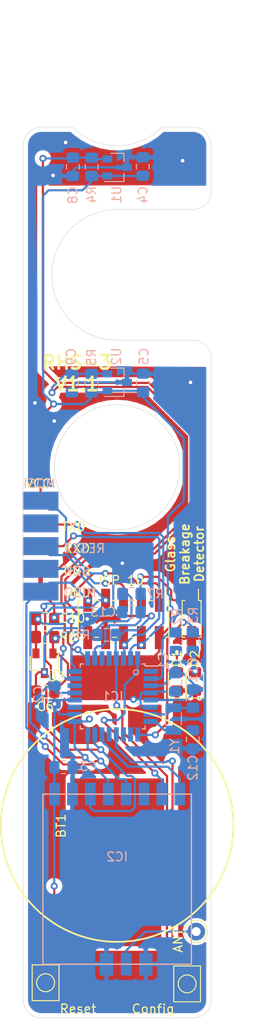
<source format=kicad_pcb>
(kicad_pcb (version 20171130) (host pcbnew "(5.1.5)-3")

  (general
    (thickness 1.6)
    (drawings 29)
    (tracks 500)
    (zones 0)
    (modules 35)
    (nets 34)
  )

  (page A4)
  (layers
    (0 F.Cu signal)
    (31 B.Cu signal)
    (32 B.Adhes user)
    (33 F.Adhes user)
    (34 B.Paste user)
    (35 F.Paste user)
    (36 B.SilkS user)
    (37 F.SilkS user)
    (38 B.Mask user)
    (39 F.Mask user)
    (40 Dwgs.User user)
    (41 Cmts.User user)
    (42 Eco1.User user)
    (43 Eco2.User user)
    (44 Edge.Cuts user)
    (45 Margin user)
    (46 B.CrtYd user)
    (47 F.CrtYd user)
    (48 B.Fab user)
    (49 F.Fab user)
  )

  (setup
    (last_trace_width 0.25)
    (user_trace_width 0.5)
    (trace_clearance 0.2)
    (zone_clearance 0.508)
    (zone_45_only no)
    (trace_min 0.2)
    (via_size 0.8)
    (via_drill 0.4)
    (via_min_size 0.4)
    (via_min_drill 0.3)
    (uvia_size 0.3)
    (uvia_drill 0.1)
    (uvias_allowed no)
    (uvia_min_size 0.2)
    (uvia_min_drill 0.1)
    (edge_width 0.05)
    (segment_width 0.2)
    (pcb_text_width 0.3)
    (pcb_text_size 1.5 1.5)
    (mod_edge_width 0.12)
    (mod_text_size 1 1)
    (mod_text_width 0.15)
    (pad_size 1.1 0.8)
    (pad_drill 0)
    (pad_to_mask_clearance 0.051)
    (solder_mask_min_width 0.25)
    (aux_axis_origin 0 0)
    (visible_elements 7FFFFFFF)
    (pcbplotparams
      (layerselection 0x010fc_ffffffff)
      (usegerberextensions true)
      (usegerberattributes false)
      (usegerberadvancedattributes false)
      (creategerberjobfile false)
      (excludeedgelayer true)
      (linewidth 0.100000)
      (plotframeref false)
      (viasonmask false)
      (mode 1)
      (useauxorigin false)
      (hpglpennumber 1)
      (hpglpenspeed 20)
      (hpglpendiameter 15.000000)
      (psnegative false)
      (psa4output false)
      (plotreference true)
      (plotvalue true)
      (plotinvisibletext false)
      (padsonsilk false)
      (subtractmaskfromsilk false)
      (outputformat 1)
      (mirror false)
      (drillshape 0)
      (scaleselection 1)
      (outputdirectory "gerber_small/"))
  )

  (net 0 "")
  (net 1 VCC)
  (net 2 GND)
  (net 3 "Net-(D1-Pad2)")
  (net 4 "Net-(D2-Pad2)")
  (net 5 /D3)
  (net 6 "Net-(IC1-Pad2)")
  (net 7 /XTAL1)
  (net 8 /XTAL2)
  (net 9 "Net-(IC1-Pad9)")
  (net 10 /D6)
  (net 11 "Net-(IC1-Pad11)")
  (net 12 "Net-(IC1-Pad12)")
  (net 13 "Net-(IC1-Pad13)")
  (net 14 "Net-(IC1-Pad14)")
  (net 15 /MOSI)
  (net 16 /MISO)
  (net 17 /SCK)
  (net 18 "Net-(IC1-Pad19)")
  (net 19 "Net-(IC1-Pad22)")
  (net 20 /A0)
  (net 21 /A1)
  (net 22 /A2)
  (net 23 /A3)
  (net 24 /A4)
  (net 25 /A5)
  (net 26 /RESET)
  (net 27 /RXD)
  (net 28 /TXD)
  (net 29 "Net-(IC1-Pad32)")
  (net 30 "Net-(IC2-Pad6)")
  (net 31 "Net-(IC2-Pad9)")
  (net 32 "Net-(P4-Pad4)")
  (net 33 "Net-(P7-Pad3)")

  (net_class Default "This is the default net class."
    (clearance 0.2)
    (trace_width 0.25)
    (via_dia 0.8)
    (via_drill 0.4)
    (uvia_dia 0.3)
    (uvia_drill 0.1)
    (add_net /A0)
    (add_net /A1)
    (add_net /A2)
    (add_net /A3)
    (add_net /A4)
    (add_net /A5)
    (add_net /D3)
    (add_net /D6)
    (add_net /MISO)
    (add_net /MOSI)
    (add_net /RESET)
    (add_net /RXD)
    (add_net /SCK)
    (add_net /TXD)
    (add_net /XTAL1)
    (add_net /XTAL2)
    (add_net GND)
    (add_net "Net-(D1-Pad2)")
    (add_net "Net-(D2-Pad2)")
    (add_net "Net-(IC1-Pad11)")
    (add_net "Net-(IC1-Pad12)")
    (add_net "Net-(IC1-Pad13)")
    (add_net "Net-(IC1-Pad14)")
    (add_net "Net-(IC1-Pad19)")
    (add_net "Net-(IC1-Pad2)")
    (add_net "Net-(IC1-Pad22)")
    (add_net "Net-(IC1-Pad32)")
    (add_net "Net-(IC1-Pad9)")
    (add_net "Net-(IC2-Pad6)")
    (add_net "Net-(IC2-Pad9)")
    (add_net "Net-(P4-Pad4)")
    (add_net "Net-(P7-Pad3)")
    (add_net VCC)
  )

  (net_class Track05 ""
    (clearance 0.2)
    (trace_width 0.5)
    (via_dia 0.8)
    (via_drill 0.4)
    (uvia_dia 0.3)
    (uvia_drill 0.1)
  )

  (module Connector_PinHeader_2.00mm:PinHeader_2x01_P2.00mm_Vertical_SMD (layer F.Cu) (tedit 59FED667) (tstamp 5E863E57)
    (at 108.331 138.43 270)
    (descr "surface-mounted straight pin header, 2x01, 2.00mm pitch, double rows")
    (tags "Surface mounted pin header SMD 2x01 2.00mm double row")
    (path /5E95EDB4)
    (attr smd)
    (fp_text reference J1 (at 0 -0.889 90) (layer F.SilkS) hide
      (effects (font (size 1 1) (thickness 0.15)))
    )
    (fp_text value "Glass Breakage Detector" (at 1.5 4.67 270) (layer F.SilkS) hide
      (effects (font (size 1 1) (thickness 0.15)))
    )
    (fp_text user %R (at 2.54 0 90) (layer F.Fab)
      (effects (font (size 1 1) (thickness 0.15)))
    )
    (fp_line (start 4.9 -1.5) (end -4.9 -1.5) (layer F.CrtYd) (width 0.05))
    (fp_line (start 4.9 1.5) (end 4.9 -1.5) (layer F.CrtYd) (width 0.05))
    (fp_line (start -4.9 1.5) (end 4.9 1.5) (layer F.CrtYd) (width 0.05))
    (fp_line (start -4.9 -1.5) (end -4.9 1.5) (layer F.CrtYd) (width 0.05))
    (fp_line (start 2.06 0.76) (end 2.06 1.06) (layer F.SilkS) (width 0.12))
    (fp_line (start -2.06 0.76) (end -2.06 1.06) (layer F.SilkS) (width 0.12))
    (fp_line (start 2.06 -1.06) (end 2.06 -0.76) (layer F.SilkS) (width 0.12))
    (fp_line (start -2.06 -1.06) (end -2.06 -0.76) (layer F.SilkS) (width 0.12))
    (fp_line (start -3.315 -0.76) (end -2.06 -0.76) (layer F.SilkS) (width 0.12))
    (fp_line (start -2.06 1.06) (end 2.06 1.06) (layer F.SilkS) (width 0.12))
    (fp_line (start -2.06 -1.06) (end 2.06 -1.06) (layer F.SilkS) (width 0.12))
    (fp_line (start 2.875 0.25) (end 2 0.25) (layer F.Fab) (width 0.1))
    (fp_line (start 2.875 -0.25) (end 2.875 0.25) (layer F.Fab) (width 0.1))
    (fp_line (start 2 -0.25) (end 2.875 -0.25) (layer F.Fab) (width 0.1))
    (fp_line (start -2.875 0.25) (end -2 0.25) (layer F.Fab) (width 0.1))
    (fp_line (start -2.875 -0.25) (end -2.875 0.25) (layer F.Fab) (width 0.1))
    (fp_line (start -2 -0.25) (end -2.875 -0.25) (layer F.Fab) (width 0.1))
    (fp_line (start 2 -1) (end 2 1) (layer F.Fab) (width 0.1))
    (fp_line (start -2 -0.25) (end -1.25 -1) (layer F.Fab) (width 0.1))
    (fp_line (start -2 1) (end -2 -0.25) (layer F.Fab) (width 0.1))
    (fp_line (start -1.25 -1) (end 2 -1) (layer F.Fab) (width 0.1))
    (fp_line (start 2 1) (end -2 1) (layer F.Fab) (width 0.1))
    (pad 2 smd rect (at 2.085 0 270) (size 2.58 1) (layers F.Cu F.Paste F.Mask)
      (net 2 GND))
    (pad 1 smd rect (at -2.085 0 270) (size 2.58 1) (layers F.Cu F.Paste F.Mask)
      (net 23 /A3))
    (model ${KISYS3DMOD}/Connector_PinHeader_2.00mm.3dshapes/PinHeader_2x01_P2.00mm_Vertical_SMD.wrl
      (at (xyz 0 0 0))
      (scale (xyz 1 1 1))
      (rotate (xyz 0 0 0))
    )
  )

  (module Connector_PinHeader_2.00mm:PinHeader_2x05_P2.00mm_Vertical_SMD (layer F.Cu) (tedit 5E8F05BA) (tstamp 5E689C8D)
    (at 100.711 138.43 270)
    (descr "surface-mounted straight pin header, 2x05, 2.00mm pitch, double rows")
    (tags "Surface mounted pin header SMD 2x05 2.00mm double row")
    (path /5E6B808B)
    (attr smd)
    (fp_text reference P7 (at 1.27 -2.33 90) (layer F.SilkS) hide
      (effects (font (size 1 1) (thickness 0.15)))
    )
    (fp_text value "ISP 10" (at -4.318 0.254) (layer F.SilkS)
      (effects (font (size 1 1) (thickness 0.15)))
    )
    (fp_text user %R (at 1.27 5.08) (layer F.Fab)
      (effects (font (size 1 1) (thickness 0.15)))
    )
    (fp_line (start 4.9 -5.5) (end -4.9 -5.5) (layer F.CrtYd) (width 0.05))
    (fp_line (start 4.9 5.5) (end 4.9 -5.5) (layer F.CrtYd) (width 0.05))
    (fp_line (start -4.9 5.5) (end 4.9 5.5) (layer F.CrtYd) (width 0.05))
    (fp_line (start -4.9 -5.5) (end -4.9 5.5) (layer F.CrtYd) (width 0.05))
    (fp_line (start 2.06 2.76) (end 2.06 3.24) (layer F.SilkS) (width 0.12))
    (fp_line (start -2.06 2.76) (end -2.06 3.24) (layer F.SilkS) (width 0.12))
    (fp_line (start 2.06 0.76) (end 2.06 1.24) (layer F.SilkS) (width 0.12))
    (fp_line (start -2.06 0.76) (end -2.06 1.24) (layer F.SilkS) (width 0.12))
    (fp_line (start 2.06 -1.24) (end 2.06 -0.76) (layer F.SilkS) (width 0.12))
    (fp_line (start -2.06 -1.24) (end -2.06 -0.76) (layer F.SilkS) (width 0.12))
    (fp_line (start 2.06 -3.24) (end 2.06 -2.76) (layer F.SilkS) (width 0.12))
    (fp_line (start -2.06 -3.24) (end -2.06 -2.76) (layer F.SilkS) (width 0.12))
    (fp_line (start 2.06 4.76) (end 2.06 5.06) (layer F.SilkS) (width 0.12))
    (fp_line (start -2.06 4.76) (end -2.06 5.06) (layer F.SilkS) (width 0.12))
    (fp_line (start 2.06 -5.06) (end 2.06 -4.76) (layer F.SilkS) (width 0.12))
    (fp_line (start -2.06 -5.06) (end -2.06 -4.76) (layer F.SilkS) (width 0.12))
    (fp_line (start -3.315 -4.76) (end -2.06 -4.76) (layer F.SilkS) (width 0.12))
    (fp_line (start -2.06 5.06) (end 2.06 5.06) (layer F.SilkS) (width 0.12))
    (fp_line (start -2.06 -5.06) (end 2.06 -5.06) (layer F.SilkS) (width 0.12))
    (fp_line (start 2.875 4.25) (end 2 4.25) (layer F.Fab) (width 0.1))
    (fp_line (start 2.875 3.75) (end 2.875 4.25) (layer F.Fab) (width 0.1))
    (fp_line (start 2 3.75) (end 2.875 3.75) (layer F.Fab) (width 0.1))
    (fp_line (start -2.875 4.25) (end -2 4.25) (layer F.Fab) (width 0.1))
    (fp_line (start -2.875 3.75) (end -2.875 4.25) (layer F.Fab) (width 0.1))
    (fp_line (start -2 3.75) (end -2.875 3.75) (layer F.Fab) (width 0.1))
    (fp_line (start 2.875 2.25) (end 2 2.25) (layer F.Fab) (width 0.1))
    (fp_line (start 2.875 1.75) (end 2.875 2.25) (layer F.Fab) (width 0.1))
    (fp_line (start 2 1.75) (end 2.875 1.75) (layer F.Fab) (width 0.1))
    (fp_line (start -2.875 2.25) (end -2 2.25) (layer F.Fab) (width 0.1))
    (fp_line (start -2.875 1.75) (end -2.875 2.25) (layer F.Fab) (width 0.1))
    (fp_line (start -2 1.75) (end -2.875 1.75) (layer F.Fab) (width 0.1))
    (fp_line (start 2.875 0.25) (end 2 0.25) (layer F.Fab) (width 0.1))
    (fp_line (start 2.875 -0.25) (end 2.875 0.25) (layer F.Fab) (width 0.1))
    (fp_line (start 2 -0.25) (end 2.875 -0.25) (layer F.Fab) (width 0.1))
    (fp_line (start -2.875 0.25) (end -2 0.25) (layer F.Fab) (width 0.1))
    (fp_line (start -2.875 -0.25) (end -2.875 0.25) (layer F.Fab) (width 0.1))
    (fp_line (start -2 -0.25) (end -2.875 -0.25) (layer F.Fab) (width 0.1))
    (fp_line (start 2.875 -1.75) (end 2 -1.75) (layer F.Fab) (width 0.1))
    (fp_line (start 2.875 -2.25) (end 2.875 -1.75) (layer F.Fab) (width 0.1))
    (fp_line (start 2 -2.25) (end 2.875 -2.25) (layer F.Fab) (width 0.1))
    (fp_line (start -2.875 -1.75) (end -2 -1.75) (layer F.Fab) (width 0.1))
    (fp_line (start -2.875 -2.25) (end -2.875 -1.75) (layer F.Fab) (width 0.1))
    (fp_line (start -2 -2.25) (end -2.875 -2.25) (layer F.Fab) (width 0.1))
    (fp_line (start 2.875 -3.75) (end 2 -3.75) (layer F.Fab) (width 0.1))
    (fp_line (start 2.875 -4.25) (end 2.875 -3.75) (layer F.Fab) (width 0.1))
    (fp_line (start 2 -4.25) (end 2.875 -4.25) (layer F.Fab) (width 0.1))
    (fp_line (start -2.875 -3.75) (end -2 -3.75) (layer F.Fab) (width 0.1))
    (fp_line (start -2.875 -4.25) (end -2.875 -3.75) (layer F.Fab) (width 0.1))
    (fp_line (start -2 -4.25) (end -2.875 -4.25) (layer F.Fab) (width 0.1))
    (fp_line (start 2 -5) (end 2 5) (layer F.Fab) (width 0.1))
    (fp_line (start -2 -4.25) (end -1.25 -5) (layer F.Fab) (width 0.1))
    (fp_line (start -2 5) (end -2 -4.25) (layer F.Fab) (width 0.1))
    (fp_line (start -1.25 -5) (end 2 -5) (layer F.Fab) (width 0.1))
    (fp_line (start 2 5) (end -2 5) (layer F.Fab) (width 0.1))
    (pad 10 smd rect (at 2.085 4 270) (size 2.58 1) (layers F.Cu F.Paste F.Mask)
      (net 2 GND))
    (pad 9 smd rect (at -2.085 4 270) (size 2.58 1) (layers F.Cu F.Paste F.Mask)
      (net 16 /MISO))
    (pad 8 smd rect (at 2.085 2 270) (size 2.58 1) (layers F.Cu F.Paste F.Mask)
      (net 2 GND))
    (pad 7 smd rect (at -2.085 2 270) (size 2.58 1) (layers F.Cu F.Paste F.Mask)
      (net 17 /SCK))
    (pad 6 smd rect (at 2.085 0 270) (size 2.58 1) (layers F.Cu F.Paste F.Mask)
      (net 27 /RXD))
    (pad 5 smd rect (at -2.085 0 270) (size 2.58 1) (layers F.Cu F.Paste F.Mask)
      (net 26 /RESET))
    (pad 4 smd rect (at 2.085 -2 270) (size 2.58 1) (layers F.Cu F.Paste F.Mask)
      (net 28 /TXD))
    (pad 3 smd rect (at -2.085 -2 270) (size 2.58 1) (layers F.Cu F.Paste F.Mask)
      (net 33 "Net-(P7-Pad3)"))
    (pad 2 smd rect (at 2.085 -4 270) (size 2.58 1) (layers F.Cu F.Paste F.Mask)
      (net 1 VCC))
    (pad 1 smd rect (at -2.085 -4 270) (size 2.58 1) (layers F.Cu F.Paste F.Mask)
      (net 15 /MOSI))
    (model ${KISYS3DMOD}/Connector_PinHeader_2.00mm.3dshapes/PinHeader_2x05_P2.00mm_Vertical_SMD.wrl
      (at (xyz 0 0 0))
      (scale (xyz 1 1 1))
      (rotate (xyz 0 0 0))
    )
  )

  (module Resistor_SMD:R_0805_2012Metric_Pad1.15x1.40mm_HandSolder (layer B.Cu) (tedit 5B36C52B) (tstamp 5E8F1C93)
    (at 98.806 140.208)
    (descr "Resistor SMD 0805 (2012 Metric), square (rectangular) end terminal, IPC_7351 nominal with elongated pad for handsoldering. (Body size source: https://docs.google.com/spreadsheets/d/1BsfQQcO9C6DZCsRaXUlFlo91Tg2WpOkGARC1WS5S8t0/edit?usp=sharing), generated with kicad-footprint-generator")
    (tags "resistor handsolder")
    (path /591057F4)
    (attr smd)
    (fp_text reference R1 (at -2.78 0.03 180) (layer B.SilkS)
      (effects (font (size 1 1) (thickness 0.15)) (justify mirror))
    )
    (fp_text value 10k (at 0 -1.65 180) (layer B.Fab)
      (effects (font (size 1 1) (thickness 0.15)) (justify mirror))
    )
    (fp_text user %R (at 0 0 180) (layer B.Fab)
      (effects (font (size 0.5 0.5) (thickness 0.08)) (justify mirror))
    )
    (fp_line (start 1.85 -0.95) (end -1.85 -0.95) (layer B.CrtYd) (width 0.05))
    (fp_line (start 1.85 0.95) (end 1.85 -0.95) (layer B.CrtYd) (width 0.05))
    (fp_line (start -1.85 0.95) (end 1.85 0.95) (layer B.CrtYd) (width 0.05))
    (fp_line (start -1.85 -0.95) (end -1.85 0.95) (layer B.CrtYd) (width 0.05))
    (fp_line (start -0.261252 -0.71) (end 0.261252 -0.71) (layer B.SilkS) (width 0.12))
    (fp_line (start -0.261252 0.71) (end 0.261252 0.71) (layer B.SilkS) (width 0.12))
    (fp_line (start 1 -0.6) (end -1 -0.6) (layer B.Fab) (width 0.1))
    (fp_line (start 1 0.6) (end 1 -0.6) (layer B.Fab) (width 0.1))
    (fp_line (start -1 0.6) (end 1 0.6) (layer B.Fab) (width 0.1))
    (fp_line (start -1 -0.6) (end -1 0.6) (layer B.Fab) (width 0.1))
    (pad 2 smd roundrect (at 1.025 0) (size 1.15 1.4) (layers B.Cu B.Paste B.Mask) (roundrect_rratio 0.217391)
      (net 26 /RESET))
    (pad 1 smd roundrect (at -1.025 0) (size 1.15 1.4) (layers B.Cu B.Paste B.Mask) (roundrect_rratio 0.217391)
      (net 1 VCC))
    (model ${KISYS3DMOD}/Resistor_SMD.3dshapes/R_0805_2012Metric.wrl
      (at (xyz 0 0 0))
      (scale (xyz 1 1 1))
      (rotate (xyz 0 0 0))
    )
  )

  (module Capacitor_SMD:C_0805_2012Metric_Pad1.15x1.40mm_HandSolder (layer B.Cu) (tedit 5B36C52B) (tstamp 5E865259)
    (at 108.458 147.32 90)
    (descr "Capacitor SMD 0805 (2012 Metric), square (rectangular) end terminal, IPC_7351 nominal with elongated pad for handsoldering. (Body size source: https://docs.google.com/spreadsheets/d/1BsfQQcO9C6DZCsRaXUlFlo91Tg2WpOkGARC1WS5S8t0/edit?usp=sharing), generated with kicad-footprint-generator")
    (tags "capacitor handsolder")
    (path /5E71DA5C)
    (attr smd)
    (fp_text reference C11 (at 3.175 0 270) (layer B.SilkS)
      (effects (font (size 1 1) (thickness 0.15)) (justify mirror))
    )
    (fp_text value 9p (at 0 -1.65 270) (layer B.Fab)
      (effects (font (size 1 1) (thickness 0.15)) (justify mirror))
    )
    (fp_text user %R (at 0 0 270) (layer B.Fab)
      (effects (font (size 0.5 0.5) (thickness 0.08)) (justify mirror))
    )
    (fp_line (start 1.85 -0.95) (end -1.85 -0.95) (layer B.CrtYd) (width 0.05))
    (fp_line (start 1.85 0.95) (end 1.85 -0.95) (layer B.CrtYd) (width 0.05))
    (fp_line (start -1.85 0.95) (end 1.85 0.95) (layer B.CrtYd) (width 0.05))
    (fp_line (start -1.85 -0.95) (end -1.85 0.95) (layer B.CrtYd) (width 0.05))
    (fp_line (start -0.261252 -0.71) (end 0.261252 -0.71) (layer B.SilkS) (width 0.12))
    (fp_line (start -0.261252 0.71) (end 0.261252 0.71) (layer B.SilkS) (width 0.12))
    (fp_line (start 1 -0.6) (end -1 -0.6) (layer B.Fab) (width 0.1))
    (fp_line (start 1 0.6) (end 1 -0.6) (layer B.Fab) (width 0.1))
    (fp_line (start -1 0.6) (end 1 0.6) (layer B.Fab) (width 0.1))
    (fp_line (start -1 -0.6) (end -1 0.6) (layer B.Fab) (width 0.1))
    (pad 2 smd roundrect (at 1.025 0 90) (size 1.15 1.4) (layers B.Cu B.Paste B.Mask) (roundrect_rratio 0.217391)
      (net 2 GND))
    (pad 1 smd roundrect (at -1.025 0 90) (size 1.15 1.4) (layers B.Cu B.Paste B.Mask) (roundrect_rratio 0.217391)
      (net 7 /XTAL1))
    (model ${KISYS3DMOD}/Capacitor_SMD.3dshapes/C_0805_2012Metric.wrl
      (at (xyz 0 0 0))
      (scale (xyz 1 1 1))
      (rotate (xyz 0 0 0))
    )
  )

  (module libraries:CR2477_Surface_Mount (layer F.Cu) (tedit 5E6BFB0B) (tstamp 5E864527)
    (at 100 161.5 270)
    (path /59120DBA)
    (fp_text reference BT1 (at 0.044 6.274 90) (layer F.SilkS)
      (effects (font (size 1 1) (thickness 0.15)))
    )
    (fp_text value Battery (at 0 -6.9 90) (layer F.Fab)
      (effects (font (size 1 1) (thickness 0.15)))
    )
    (fp_circle (center 0 0) (end 13 0) (layer F.SilkS) (width 0.2))
    (pad 1 smd rect (at 16.5 0 270) (size 5 10.5) (layers F.Cu F.Paste F.Mask)
      (net 1 VCC))
    (pad 1 smd rect (at -16.5 0 270) (size 5 10.5) (layers F.Cu F.Paste F.Mask)
      (net 1 VCC))
    (pad 2 smd rect (at 0 0 270) (size 10.5 10.5) (layers F.Cu F.Paste F.Mask)
      (net 2 GND))
    (model ${KICAD_USER_LIBRARY}/3D/BRX1-2477-SM.STEP
      (offset (xyz 0 -2 0))
      (scale (xyz 1 1 1))
      (rotate (xyz -90 0 0))
    )
  )

  (module Resistor_SMD:R_0805_2012Metric_Pad1.15x1.40mm_HandSolder (layer F.Cu) (tedit 5B36C52B) (tstamp 5E6C6371)
    (at 91.948 140.462 180)
    (descr "Resistor SMD 0805 (2012 Metric), square (rectangular) end terminal, IPC_7351 nominal with elongated pad for handsoldering. (Body size source: https://docs.google.com/spreadsheets/d/1BsfQQcO9C6DZCsRaXUlFlo91Tg2WpOkGARC1WS5S8t0/edit?usp=sharing), generated with kicad-footprint-generator")
    (tags "resistor handsolder")
    (path /5E6B2F0E)
    (attr smd)
    (fp_text reference R6 (at -2.54 0.02) (layer F.SilkS)
      (effects (font (size 1 1) (thickness 0.15)))
    )
    (fp_text value 1M (at 0 1.65 180) (layer F.Fab)
      (effects (font (size 1 1) (thickness 0.15)))
    )
    (fp_text user %R (at 0 0 180) (layer F.Fab)
      (effects (font (size 0.5 0.5) (thickness 0.08)))
    )
    (fp_line (start 1.85 0.95) (end -1.85 0.95) (layer F.CrtYd) (width 0.05))
    (fp_line (start 1.85 -0.95) (end 1.85 0.95) (layer F.CrtYd) (width 0.05))
    (fp_line (start -1.85 -0.95) (end 1.85 -0.95) (layer F.CrtYd) (width 0.05))
    (fp_line (start -1.85 0.95) (end -1.85 -0.95) (layer F.CrtYd) (width 0.05))
    (fp_line (start -0.261252 0.71) (end 0.261252 0.71) (layer F.SilkS) (width 0.12))
    (fp_line (start -0.261252 -0.71) (end 0.261252 -0.71) (layer F.SilkS) (width 0.12))
    (fp_line (start 1 0.6) (end -1 0.6) (layer F.Fab) (width 0.1))
    (fp_line (start 1 -0.6) (end 1 0.6) (layer F.Fab) (width 0.1))
    (fp_line (start -1 -0.6) (end 1 -0.6) (layer F.Fab) (width 0.1))
    (fp_line (start -1 0.6) (end -1 -0.6) (layer F.Fab) (width 0.1))
    (pad 2 smd roundrect (at 1.025 0 180) (size 1.15 1.4) (layers F.Cu F.Paste F.Mask) (roundrect_rratio 0.217391)
      (net 22 /A2))
    (pad 1 smd roundrect (at -1.025 0 180) (size 1.15 1.4) (layers F.Cu F.Paste F.Mask) (roundrect_rratio 0.217391)
      (net 1 VCC))
    (model ${KISYS3DMOD}/Resistor_SMD.3dshapes/R_0805_2012Metric.wrl
      (at (xyz 0 0 0))
      (scale (xyz 1 1 1))
      (rotate (xyz 0 0 0))
    )
  )

  (module Capacitor_SMD:C_0805_2012Metric_Pad1.15x1.40mm_HandSolder (layer F.Cu) (tedit 5B36C52B) (tstamp 5E6EC4DD)
    (at 91.938 138.43)
    (descr "Capacitor SMD 0805 (2012 Metric), square (rectangular) end terminal, IPC_7351 nominal with elongated pad for handsoldering. (Body size source: https://docs.google.com/spreadsheets/d/1BsfQQcO9C6DZCsRaXUlFlo91Tg2WpOkGARC1WS5S8t0/edit?usp=sharing), generated with kicad-footprint-generator")
    (tags "capacitor handsolder")
    (path /5E714706)
    (attr smd)
    (fp_text reference C10 (at 3.058 -0.08 -180) (layer F.SilkS)
      (effects (font (size 1 1) (thickness 0.15)))
    )
    (fp_text value 10p (at 0 1.65 -180) (layer F.Fab)
      (effects (font (size 1 1) (thickness 0.15)))
    )
    (fp_line (start -1 0.6) (end -1 -0.6) (layer F.Fab) (width 0.1))
    (fp_line (start -1 -0.6) (end 1 -0.6) (layer F.Fab) (width 0.1))
    (fp_line (start 1 -0.6) (end 1 0.6) (layer F.Fab) (width 0.1))
    (fp_line (start 1 0.6) (end -1 0.6) (layer F.Fab) (width 0.1))
    (fp_line (start -0.261252 -0.71) (end 0.261252 -0.71) (layer F.SilkS) (width 0.12))
    (fp_line (start -0.261252 0.71) (end 0.261252 0.71) (layer F.SilkS) (width 0.12))
    (fp_line (start -1.85 0.95) (end -1.85 -0.95) (layer F.CrtYd) (width 0.05))
    (fp_line (start -1.85 -0.95) (end 1.85 -0.95) (layer F.CrtYd) (width 0.05))
    (fp_line (start 1.85 -0.95) (end 1.85 0.95) (layer F.CrtYd) (width 0.05))
    (fp_line (start 1.85 0.95) (end -1.85 0.95) (layer F.CrtYd) (width 0.05))
    (fp_text user %R (at 0 0 -180) (layer F.Fab)
      (effects (font (size 0.5 0.5) (thickness 0.08)))
    )
    (pad 1 smd roundrect (at -1.025 0) (size 1.15 1.4) (layers F.Cu F.Paste F.Mask) (roundrect_rratio 0.217391)
      (net 22 /A2))
    (pad 2 smd roundrect (at 1.025 0) (size 1.15 1.4) (layers F.Cu F.Paste F.Mask) (roundrect_rratio 0.217391)
      (net 2 GND))
    (model ${KISYS3DMOD}/Capacitor_SMD.3dshapes/C_0805_2012Metric.wrl
      (at (xyz 0 0 0))
      (scale (xyz 1 1 1))
      (rotate (xyz 0 0 0))
    )
  )

  (module Package_QFP:TQFP-32_7x7mm_P0.8mm (layer B.Cu) (tedit 5E68A4B8) (tstamp 5E683D01)
    (at 99.5 147.09 180)
    (descr "32-Lead Plastic Thin Quad Flatpack (PT) - 7x7x1.0 mm Body, 2.00 mm [TQFP] (see Microchip Packaging Specification 00000049BS.pdf)")
    (tags "QFP 0.8")
    (path /591050B1)
    (attr smd)
    (fp_text reference IC1 (at 0 0) (layer B.SilkS)
      (effects (font (size 1 1) (thickness 0.15)) (justify mirror))
    )
    (fp_text value ATMEGA328P-A (at 0 -6.05) (layer B.Fab)
      (effects (font (size 1 1) (thickness 0.15)) (justify mirror))
    )
    (fp_text user %R (at 0 0) (layer B.Fab)
      (effects (font (size 1 1) (thickness 0.15)) (justify mirror))
    )
    (fp_line (start -2.5 3.5) (end 3.5 3.5) (layer B.Fab) (width 0.15))
    (fp_line (start 3.5 3.5) (end 3.5 -3.5) (layer B.Fab) (width 0.15))
    (fp_line (start 3.5 -3.5) (end -3.5 -3.5) (layer B.Fab) (width 0.15))
    (fp_line (start -3.5 -3.5) (end -3.5 2.5) (layer B.Fab) (width 0.15))
    (fp_line (start -3.5 2.5) (end -2.5 3.5) (layer B.Fab) (width 0.15))
    (fp_line (start -5.3 5.3) (end -5.3 -5.3) (layer B.CrtYd) (width 0.05))
    (fp_line (start 5.3 5.3) (end 5.3 -5.3) (layer B.CrtYd) (width 0.05))
    (fp_line (start -5.3 5.3) (end 5.3 5.3) (layer B.CrtYd) (width 0.05))
    (fp_line (start -5.3 -5.3) (end 5.3 -5.3) (layer B.CrtYd) (width 0.05))
    (fp_line (start -3.625 3.625) (end -3.625 3.4) (layer B.SilkS) (width 0.15))
    (fp_line (start 3.625 3.625) (end 3.625 3.3) (layer B.SilkS) (width 0.15))
    (fp_line (start 3.625 -3.625) (end 3.625 -3.3) (layer B.SilkS) (width 0.15))
    (fp_line (start -3.625 -3.625) (end -3.625 -3.3) (layer B.SilkS) (width 0.15))
    (fp_line (start -3.625 3.625) (end -3.3 3.625) (layer B.SilkS) (width 0.15))
    (fp_line (start -3.625 -3.625) (end -3.3 -3.625) (layer B.SilkS) (width 0.15))
    (fp_line (start 3.625 -3.625) (end 3.3 -3.625) (layer B.SilkS) (width 0.15))
    (fp_line (start 3.625 3.625) (end 3.3 3.625) (layer B.SilkS) (width 0.15))
    (fp_line (start -3.625 3.4) (end -5.05 3.4) (layer B.SilkS) (width 0.15))
    (pad 1 smd rect (at -4.25 2.8 180) (size 1.6 0.55) (layers B.Cu B.Paste B.Mask)
      (net 5 /D3))
    (pad 2 smd rect (at -4.25 2 180) (size 1.6 0.55) (layers B.Cu B.Paste B.Mask)
      (net 6 "Net-(IC1-Pad2)"))
    (pad 3 smd rect (at -4.25 1.2 180) (size 1.6 0.55) (layers B.Cu B.Paste B.Mask)
      (net 2 GND))
    (pad 4 smd rect (at -4.25 0.4 180) (size 1.6 0.55) (layers B.Cu B.Paste B.Mask)
      (net 1 VCC))
    (pad 5 smd rect (at -4.25 -0.4 180) (size 1.6 0.55) (layers B.Cu B.Paste B.Mask)
      (net 2 GND))
    (pad 6 smd rect (at -4.25 -1.2 180) (size 1.6 0.55) (layers B.Cu B.Paste B.Mask)
      (net 1 VCC))
    (pad 7 smd rect (at -4.25 -2 180) (size 1.6 0.55) (layers B.Cu B.Paste B.Mask)
      (net 7 /XTAL1))
    (pad 8 smd rect (at -4.25 -2.8 180) (size 1.6 0.55) (layers B.Cu B.Paste B.Mask)
      (net 8 /XTAL2))
    (pad 9 smd rect (at -2.8 -4.25 90) (size 1.6 0.55) (layers B.Cu B.Paste B.Mask)
      (net 9 "Net-(IC1-Pad9)"))
    (pad 10 smd rect (at -2 -4.25 90) (size 1.6 0.55) (layers B.Cu B.Paste B.Mask)
      (net 10 /D6))
    (pad 11 smd rect (at -1.2 -4.25 90) (size 1.6 0.55) (layers B.Cu B.Paste B.Mask)
      (net 11 "Net-(IC1-Pad11)"))
    (pad 12 smd rect (at -0.4 -4.25 90) (size 1.6 0.55) (layers B.Cu B.Paste B.Mask)
      (net 12 "Net-(IC1-Pad12)"))
    (pad 13 smd rect (at 0.4 -4.25 90) (size 1.6 0.55) (layers B.Cu B.Paste B.Mask)
      (net 13 "Net-(IC1-Pad13)"))
    (pad 14 smd rect (at 1.2 -4.25 90) (size 1.6 0.55) (layers B.Cu B.Paste B.Mask)
      (net 14 "Net-(IC1-Pad14)"))
    (pad 15 smd rect (at 2 -4.25 90) (size 1.6 0.55) (layers B.Cu B.Paste B.Mask)
      (net 15 /MOSI))
    (pad 16 smd rect (at 2.8 -4.25 90) (size 1.6 0.55) (layers B.Cu B.Paste B.Mask)
      (net 16 /MISO))
    (pad 17 smd rect (at 4.25 -2.8 180) (size 1.6 0.55) (layers B.Cu B.Paste B.Mask)
      (net 17 /SCK))
    (pad 18 smd rect (at 4.25 -2 180) (size 1.6 0.55) (layers B.Cu B.Paste B.Mask)
      (net 1 VCC))
    (pad 19 smd rect (at 4.25 -1.2 180) (size 1.6 0.55) (layers B.Cu B.Paste B.Mask)
      (net 18 "Net-(IC1-Pad19)"))
    (pad 20 smd rect (at 4.25 -0.4 180) (size 1.6 0.55) (layers B.Cu B.Paste B.Mask)
      (net 1 VCC))
    (pad 21 smd rect (at 4.25 0.4 180) (size 1.6 0.55) (layers B.Cu B.Paste B.Mask)
      (net 2 GND))
    (pad 22 smd rect (at 4.25 1.2 180) (size 1.6 0.55) (layers B.Cu B.Paste B.Mask)
      (net 19 "Net-(IC1-Pad22)"))
    (pad 23 smd rect (at 4.25 2 180) (size 1.6 0.55) (layers B.Cu B.Paste B.Mask)
      (net 20 /A0))
    (pad 24 smd rect (at 4.25 2.8 180) (size 1.6 0.55) (layers B.Cu B.Paste B.Mask)
      (net 21 /A1))
    (pad 25 smd rect (at 2.8 4.25 90) (size 1.6 0.55) (layers B.Cu B.Paste B.Mask)
      (net 22 /A2))
    (pad 26 smd rect (at 2 4.25 90) (size 1.6 0.55) (layers B.Cu B.Paste B.Mask)
      (net 23 /A3))
    (pad 27 smd rect (at 1.2 4.25 90) (size 1.6 0.55) (layers B.Cu B.Paste B.Mask)
      (net 24 /A4))
    (pad 28 smd rect (at 0.4 4.25 90) (size 1.6 0.55) (layers B.Cu B.Paste B.Mask)
      (net 25 /A5))
    (pad 29 smd rect (at -0.4 4.25 90) (size 1.6 0.55) (layers B.Cu B.Paste B.Mask)
      (net 26 /RESET))
    (pad 30 smd rect (at -1.2 4.25 90) (size 1.6 0.55) (layers B.Cu B.Paste B.Mask)
      (net 27 /RXD))
    (pad 31 smd rect (at -2 4.25 90) (size 1.6 0.55) (layers B.Cu B.Paste B.Mask)
      (net 28 /TXD))
    (pad 32 smd rect (at -2.8 4.25 90) (size 1.6 0.55) (layers B.Cu B.Paste B.Mask)
      (net 29 "Net-(IC1-Pad32)"))
    (model ${KISYS3DMOD}/Package_QFP.3dshapes/TQFP-32_7x7mm_P0.8mm.wrl
      (at (xyz 0 0 0))
      (scale (xyz 1 1 1))
      (rotate (xyz 0 0 0))
    )
  )

  (module libraries:CC1101_Module (layer B.Cu) (tedit 5E6A4A67) (tstamp 5E8712EE)
    (at 100 168)
    (path /5A5E6278)
    (fp_text reference IC2 (at 0 -3) (layer B.SilkS)
      (effects (font (size 1 1) (thickness 0.15)) (justify mirror))
    )
    (fp_text value CC1101 (at 0 3) (layer B.Fab)
      (effects (font (size 1 1) (thickness 0.15)) (justify mirror))
    )
    (fp_line (start -8.3 9) (end -8.3 -10) (layer B.SilkS) (width 0.15))
    (fp_line (start 8.3 9) (end -8.3 9) (layer B.SilkS) (width 0.15))
    (fp_line (start 8.3 -10) (end 8.3 9) (layer B.SilkS) (width 0.15))
    (fp_line (start -8.3 -10) (end 8.3 -10) (layer B.SilkS) (width 0.15))
    (pad 11 smd rect (at 3.2 9) (size 1.5 2.524) (layers B.Cu B.Paste B.Mask)
      (net 2 GND))
    (pad 10 smd rect (at -1.2 9) (size 1.5 2.524) (layers B.Cu B.Paste B.Mask)
      (net 2 GND))
    (pad 9 smd rect (at 1 9) (size 1.2 2.524) (layers B.Cu B.Paste B.Mask)
      (net 31 "Net-(IC2-Pad9)"))
    (pad 8 smd rect (at 7 -10) (size 1.2 2.524) (layers B.Cu B.Paste B.Mask)
      (net 14 "Net-(IC1-Pad14)"))
    (pad 7 smd rect (at 5 -10) (size 1.2 2.524) (layers B.Cu B.Paste B.Mask)
      (net 29 "Net-(IC1-Pad32)"))
    (pad 6 smd rect (at 3 -10) (size 1.2 2.524) (layers B.Cu B.Paste B.Mask)
      (net 30 "Net-(IC2-Pad6)"))
    (pad 5 smd rect (at 1 -10) (size 1.2 2.524) (layers B.Cu B.Paste B.Mask)
      (net 16 /MISO))
    (pad 4 smd rect (at -1 -10) (size 1.2 2.524) (layers B.Cu B.Paste B.Mask)
      (net 17 /SCK))
    (pad 3 smd rect (at -3 -10) (size 1.2 2.524) (layers B.Cu B.Paste B.Mask)
      (net 15 /MOSI))
    (pad 2 smd rect (at -5 -10) (size 1.2 2.524) (layers B.Cu B.Paste B.Mask)
      (net 2 GND))
    (pad 1 smd rect (at -7 -10) (size 1.2 2.524) (layers B.Cu B.Paste B.Mask)
      (net 1 VCC))
    (model ${KICAD_USER_LIBRARY}/3D/CC1101-3D.wrl
      (offset (xyz -9 9 0))
      (scale (xyz 0.4 0.4 0.4))
      (rotate (xyz 0 0 0))
    )
  )

  (module Capacitor_SMD:C_0805_2012Metric_Pad1.15x1.40mm_HandSolder (layer B.Cu) (tedit 5B36C52B) (tstamp 5E6C5BD9)
    (at 106.5 145.52 90)
    (descr "Capacitor SMD 0805 (2012 Metric), square (rectangular) end terminal, IPC_7351 nominal with elongated pad for handsoldering. (Body size source: https://docs.google.com/spreadsheets/d/1BsfQQcO9C6DZCsRaXUlFlo91Tg2WpOkGARC1WS5S8t0/edit?usp=sharing), generated with kicad-footprint-generator")
    (tags "capacitor handsolder")
    (path /5910567F)
    (attr smd)
    (fp_text reference C1 (at 2.391 -1.344 270) (layer B.SilkS)
      (effects (font (size 1 1) (thickness 0.15)) (justify mirror))
    )
    (fp_text value 100n (at 0 -1.65 270) (layer B.Fab)
      (effects (font (size 1 1) (thickness 0.15)) (justify mirror))
    )
    (fp_text user %R (at 0 0 270) (layer B.Fab)
      (effects (font (size 0.5 0.5) (thickness 0.08)) (justify mirror))
    )
    (fp_line (start 1.85 -0.95) (end -1.85 -0.95) (layer B.CrtYd) (width 0.05))
    (fp_line (start 1.85 0.95) (end 1.85 -0.95) (layer B.CrtYd) (width 0.05))
    (fp_line (start -1.85 0.95) (end 1.85 0.95) (layer B.CrtYd) (width 0.05))
    (fp_line (start -1.85 -0.95) (end -1.85 0.95) (layer B.CrtYd) (width 0.05))
    (fp_line (start -0.261252 -0.71) (end 0.261252 -0.71) (layer B.SilkS) (width 0.12))
    (fp_line (start -0.261252 0.71) (end 0.261252 0.71) (layer B.SilkS) (width 0.12))
    (fp_line (start 1 -0.6) (end -1 -0.6) (layer B.Fab) (width 0.1))
    (fp_line (start 1 0.6) (end 1 -0.6) (layer B.Fab) (width 0.1))
    (fp_line (start -1 0.6) (end 1 0.6) (layer B.Fab) (width 0.1))
    (fp_line (start -1 -0.6) (end -1 0.6) (layer B.Fab) (width 0.1))
    (pad 2 smd roundrect (at 1.025 0 90) (size 1.15 1.4) (layers B.Cu B.Paste B.Mask) (roundrect_rratio 0.217391)
      (net 2 GND))
    (pad 1 smd roundrect (at -1.025 0 90) (size 1.15 1.4) (layers B.Cu B.Paste B.Mask) (roundrect_rratio 0.217391)
      (net 1 VCC))
    (model ${KISYS3DMOD}/Capacitor_SMD.3dshapes/C_0805_2012Metric.wrl
      (at (xyz 0 0 0))
      (scale (xyz 1 1 1))
      (rotate (xyz 0 0 0))
    )
  )

  (module Capacitor_SMD:C_0805_2012Metric_Pad1.15x1.40mm_HandSolder (layer B.Cu) (tedit 5B36C52B) (tstamp 5E86A15C)
    (at 93 146.89 90)
    (descr "Capacitor SMD 0805 (2012 Metric), square (rectangular) end terminal, IPC_7351 nominal with elongated pad for handsoldering. (Body size source: https://docs.google.com/spreadsheets/d/1BsfQQcO9C6DZCsRaXUlFlo91Tg2WpOkGARC1WS5S8t0/edit?usp=sharing), generated with kicad-footprint-generator")
    (tags "capacitor handsolder")
    (path /59105700)
    (attr smd)
    (fp_text reference C2 (at 0.025 -1.8 270) (layer B.SilkS)
      (effects (font (size 1 1) (thickness 0.15)) (justify mirror))
    )
    (fp_text value 100n (at 0 -1.65 270) (layer B.Fab)
      (effects (font (size 1 1) (thickness 0.15)) (justify mirror))
    )
    (fp_line (start -1 -0.6) (end -1 0.6) (layer B.Fab) (width 0.1))
    (fp_line (start -1 0.6) (end 1 0.6) (layer B.Fab) (width 0.1))
    (fp_line (start 1 0.6) (end 1 -0.6) (layer B.Fab) (width 0.1))
    (fp_line (start 1 -0.6) (end -1 -0.6) (layer B.Fab) (width 0.1))
    (fp_line (start -0.261252 0.71) (end 0.261252 0.71) (layer B.SilkS) (width 0.12))
    (fp_line (start -0.261252 -0.71) (end 0.261252 -0.71) (layer B.SilkS) (width 0.12))
    (fp_line (start -1.85 -0.95) (end -1.85 0.95) (layer B.CrtYd) (width 0.05))
    (fp_line (start -1.85 0.95) (end 1.85 0.95) (layer B.CrtYd) (width 0.05))
    (fp_line (start 1.85 0.95) (end 1.85 -0.95) (layer B.CrtYd) (width 0.05))
    (fp_line (start 1.85 -0.95) (end -1.85 -0.95) (layer B.CrtYd) (width 0.05))
    (fp_text user %R (at 0 0 270) (layer B.Fab)
      (effects (font (size 0.5 0.5) (thickness 0.08)) (justify mirror))
    )
    (pad 1 smd roundrect (at -1.025 0 90) (size 1.15 1.4) (layers B.Cu B.Paste B.Mask) (roundrect_rratio 0.217391)
      (net 1 VCC))
    (pad 2 smd roundrect (at 1.025 0 90) (size 1.15 1.4) (layers B.Cu B.Paste B.Mask) (roundrect_rratio 0.217391)
      (net 2 GND))
    (model ${KISYS3DMOD}/Capacitor_SMD.3dshapes/C_0805_2012Metric.wrl
      (at (xyz 0 0 0))
      (scale (xyz 1 1 1))
      (rotate (xyz 0 0 0))
    )
  )

  (module Capacitor_SMD:C_0805_2012Metric_Pad1.15x1.40mm_HandSolder (layer B.Cu) (tedit 5B36C52B) (tstamp 5E683C93)
    (at 94 155)
    (descr "Capacitor SMD 0805 (2012 Metric), square (rectangular) end terminal, IPC_7351 nominal with elongated pad for handsoldering. (Body size source: https://docs.google.com/spreadsheets/d/1BsfQQcO9C6DZCsRaXUlFlo91Tg2WpOkGARC1WS5S8t0/edit?usp=sharing), generated with kicad-footprint-generator")
    (tags "capacitor handsolder")
    (path /5910572D)
    (attr smd)
    (fp_text reference C3 (at 2.775 -0.1 180) (layer B.SilkS)
      (effects (font (size 1 1) (thickness 0.15)) (justify mirror))
    )
    (fp_text value 100n (at 0 -1.65 180) (layer B.Fab)
      (effects (font (size 1 1) (thickness 0.15)) (justify mirror))
    )
    (fp_text user %R (at 0 0 180) (layer B.Fab)
      (effects (font (size 0.5 0.5) (thickness 0.08)) (justify mirror))
    )
    (fp_line (start 1.85 -0.95) (end -1.85 -0.95) (layer B.CrtYd) (width 0.05))
    (fp_line (start 1.85 0.95) (end 1.85 -0.95) (layer B.CrtYd) (width 0.05))
    (fp_line (start -1.85 0.95) (end 1.85 0.95) (layer B.CrtYd) (width 0.05))
    (fp_line (start -1.85 -0.95) (end -1.85 0.95) (layer B.CrtYd) (width 0.05))
    (fp_line (start -0.261252 -0.71) (end 0.261252 -0.71) (layer B.SilkS) (width 0.12))
    (fp_line (start -0.261252 0.71) (end 0.261252 0.71) (layer B.SilkS) (width 0.12))
    (fp_line (start 1 -0.6) (end -1 -0.6) (layer B.Fab) (width 0.1))
    (fp_line (start 1 0.6) (end 1 -0.6) (layer B.Fab) (width 0.1))
    (fp_line (start -1 0.6) (end 1 0.6) (layer B.Fab) (width 0.1))
    (fp_line (start -1 -0.6) (end -1 0.6) (layer B.Fab) (width 0.1))
    (pad 2 smd roundrect (at 1.025 0) (size 1.15 1.4) (layers B.Cu B.Paste B.Mask) (roundrect_rratio 0.217391)
      (net 2 GND))
    (pad 1 smd roundrect (at -1.025 0) (size 1.15 1.4) (layers B.Cu B.Paste B.Mask) (roundrect_rratio 0.217391)
      (net 1 VCC))
    (model ${KISYS3DMOD}/Capacitor_SMD.3dshapes/C_0805_2012Metric.wrl
      (at (xyz 0 0 0))
      (scale (xyz 1 1 1))
      (rotate (xyz 0 0 0))
    )
  )

  (module LED_SMD:LED_0805_2012Metric_Pad1.15x1.40mm_HandSolder (layer F.Cu) (tedit 5B4B45C9) (tstamp 5E6C5A33)
    (at 106.68 145.415 90)
    (descr "LED SMD 0805 (2012 Metric), square (rectangular) end terminal, IPC_7351 nominal, (Body size source: https://docs.google.com/spreadsheets/d/1BsfQQcO9C6DZCsRaXUlFlo91Tg2WpOkGARC1WS5S8t0/edit?usp=sharing), generated with kicad-footprint-generator")
    (tags "LED handsolder")
    (path /59105752)
    (attr smd)
    (fp_text reference D1 (at 2.54 0 90) (layer F.SilkS)
      (effects (font (size 1 1) (thickness 0.15)))
    )
    (fp_text value "LED Red" (at 0 1.65 90) (layer F.Fab)
      (effects (font (size 1 1) (thickness 0.15)))
    )
    (fp_line (start 1 -0.6) (end -0.7 -0.6) (layer F.Fab) (width 0.1))
    (fp_line (start -0.7 -0.6) (end -1 -0.3) (layer F.Fab) (width 0.1))
    (fp_line (start -1 -0.3) (end -1 0.6) (layer F.Fab) (width 0.1))
    (fp_line (start -1 0.6) (end 1 0.6) (layer F.Fab) (width 0.1))
    (fp_line (start 1 0.6) (end 1 -0.6) (layer F.Fab) (width 0.1))
    (fp_line (start 1 -0.96) (end -1.86 -0.96) (layer F.SilkS) (width 0.12))
    (fp_line (start -1.86 -0.96) (end -1.86 0.96) (layer F.SilkS) (width 0.12))
    (fp_line (start -1.86 0.96) (end 1 0.96) (layer F.SilkS) (width 0.12))
    (fp_line (start -1.85 0.95) (end -1.85 -0.95) (layer F.CrtYd) (width 0.05))
    (fp_line (start -1.85 -0.95) (end 1.85 -0.95) (layer F.CrtYd) (width 0.05))
    (fp_line (start 1.85 -0.95) (end 1.85 0.95) (layer F.CrtYd) (width 0.05))
    (fp_line (start 1.85 0.95) (end -1.85 0.95) (layer F.CrtYd) (width 0.05))
    (fp_text user %R (at 0 0 90) (layer F.Fab)
      (effects (font (size 0.5 0.5) (thickness 0.08)))
    )
    (pad 1 smd roundrect (at -1.025 0 90) (size 1.15 1.4) (layers F.Cu F.Paste F.Mask) (roundrect_rratio 0.217391)
      (net 2 GND))
    (pad 2 smd roundrect (at 1.025 0 90) (size 1.15 1.4) (layers F.Cu F.Paste F.Mask) (roundrect_rratio 0.217391)
      (net 3 "Net-(D1-Pad2)"))
    (model ${KISYS3DMOD}/LED_SMD.3dshapes/LED_0805_2012Metric.wrl
      (at (xyz 0 0 0))
      (scale (xyz 1 1 1))
      (rotate (xyz 0 0 0))
    )
  )

  (module LED_SMD:LED_0805_2012Metric_Pad1.15x1.40mm_HandSolder (layer F.Cu) (tedit 5B4B45C9) (tstamp 5E685D9E)
    (at 108.712 145.415 90)
    (descr "LED SMD 0805 (2012 Metric), square (rectangular) end terminal, IPC_7351 nominal, (Body size source: https://docs.google.com/spreadsheets/d/1BsfQQcO9C6DZCsRaXUlFlo91Tg2WpOkGARC1WS5S8t0/edit?usp=sharing), generated with kicad-footprint-generator")
    (tags "LED handsolder")
    (path /591057B3)
    (attr smd)
    (fp_text reference D2 (at 2.54 0 90) (layer F.SilkS)
      (effects (font (size 1 1) (thickness 0.15)))
    )
    (fp_text value "LED Green" (at 0 1.65 90) (layer F.Fab)
      (effects (font (size 1 1) (thickness 0.15)))
    )
    (fp_text user %R (at 0 0 90) (layer F.Fab)
      (effects (font (size 0.5 0.5) (thickness 0.08)))
    )
    (fp_line (start 1.85 0.95) (end -1.85 0.95) (layer F.CrtYd) (width 0.05))
    (fp_line (start 1.85 -0.95) (end 1.85 0.95) (layer F.CrtYd) (width 0.05))
    (fp_line (start -1.85 -0.95) (end 1.85 -0.95) (layer F.CrtYd) (width 0.05))
    (fp_line (start -1.85 0.95) (end -1.85 -0.95) (layer F.CrtYd) (width 0.05))
    (fp_line (start -1.86 0.96) (end 1 0.96) (layer F.SilkS) (width 0.12))
    (fp_line (start -1.86 -0.96) (end -1.86 0.96) (layer F.SilkS) (width 0.12))
    (fp_line (start 1 -0.96) (end -1.86 -0.96) (layer F.SilkS) (width 0.12))
    (fp_line (start 1 0.6) (end 1 -0.6) (layer F.Fab) (width 0.1))
    (fp_line (start -1 0.6) (end 1 0.6) (layer F.Fab) (width 0.1))
    (fp_line (start -1 -0.3) (end -1 0.6) (layer F.Fab) (width 0.1))
    (fp_line (start -0.7 -0.6) (end -1 -0.3) (layer F.Fab) (width 0.1))
    (fp_line (start 1 -0.6) (end -0.7 -0.6) (layer F.Fab) (width 0.1))
    (pad 2 smd roundrect (at 1.025 0 90) (size 1.15 1.4) (layers F.Cu F.Paste F.Mask) (roundrect_rratio 0.217391)
      (net 4 "Net-(D2-Pad2)"))
    (pad 1 smd roundrect (at -1.025 0 90) (size 1.15 1.4) (layers F.Cu F.Paste F.Mask) (roundrect_rratio 0.217391)
      (net 2 GND))
    (model ${KISYS3DMOD}/LED_SMD.3dshapes/LED_0805_2012Metric.wrl
      (at (xyz 0 0 0))
      (scale (xyz 1 1 1))
      (rotate (xyz 0 0 0))
    )
  )

  (module libraries:ISP_Side (layer B.Cu) (tedit 5E676CA7) (tstamp 5E87197E)
    (at 93.98 130.302 90)
    (path /5911BC8A)
    (fp_text reference P4 (at 10.16 -2.54 270) (layer B.SilkS) hide
      (effects (font (size 1 1) (thickness 0.15)) (justify mirror))
    )
    (fp_text value "ISP Bottom" (at 0 0.5 270) (layer B.Fab)
      (effects (font (size 1 1) (thickness 0.15)) (justify mirror))
    )
    (pad 5 smd trapezoid (at 5.08 -2.54 90) (size 2 4) (layers B.Cu B.Paste B.Mask)
      (net 15 /MOSI))
    (pad 4 smd trapezoid (at 2.54 -2.54 90) (size 2 4) (layers B.Cu B.Paste B.Mask)
      (net 32 "Net-(P4-Pad4)"))
    (pad 3 smd trapezoid (at 0 -2.54 90) (size 2 4) (layers B.Cu B.Paste B.Mask)
      (net 26 /RESET))
    (pad 2 smd trapezoid (at -2.54 -2.54 90) (size 2 4) (layers B.Cu B.Paste B.Mask)
      (net 17 /SCK))
    (pad 1 smd trapezoid (at -5.08 -2.54 90) (size 2 4) (layers B.Cu B.Paste B.Mask)
      (net 16 /MISO))
  )

  (module libraries:ISP_Side (layer F.Cu) (tedit 5E676CA7) (tstamp 5E683D3B)
    (at 93.98 130.302 270)
    (path /5911BCE7)
    (fp_text reference P5 (at 10.16 2.54 90) (layer F.SilkS) hide
      (effects (font (size 1 1) (thickness 0.15)))
    )
    (fp_text value "ISP Top" (at 0 -0.5 90) (layer F.Fab)
      (effects (font (size 1 1) (thickness 0.15)))
    )
    (pad 1 smd trapezoid (at -5.08 2.54 270) (size 2 4) (layers F.Cu F.Paste F.Mask)
      (net 1 VCC))
    (pad 2 smd trapezoid (at -2.54 2.54 270) (size 2 4) (layers F.Cu F.Paste F.Mask)
      (net 28 /TXD))
    (pad 3 smd trapezoid (at 0 2.54 270) (size 2 4) (layers F.Cu F.Paste F.Mask)
      (net 27 /RXD))
    (pad 4 smd trapezoid (at 2.54 2.54 270) (size 2 4) (layers F.Cu F.Paste F.Mask)
      (net 2 GND))
    (pad 5 smd trapezoid (at 5.08 2.54 270) (size 2 4) (layers F.Cu F.Paste F.Mask)
      (net 2 GND))
  )

  (module Resistor_SMD:R_0805_2012Metric_Pad1.15x1.40mm_HandSolder (layer B.Cu) (tedit 5B36C52B) (tstamp 5E8714F0)
    (at 106.553 140.97 90)
    (descr "Resistor SMD 0805 (2012 Metric), square (rectangular) end terminal, IPC_7351 nominal with elongated pad for handsoldering. (Body size source: https://docs.google.com/spreadsheets/d/1BsfQQcO9C6DZCsRaXUlFlo91Tg2WpOkGARC1WS5S8t0/edit?usp=sharing), generated with kicad-footprint-generator")
    (tags "resistor handsolder")
    (path /5910582F)
    (attr smd)
    (fp_text reference R2 (at 2.794 0.127 270) (layer B.SilkS)
      (effects (font (size 1 1) (thickness 0.15)) (justify mirror))
    )
    (fp_text value 1k5 (at 0 -1.65 270) (layer B.Fab)
      (effects (font (size 1 1) (thickness 0.15)) (justify mirror))
    )
    (fp_line (start -1 -0.6) (end -1 0.6) (layer B.Fab) (width 0.1))
    (fp_line (start -1 0.6) (end 1 0.6) (layer B.Fab) (width 0.1))
    (fp_line (start 1 0.6) (end 1 -0.6) (layer B.Fab) (width 0.1))
    (fp_line (start 1 -0.6) (end -1 -0.6) (layer B.Fab) (width 0.1))
    (fp_line (start -0.261252 0.71) (end 0.261252 0.71) (layer B.SilkS) (width 0.12))
    (fp_line (start -0.261252 -0.71) (end 0.261252 -0.71) (layer B.SilkS) (width 0.12))
    (fp_line (start -1.85 -0.95) (end -1.85 0.95) (layer B.CrtYd) (width 0.05))
    (fp_line (start -1.85 0.95) (end 1.85 0.95) (layer B.CrtYd) (width 0.05))
    (fp_line (start 1.85 0.95) (end 1.85 -0.95) (layer B.CrtYd) (width 0.05))
    (fp_line (start 1.85 -0.95) (end -1.85 -0.95) (layer B.CrtYd) (width 0.05))
    (fp_text user %R (at 0 0 270) (layer B.Fab)
      (effects (font (size 0.5 0.5) (thickness 0.08)) (justify mirror))
    )
    (pad 1 smd roundrect (at -1.025 0 90) (size 1.15 1.4) (layers B.Cu B.Paste B.Mask) (roundrect_rratio 0.217391)
      (net 3 "Net-(D1-Pad2)"))
    (pad 2 smd roundrect (at 1.025 0 90) (size 1.15 1.4) (layers B.Cu B.Paste B.Mask) (roundrect_rratio 0.217391)
      (net 6 "Net-(IC1-Pad2)"))
    (model ${KISYS3DMOD}/Resistor_SMD.3dshapes/R_0805_2012Metric.wrl
      (at (xyz 0 0 0))
      (scale (xyz 1 1 1))
      (rotate (xyz 0 0 0))
    )
  )

  (module Resistor_SMD:R_0805_2012Metric_Pad1.15x1.40mm_HandSolder (layer B.Cu) (tedit 5B36C52B) (tstamp 5E898FF2)
    (at 108.458 140.97 90)
    (descr "Resistor SMD 0805 (2012 Metric), square (rectangular) end terminal, IPC_7351 nominal with elongated pad for handsoldering. (Body size source: https://docs.google.com/spreadsheets/d/1BsfQQcO9C6DZCsRaXUlFlo91Tg2WpOkGARC1WS5S8t0/edit?usp=sharing), generated with kicad-footprint-generator")
    (tags "resistor handsolder")
    (path /5910585E)
    (attr smd)
    (fp_text reference R3 (at 2.92 0.06 90) (layer B.SilkS)
      (effects (font (size 1 1) (thickness 0.15)) (justify mirror))
    )
    (fp_text value 1k5 (at 0 -1.65 90) (layer B.Fab)
      (effects (font (size 1 1) (thickness 0.15)) (justify mirror))
    )
    (fp_text user %R (at 0 0 90) (layer B.Fab)
      (effects (font (size 0.5 0.5) (thickness 0.08)) (justify mirror))
    )
    (fp_line (start 1.85 -0.95) (end -1.85 -0.95) (layer B.CrtYd) (width 0.05))
    (fp_line (start 1.85 0.95) (end 1.85 -0.95) (layer B.CrtYd) (width 0.05))
    (fp_line (start -1.85 0.95) (end 1.85 0.95) (layer B.CrtYd) (width 0.05))
    (fp_line (start -1.85 -0.95) (end -1.85 0.95) (layer B.CrtYd) (width 0.05))
    (fp_line (start -0.261252 -0.71) (end 0.261252 -0.71) (layer B.SilkS) (width 0.12))
    (fp_line (start -0.261252 0.71) (end 0.261252 0.71) (layer B.SilkS) (width 0.12))
    (fp_line (start 1 -0.6) (end -1 -0.6) (layer B.Fab) (width 0.1))
    (fp_line (start 1 0.6) (end 1 -0.6) (layer B.Fab) (width 0.1))
    (fp_line (start -1 0.6) (end 1 0.6) (layer B.Fab) (width 0.1))
    (fp_line (start -1 -0.6) (end -1 0.6) (layer B.Fab) (width 0.1))
    (pad 2 smd roundrect (at 1.025 0 90) (size 1.15 1.4) (layers B.Cu B.Paste B.Mask) (roundrect_rratio 0.217391)
      (net 9 "Net-(IC1-Pad9)"))
    (pad 1 smd roundrect (at -1.025 0 90) (size 1.15 1.4) (layers B.Cu B.Paste B.Mask) (roundrect_rratio 0.217391)
      (net 4 "Net-(D2-Pad2)"))
    (model ${KISYS3DMOD}/Resistor_SMD.3dshapes/R_0805_2012Metric.wrl
      (at (xyz 0 0 0))
      (scale (xyz 1 1 1))
      (rotate (xyz 0 0 0))
    )
  )

  (module Resistor_SMD:R_0805_2012Metric_Pad1.15x1.40mm_HandSolder (layer B.Cu) (tedit 5B36C52B) (tstamp 5E683D7F)
    (at 97.15 87.93 90)
    (descr "Resistor SMD 0805 (2012 Metric), square (rectangular) end terminal, IPC_7351 nominal with elongated pad for handsoldering. (Body size source: https://docs.google.com/spreadsheets/d/1BsfQQcO9C6DZCsRaXUlFlo91Tg2WpOkGARC1WS5S8t0/edit?usp=sharing), generated with kicad-footprint-generator")
    (tags "resistor handsolder")
    (path /5E6B2724)
    (attr smd)
    (fp_text reference R4 (at -3.12 -0.02 270) (layer B.SilkS)
      (effects (font (size 1 1) (thickness 0.15)) (justify mirror))
    )
    (fp_text value 1M (at 0 -1.65 270) (layer B.Fab)
      (effects (font (size 1 1) (thickness 0.15)) (justify mirror))
    )
    (fp_text user %R (at 0 0 270) (layer B.Fab)
      (effects (font (size 0.5 0.5) (thickness 0.08)) (justify mirror))
    )
    (fp_line (start 1.85 -0.95) (end -1.85 -0.95) (layer B.CrtYd) (width 0.05))
    (fp_line (start 1.85 0.95) (end 1.85 -0.95) (layer B.CrtYd) (width 0.05))
    (fp_line (start -1.85 0.95) (end 1.85 0.95) (layer B.CrtYd) (width 0.05))
    (fp_line (start -1.85 -0.95) (end -1.85 0.95) (layer B.CrtYd) (width 0.05))
    (fp_line (start -0.261252 -0.71) (end 0.261252 -0.71) (layer B.SilkS) (width 0.12))
    (fp_line (start -0.261252 0.71) (end 0.261252 0.71) (layer B.SilkS) (width 0.12))
    (fp_line (start 1 -0.6) (end -1 -0.6) (layer B.Fab) (width 0.1))
    (fp_line (start 1 0.6) (end 1 -0.6) (layer B.Fab) (width 0.1))
    (fp_line (start -1 0.6) (end 1 0.6) (layer B.Fab) (width 0.1))
    (fp_line (start -1 -0.6) (end -1 0.6) (layer B.Fab) (width 0.1))
    (pad 2 smd roundrect (at 1.025 0 90) (size 1.15 1.4) (layers B.Cu B.Paste B.Mask) (roundrect_rratio 0.217391)
      (net 21 /A1))
    (pad 1 smd roundrect (at -1.025 0 90) (size 1.15 1.4) (layers B.Cu B.Paste B.Mask) (roundrect_rratio 0.217391)
      (net 1 VCC))
    (model ${KISYS3DMOD}/Resistor_SMD.3dshapes/R_0805_2012Metric.wrl
      (at (xyz 0 0 0))
      (scale (xyz 1 1 1))
      (rotate (xyz 0 0 0))
    )
  )

  (module Resistor_SMD:R_0805_2012Metric_Pad1.15x1.40mm_HandSolder (layer B.Cu) (tedit 5B36C52B) (tstamp 5E683D90)
    (at 97.12 112.09 90)
    (descr "Resistor SMD 0805 (2012 Metric), square (rectangular) end terminal, IPC_7351 nominal with elongated pad for handsoldering. (Body size source: https://docs.google.com/spreadsheets/d/1BsfQQcO9C6DZCsRaXUlFlo91Tg2WpOkGARC1WS5S8t0/edit?usp=sharing), generated with kicad-footprint-generator")
    (tags "resistor handsolder")
    (path /5E6B2D85)
    (attr smd)
    (fp_text reference R5 (at 2.88 0.02 90) (layer B.SilkS)
      (effects (font (size 1 1) (thickness 0.15)) (justify mirror))
    )
    (fp_text value 1M (at 0 -1.65 270) (layer B.Fab)
      (effects (font (size 1 1) (thickness 0.15)) (justify mirror))
    )
    (fp_line (start -1 -0.6) (end -1 0.6) (layer B.Fab) (width 0.1))
    (fp_line (start -1 0.6) (end 1 0.6) (layer B.Fab) (width 0.1))
    (fp_line (start 1 0.6) (end 1 -0.6) (layer B.Fab) (width 0.1))
    (fp_line (start 1 -0.6) (end -1 -0.6) (layer B.Fab) (width 0.1))
    (fp_line (start -0.261252 0.71) (end 0.261252 0.71) (layer B.SilkS) (width 0.12))
    (fp_line (start -0.261252 -0.71) (end 0.261252 -0.71) (layer B.SilkS) (width 0.12))
    (fp_line (start -1.85 -0.95) (end -1.85 0.95) (layer B.CrtYd) (width 0.05))
    (fp_line (start -1.85 0.95) (end 1.85 0.95) (layer B.CrtYd) (width 0.05))
    (fp_line (start 1.85 0.95) (end 1.85 -0.95) (layer B.CrtYd) (width 0.05))
    (fp_line (start 1.85 -0.95) (end -1.85 -0.95) (layer B.CrtYd) (width 0.05))
    (fp_text user %R (at 0 0 270) (layer B.Fab)
      (effects (font (size 0.5 0.5) (thickness 0.08)) (justify mirror))
    )
    (pad 1 smd roundrect (at -1.025 0 90) (size 1.15 1.4) (layers B.Cu B.Paste B.Mask) (roundrect_rratio 0.217391)
      (net 1 VCC))
    (pad 2 smd roundrect (at 1.025 0 90) (size 1.15 1.4) (layers B.Cu B.Paste B.Mask) (roundrect_rratio 0.217391)
      (net 20 /A0))
    (model ${KISYS3DMOD}/Resistor_SMD.3dshapes/R_0805_2012Metric.wrl
      (at (xyz 0 0 0))
      (scale (xyz 1 1 1))
      (rotate (xyz 0 0 0))
    )
  )

  (module Package_TO_SOT_SMD:SOT-23 (layer B.Cu) (tedit 5E9EA436) (tstamp 5E68745F)
    (at 100 88)
    (descr "SOT-23, Standard")
    (tags SOT-23)
    (path /5E689563)
    (attr smd)
    (fp_text reference U1 (at -0.05 3.05 90) (layer B.SilkS)
      (effects (font (size 1 1) (thickness 0.15)) (justify mirror))
    )
    (fp_text value TLE4913 (at 0 -2.5) (layer B.Fab)
      (effects (font (size 1 1) (thickness 0.15)) (justify mirror))
    )
    (fp_text user %R (at 0.1 0.5 -90) (layer B.Fab)
      (effects (font (size 0.5 0.5) (thickness 0.075)) (justify mirror))
    )
    (fp_line (start -0.7 0.95) (end -0.7 -1.5) (layer B.Fab) (width 0.1))
    (fp_line (start -0.15 1.52) (end 0.7 1.52) (layer B.Fab) (width 0.1))
    (fp_line (start -0.7 0.95) (end -0.15 1.52) (layer B.Fab) (width 0.1))
    (fp_line (start 0.7 1.52) (end 0.7 -1.52) (layer B.Fab) (width 0.1))
    (fp_line (start -0.7 -1.52) (end 0.7 -1.52) (layer B.Fab) (width 0.1))
    (fp_line (start 0.76 -1.58) (end 0.76 -0.65) (layer B.SilkS) (width 0.12))
    (fp_line (start 0.76 1.58) (end 0.76 0.65) (layer B.SilkS) (width 0.12))
    (fp_line (start -1.7 1.75) (end 1.7 1.75) (layer B.CrtYd) (width 0.05))
    (fp_line (start 1.7 1.75) (end 1.7 -1.75) (layer B.CrtYd) (width 0.05))
    (fp_line (start 1.7 -1.75) (end -1.7 -1.75) (layer B.CrtYd) (width 0.05))
    (fp_line (start -1.7 -1.75) (end -1.7 1.75) (layer B.CrtYd) (width 0.05))
    (fp_line (start 0.76 1.58) (end -1.4 1.58) (layer B.SilkS) (width 0.12))
    (fp_line (start 0.76 -1.58) (end -0.7 -1.58) (layer B.SilkS) (width 0.12))
    (pad 1 smd rect (at -1.1 0.95) (size 1.1 0.8) (layers B.Cu B.Paste B.Mask)
      (net 1 VCC))
    (pad 2 smd rect (at -1.1 -0.95) (size 1.1 0.8) (layers B.Cu B.Paste B.Mask)
      (net 21 /A1))
    (pad 3 smd rect (at 1.1 0) (size 1.1 0.8) (layers B.Cu B.Paste B.Mask)
      (net 2 GND))
    (model ${KISYS3DMOD}/Package_TO_SOT_SMD.3dshapes/SOT-23.wrl
      (at (xyz 0 0 0))
      (scale (xyz 1 1 1))
      (rotate (xyz 0 0 0))
    )
  )

  (module Package_TO_SOT_SMD:SOT-23 (layer B.Cu) (tedit 5E9EA470) (tstamp 5E687304)
    (at 100 112)
    (descr "SOT-23, Standard")
    (tags SOT-23)
    (path /5E689871)
    (attr smd)
    (fp_text reference U2 (at -0.08 -2.87 90) (layer B.SilkS)
      (effects (font (size 1 1) (thickness 0.15)) (justify mirror))
    )
    (fp_text value TLE4913 (at 0 -2.5) (layer B.Fab)
      (effects (font (size 1 1) (thickness 0.15)) (justify mirror))
    )
    (fp_text user %R (at 0 0 -90) (layer B.Fab)
      (effects (font (size 0.5 0.5) (thickness 0.075)) (justify mirror))
    )
    (fp_line (start -0.7 0.95) (end -0.7 -1.5) (layer B.Fab) (width 0.1))
    (fp_line (start -0.15 1.52) (end 0.7 1.52) (layer B.Fab) (width 0.1))
    (fp_line (start -0.7 0.95) (end -0.15 1.52) (layer B.Fab) (width 0.1))
    (fp_line (start 0.7 1.52) (end 0.7 -1.52) (layer B.Fab) (width 0.1))
    (fp_line (start -0.7 -1.52) (end 0.7 -1.52) (layer B.Fab) (width 0.1))
    (fp_line (start 0.76 -1.58) (end 0.76 -0.65) (layer B.SilkS) (width 0.12))
    (fp_line (start 0.76 1.58) (end 0.76 0.65) (layer B.SilkS) (width 0.12))
    (fp_line (start -1.7 1.75) (end 1.7 1.75) (layer B.CrtYd) (width 0.05))
    (fp_line (start 1.7 1.75) (end 1.7 -1.75) (layer B.CrtYd) (width 0.05))
    (fp_line (start 1.7 -1.75) (end -1.7 -1.75) (layer B.CrtYd) (width 0.05))
    (fp_line (start -1.7 -1.75) (end -1.7 1.75) (layer B.CrtYd) (width 0.05))
    (fp_line (start 0.76 1.58) (end -1.4 1.58) (layer B.SilkS) (width 0.12))
    (fp_line (start 0.76 -1.58) (end -0.7 -1.58) (layer B.SilkS) (width 0.12))
    (pad 1 smd rect (at -1.1 0.95) (size 1.1 0.8) (layers B.Cu B.Paste B.Mask)
      (net 1 VCC))
    (pad 2 smd rect (at -1.1 -0.95) (size 1.1 0.8) (layers B.Cu B.Paste B.Mask)
      (net 20 /A0))
    (pad 3 smd rect (at 1.1 0) (size 1.1 0.8) (layers B.Cu B.Paste B.Mask)
      (net 2 GND))
    (model ${KISYS3DMOD}/Package_TO_SOT_SMD.3dshapes/SOT-23.wrl
      (at (xyz 0 0 0))
      (scale (xyz 1 1 1))
      (rotate (xyz 0 0 0))
    )
  )

  (module Package_TO_SOT_SMD:SOT-23 (layer F.Cu) (tedit 5E9EA4E5) (tstamp 5E6C685A)
    (at 91.868 143.383 270)
    (descr "SOT-23, Standard")
    (tags SOT-23)
    (path /5E689DD5)
    (attr smd)
    (fp_text reference U3 (at 1.524 -1.35 180) (layer F.SilkS)
      (effects (font (size 1 1) (thickness 0.15)))
    )
    (fp_text value TLE4913 (at 0 2.5 90) (layer F.Fab)
      (effects (font (size 1 1) (thickness 0.15)))
    )
    (fp_line (start 0.76 1.58) (end -0.7 1.58) (layer F.SilkS) (width 0.12))
    (fp_line (start 0.76 -1.58) (end -1.4 -1.58) (layer F.SilkS) (width 0.12))
    (fp_line (start -1.7 1.75) (end -1.7 -1.75) (layer F.CrtYd) (width 0.05))
    (fp_line (start 1.7 1.75) (end -1.7 1.75) (layer F.CrtYd) (width 0.05))
    (fp_line (start 1.7 -1.75) (end 1.7 1.75) (layer F.CrtYd) (width 0.05))
    (fp_line (start -1.7 -1.75) (end 1.7 -1.75) (layer F.CrtYd) (width 0.05))
    (fp_line (start 0.76 -1.58) (end 0.76 -0.65) (layer F.SilkS) (width 0.12))
    (fp_line (start 0.76 1.58) (end 0.76 0.65) (layer F.SilkS) (width 0.12))
    (fp_line (start -0.7 1.52) (end 0.7 1.52) (layer F.Fab) (width 0.1))
    (fp_line (start 0.7 -1.52) (end 0.7 1.52) (layer F.Fab) (width 0.1))
    (fp_line (start -0.7 -0.95) (end -0.15 -1.52) (layer F.Fab) (width 0.1))
    (fp_line (start -0.15 -1.52) (end 0.7 -1.52) (layer F.Fab) (width 0.1))
    (fp_line (start -0.7 -0.95) (end -0.7 1.5) (layer F.Fab) (width 0.1))
    (fp_text user %R (at 0 0) (layer F.Fab)
      (effects (font (size 0.5 0.5) (thickness 0.075)))
    )
    (pad 3 smd rect (at 1.1 0 270) (size 1.1 0.8) (layers F.Cu F.Paste F.Mask)
      (net 2 GND))
    (pad 2 smd rect (at -1.1 0.95 270) (size 1.1 0.8) (layers F.Cu F.Paste F.Mask)
      (net 22 /A2))
    (pad 1 smd rect (at -1.1 -0.95 270) (size 1.1 0.8) (layers F.Cu F.Paste F.Mask)
      (net 1 VCC))
    (model ${KISYS3DMOD}/Package_TO_SOT_SMD.3dshapes/SOT-23.wrl
      (at (xyz 0 0 0))
      (scale (xyz 1 1 1))
      (rotate (xyz 0 0 0))
    )
  )

  (module Capacitor_SMD:C_0805_2012Metric_Pad1.15x1.40mm_HandSolder (layer B.Cu) (tedit 5B36C52B) (tstamp 5E687B53)
    (at 102.86 87.9 90)
    (descr "Capacitor SMD 0805 (2012 Metric), square (rectangular) end terminal, IPC_7351 nominal with elongated pad for handsoldering. (Body size source: https://docs.google.com/spreadsheets/d/1BsfQQcO9C6DZCsRaXUlFlo91Tg2WpOkGARC1WS5S8t0/edit?usp=sharing), generated with kicad-footprint-generator")
    (tags "capacitor handsolder")
    (path /5E732C61)
    (attr smd)
    (fp_text reference C4 (at -3.16 0.02 270) (layer B.SilkS)
      (effects (font (size 1 1) (thickness 0.15)) (justify mirror))
    )
    (fp_text value 10n (at 0 -1.65 270) (layer B.Fab)
      (effects (font (size 1 1) (thickness 0.15)) (justify mirror))
    )
    (fp_text user %R (at 0 0 270) (layer B.Fab)
      (effects (font (size 0.5 0.5) (thickness 0.08)) (justify mirror))
    )
    (fp_line (start 1.85 -0.95) (end -1.85 -0.95) (layer B.CrtYd) (width 0.05))
    (fp_line (start 1.85 0.95) (end 1.85 -0.95) (layer B.CrtYd) (width 0.05))
    (fp_line (start -1.85 0.95) (end 1.85 0.95) (layer B.CrtYd) (width 0.05))
    (fp_line (start -1.85 -0.95) (end -1.85 0.95) (layer B.CrtYd) (width 0.05))
    (fp_line (start -0.261252 -0.71) (end 0.261252 -0.71) (layer B.SilkS) (width 0.12))
    (fp_line (start -0.261252 0.71) (end 0.261252 0.71) (layer B.SilkS) (width 0.12))
    (fp_line (start 1 -0.6) (end -1 -0.6) (layer B.Fab) (width 0.1))
    (fp_line (start 1 0.6) (end 1 -0.6) (layer B.Fab) (width 0.1))
    (fp_line (start -1 0.6) (end 1 0.6) (layer B.Fab) (width 0.1))
    (fp_line (start -1 -0.6) (end -1 0.6) (layer B.Fab) (width 0.1))
    (pad 2 smd roundrect (at 1.025 0 90) (size 1.15 1.4) (layers B.Cu B.Paste B.Mask) (roundrect_rratio 0.217391)
      (net 2 GND))
    (pad 1 smd roundrect (at -1.025 0 90) (size 1.15 1.4) (layers B.Cu B.Paste B.Mask) (roundrect_rratio 0.217391)
      (net 1 VCC))
    (model ${KISYS3DMOD}/Capacitor_SMD.3dshapes/C_0805_2012Metric.wrl
      (at (xyz 0 0 0))
      (scale (xyz 1 1 1))
      (rotate (xyz 0 0 0))
    )
  )

  (module Capacitor_SMD:C_0805_2012Metric_Pad1.15x1.40mm_HandSolder (layer B.Cu) (tedit 5B36C52B) (tstamp 5E84EDFB)
    (at 102.89 112.06 90)
    (descr "Capacitor SMD 0805 (2012 Metric), square (rectangular) end terminal, IPC_7351 nominal with elongated pad for handsoldering. (Body size source: https://docs.google.com/spreadsheets/d/1BsfQQcO9C6DZCsRaXUlFlo91Tg2WpOkGARC1WS5S8t0/edit?usp=sharing), generated with kicad-footprint-generator")
    (tags "capacitor handsolder")
    (path /5E733C11)
    (attr smd)
    (fp_text reference C5 (at 2.94 0.11 270) (layer B.SilkS)
      (effects (font (size 1 1) (thickness 0.15)) (justify mirror))
    )
    (fp_text value 10n (at 0 -1.65 270) (layer B.Fab)
      (effects (font (size 1 1) (thickness 0.15)) (justify mirror))
    )
    (fp_line (start -1 -0.6) (end -1 0.6) (layer B.Fab) (width 0.1))
    (fp_line (start -1 0.6) (end 1 0.6) (layer B.Fab) (width 0.1))
    (fp_line (start 1 0.6) (end 1 -0.6) (layer B.Fab) (width 0.1))
    (fp_line (start 1 -0.6) (end -1 -0.6) (layer B.Fab) (width 0.1))
    (fp_line (start -0.261252 0.71) (end 0.261252 0.71) (layer B.SilkS) (width 0.12))
    (fp_line (start -0.261252 -0.71) (end 0.261252 -0.71) (layer B.SilkS) (width 0.12))
    (fp_line (start -1.85 -0.95) (end -1.85 0.95) (layer B.CrtYd) (width 0.05))
    (fp_line (start -1.85 0.95) (end 1.85 0.95) (layer B.CrtYd) (width 0.05))
    (fp_line (start 1.85 0.95) (end 1.85 -0.95) (layer B.CrtYd) (width 0.05))
    (fp_line (start 1.85 -0.95) (end -1.85 -0.95) (layer B.CrtYd) (width 0.05))
    (fp_text user %R (at 0 0 270) (layer B.Fab)
      (effects (font (size 0.5 0.5) (thickness 0.08)) (justify mirror))
    )
    (pad 1 smd roundrect (at -1.025 0 90) (size 1.15 1.4) (layers B.Cu B.Paste B.Mask) (roundrect_rratio 0.217391)
      (net 1 VCC))
    (pad 2 smd roundrect (at 1.025 0 90) (size 1.15 1.4) (layers B.Cu B.Paste B.Mask) (roundrect_rratio 0.217391)
      (net 2 GND))
    (model ${KISYS3DMOD}/Capacitor_SMD.3dshapes/C_0805_2012Metric.wrl
      (at (xyz 0 0 0))
      (scale (xyz 1 1 1))
      (rotate (xyz 0 0 0))
    )
  )

  (module Capacitor_SMD:C_0805_2012Metric_Pad1.15x1.40mm_HandSolder (layer F.Cu) (tedit 5B36C52B) (tstamp 5E6F62DD)
    (at 91.948 146.558 180)
    (descr "Capacitor SMD 0805 (2012 Metric), square (rectangular) end terminal, IPC_7351 nominal with elongated pad for handsoldering. (Body size source: https://docs.google.com/spreadsheets/d/1BsfQQcO9C6DZCsRaXUlFlo91Tg2WpOkGARC1WS5S8t0/edit?usp=sharing), generated with kicad-footprint-generator")
    (tags "capacitor handsolder")
    (path /5E733F44)
    (attr smd)
    (fp_text reference C6 (at 0 -1.651 180) (layer F.SilkS)
      (effects (font (size 1 1) (thickness 0.15)))
    )
    (fp_text value 10n (at 0 1.65 180) (layer F.Fab)
      (effects (font (size 1 1) (thickness 0.15)))
    )
    (fp_line (start -1 0.6) (end -1 -0.6) (layer F.Fab) (width 0.1))
    (fp_line (start -1 -0.6) (end 1 -0.6) (layer F.Fab) (width 0.1))
    (fp_line (start 1 -0.6) (end 1 0.6) (layer F.Fab) (width 0.1))
    (fp_line (start 1 0.6) (end -1 0.6) (layer F.Fab) (width 0.1))
    (fp_line (start -0.261252 -0.71) (end 0.261252 -0.71) (layer F.SilkS) (width 0.12))
    (fp_line (start -0.261252 0.71) (end 0.261252 0.71) (layer F.SilkS) (width 0.12))
    (fp_line (start -1.85 0.95) (end -1.85 -0.95) (layer F.CrtYd) (width 0.05))
    (fp_line (start -1.85 -0.95) (end 1.85 -0.95) (layer F.CrtYd) (width 0.05))
    (fp_line (start 1.85 -0.95) (end 1.85 0.95) (layer F.CrtYd) (width 0.05))
    (fp_line (start 1.85 0.95) (end -1.85 0.95) (layer F.CrtYd) (width 0.05))
    (fp_text user %R (at 0 0 180) (layer F.Fab)
      (effects (font (size 0.5 0.5) (thickness 0.08)))
    )
    (pad 1 smd roundrect (at -1.025 0 180) (size 1.15 1.4) (layers F.Cu F.Paste F.Mask) (roundrect_rratio 0.217391)
      (net 1 VCC))
    (pad 2 smd roundrect (at 1.025 0 180) (size 1.15 1.4) (layers F.Cu F.Paste F.Mask) (roundrect_rratio 0.217391)
      (net 2 GND))
    (model ${KISYS3DMOD}/Capacitor_SMD.3dshapes/C_0805_2012Metric.wrl
      (at (xyz 0 0 0))
      (scale (xyz 1 1 1))
      (rotate (xyz 0 0 0))
    )
  )

  (module libraries:MicroSwitch_3x4 (layer F.Cu) (tedit 5E6E6226) (tstamp 5E8E30E1)
    (at 92 179.07 90)
    (path /59105136)
    (fp_text reference SW1 (at 0 2.5 90) (layer F.SilkS) hide
      (effects (font (size 1 1) (thickness 0.15)))
    )
    (fp_text value Reset (at -2.921 3.631) (layer F.SilkS)
      (effects (font (size 1 1) (thickness 0.15)))
    )
    (fp_line (start 0 -1.5) (end 2 -1.5) (layer F.SilkS) (width 0.12))
    (fp_line (start 2 -1.5) (end 2 1.5) (layer F.SilkS) (width 0.12))
    (fp_line (start 2 1.5) (end -2 1.5) (layer F.SilkS) (width 0.12))
    (fp_line (start -2 1.5) (end -2 -1.5) (layer F.SilkS) (width 0.12))
    (fp_line (start -2 -1.5) (end 0 -1.5) (layer F.SilkS) (width 0.12))
    (fp_circle (center 0 0) (end 1 0) (layer F.SilkS) (width 0.12))
    (pad 1 smd rect (at 2.5 0 90) (size 1 2) (layers F.Cu F.Paste F.Mask)
      (net 26 /RESET))
    (pad 2 smd rect (at -2.5 0 90) (size 1 2) (layers F.Cu F.Paste F.Mask)
      (net 2 GND))
    (model ${KISYS3DMOD}/Button_Switch_SMD.3dshapes/SW_SPST_B3U-1000P.wrl
      (at (xyz 0 0 0))
      (scale (xyz 1.4 1.4 1.4))
      (rotate (xyz 0 0 0))
    )
  )

  (module libraries:MicroSwitch_3x4 (layer F.Cu) (tedit 5E6E6226) (tstamp 5E898CC3)
    (at 107.823 179.197 90)
    (path /591051B2)
    (fp_text reference SW2 (at 0 2.5 270) (layer F.SilkS) hide
      (effects (font (size 1 1) (thickness 0.15)))
    )
    (fp_text value Config (at -2.794 -3.81) (layer F.SilkS)
      (effects (font (size 1 1) (thickness 0.15)))
    )
    (fp_circle (center 0 0) (end 1 0) (layer F.SilkS) (width 0.12))
    (fp_line (start -2 -1.5) (end 0 -1.5) (layer F.SilkS) (width 0.12))
    (fp_line (start -2 1.5) (end -2 -1.5) (layer F.SilkS) (width 0.12))
    (fp_line (start 2 1.5) (end -2 1.5) (layer F.SilkS) (width 0.12))
    (fp_line (start 2 -1.5) (end 2 1.5) (layer F.SilkS) (width 0.12))
    (fp_line (start 0 -1.5) (end 2 -1.5) (layer F.SilkS) (width 0.12))
    (pad 2 smd rect (at -2.5 0 90) (size 1 2) (layers F.Cu F.Paste F.Mask)
      (net 2 GND))
    (pad 1 smd rect (at 2.5 0 90) (size 1 2) (layers F.Cu F.Paste F.Mask)
      (net 12 "Net-(IC1-Pad12)"))
    (model ${KISYS3DMOD}/Button_Switch_SMD.3dshapes/SW_SPST_B3U-1000P.wrl
      (at (xyz 0 0 0))
      (scale (xyz 1.4 1.4 1.4))
      (rotate (xyz 0 0 0))
    )
  )

  (module Capacitor_SMD:C_0805_2012Metric_Pad1.15x1.40mm_HandSolder (layer B.Cu) (tedit 5B36C52B) (tstamp 5E8677E4)
    (at 95.04 87.93 270)
    (descr "Capacitor SMD 0805 (2012 Metric), square (rectangular) end terminal, IPC_7351 nominal with elongated pad for handsoldering. (Body size source: https://docs.google.com/spreadsheets/d/1BsfQQcO9C6DZCsRaXUlFlo91Tg2WpOkGARC1WS5S8t0/edit?usp=sharing), generated with kicad-footprint-generator")
    (tags "capacitor handsolder")
    (path /5E7159B0)
    (attr smd)
    (fp_text reference C8 (at 3.18 0 270) (layer B.SilkS)
      (effects (font (size 1 1) (thickness 0.15)) (justify mirror))
    )
    (fp_text value 10p (at 0 -1.65 270) (layer B.Fab)
      (effects (font (size 1 1) (thickness 0.15)) (justify mirror))
    )
    (fp_line (start -1 -0.6) (end -1 0.6) (layer B.Fab) (width 0.1))
    (fp_line (start -1 0.6) (end 1 0.6) (layer B.Fab) (width 0.1))
    (fp_line (start 1 0.6) (end 1 -0.6) (layer B.Fab) (width 0.1))
    (fp_line (start 1 -0.6) (end -1 -0.6) (layer B.Fab) (width 0.1))
    (fp_line (start -0.261252 0.71) (end 0.261252 0.71) (layer B.SilkS) (width 0.12))
    (fp_line (start -0.261252 -0.71) (end 0.261252 -0.71) (layer B.SilkS) (width 0.12))
    (fp_line (start -1.85 -0.95) (end -1.85 0.95) (layer B.CrtYd) (width 0.05))
    (fp_line (start -1.85 0.95) (end 1.85 0.95) (layer B.CrtYd) (width 0.05))
    (fp_line (start 1.85 0.95) (end 1.85 -0.95) (layer B.CrtYd) (width 0.05))
    (fp_line (start 1.85 -0.95) (end -1.85 -0.95) (layer B.CrtYd) (width 0.05))
    (fp_text user %R (at 0 0 270) (layer B.Fab)
      (effects (font (size 0.5 0.5) (thickness 0.08)) (justify mirror))
    )
    (pad 1 smd roundrect (at -1.025 0 270) (size 1.15 1.4) (layers B.Cu B.Paste B.Mask) (roundrect_rratio 0.217391)
      (net 21 /A1))
    (pad 2 smd roundrect (at 1.025 0 270) (size 1.15 1.4) (layers B.Cu B.Paste B.Mask) (roundrect_rratio 0.217391)
      (net 2 GND))
    (model ${KISYS3DMOD}/Capacitor_SMD.3dshapes/C_0805_2012Metric.wrl
      (at (xyz 0 0 0))
      (scale (xyz 1 1 1))
      (rotate (xyz 0 0 0))
    )
  )

  (module Capacitor_SMD:C_0805_2012Metric_Pad1.15x1.40mm_HandSolder (layer B.Cu) (tedit 5B36C52B) (tstamp 5E6EC4CC)
    (at 94.94 112.09 270)
    (descr "Capacitor SMD 0805 (2012 Metric), square (rectangular) end terminal, IPC_7351 nominal with elongated pad for handsoldering. (Body size source: https://docs.google.com/spreadsheets/d/1BsfQQcO9C6DZCsRaXUlFlo91Tg2WpOkGARC1WS5S8t0/edit?usp=sharing), generated with kicad-footprint-generator")
    (tags "capacitor handsolder")
    (path /5E714ECC)
    (attr smd)
    (fp_text reference C9 (at -2.94 0.07 270) (layer B.SilkS)
      (effects (font (size 1 1) (thickness 0.15)) (justify mirror))
    )
    (fp_text value 10p (at 0 -1.65 270) (layer B.Fab)
      (effects (font (size 1 1) (thickness 0.15)) (justify mirror))
    )
    (fp_text user %R (at 0 0 270) (layer B.Fab)
      (effects (font (size 0.5 0.5) (thickness 0.08)) (justify mirror))
    )
    (fp_line (start 1.85 -0.95) (end -1.85 -0.95) (layer B.CrtYd) (width 0.05))
    (fp_line (start 1.85 0.95) (end 1.85 -0.95) (layer B.CrtYd) (width 0.05))
    (fp_line (start -1.85 0.95) (end 1.85 0.95) (layer B.CrtYd) (width 0.05))
    (fp_line (start -1.85 -0.95) (end -1.85 0.95) (layer B.CrtYd) (width 0.05))
    (fp_line (start -0.261252 -0.71) (end 0.261252 -0.71) (layer B.SilkS) (width 0.12))
    (fp_line (start -0.261252 0.71) (end 0.261252 0.71) (layer B.SilkS) (width 0.12))
    (fp_line (start 1 -0.6) (end -1 -0.6) (layer B.Fab) (width 0.1))
    (fp_line (start 1 0.6) (end 1 -0.6) (layer B.Fab) (width 0.1))
    (fp_line (start -1 0.6) (end 1 0.6) (layer B.Fab) (width 0.1))
    (fp_line (start -1 -0.6) (end -1 0.6) (layer B.Fab) (width 0.1))
    (pad 2 smd roundrect (at 1.025 0 270) (size 1.15 1.4) (layers B.Cu B.Paste B.Mask) (roundrect_rratio 0.217391)
      (net 2 GND))
    (pad 1 smd roundrect (at -1.025 0 270) (size 1.15 1.4) (layers B.Cu B.Paste B.Mask) (roundrect_rratio 0.217391)
      (net 20 /A0))
    (model ${KISYS3DMOD}/Capacitor_SMD.3dshapes/C_0805_2012Metric.wrl
      (at (xyz 0 0 0))
      (scale (xyz 1 1 1))
      (rotate (xyz 0 0 0))
    )
  )

  (module Capacitor_SMD:C_0805_2012Metric_Pad1.15x1.40mm_HandSolder (layer B.Cu) (tedit 5B36C52B) (tstamp 5E70FA8B)
    (at 108.458 151.892 270)
    (descr "Capacitor SMD 0805 (2012 Metric), square (rectangular) end terminal, IPC_7351 nominal with elongated pad for handsoldering. (Body size source: https://docs.google.com/spreadsheets/d/1BsfQQcO9C6DZCsRaXUlFlo91Tg2WpOkGARC1WS5S8t0/edit?usp=sharing), generated with kicad-footprint-generator")
    (tags "capacitor handsolder")
    (path /5E71E581)
    (attr smd)
    (fp_text reference C12 (at 3.175 0 270) (layer B.SilkS)
      (effects (font (size 1 1) (thickness 0.15)) (justify mirror))
    )
    (fp_text value 9p (at 0 -1.65 270) (layer B.Fab)
      (effects (font (size 1 1) (thickness 0.15)) (justify mirror))
    )
    (fp_line (start -1 -0.6) (end -1 0.6) (layer B.Fab) (width 0.1))
    (fp_line (start -1 0.6) (end 1 0.6) (layer B.Fab) (width 0.1))
    (fp_line (start 1 0.6) (end 1 -0.6) (layer B.Fab) (width 0.1))
    (fp_line (start 1 -0.6) (end -1 -0.6) (layer B.Fab) (width 0.1))
    (fp_line (start -0.261252 0.71) (end 0.261252 0.71) (layer B.SilkS) (width 0.12))
    (fp_line (start -0.261252 -0.71) (end 0.261252 -0.71) (layer B.SilkS) (width 0.12))
    (fp_line (start -1.85 -0.95) (end -1.85 0.95) (layer B.CrtYd) (width 0.05))
    (fp_line (start -1.85 0.95) (end 1.85 0.95) (layer B.CrtYd) (width 0.05))
    (fp_line (start 1.85 0.95) (end 1.85 -0.95) (layer B.CrtYd) (width 0.05))
    (fp_line (start 1.85 -0.95) (end -1.85 -0.95) (layer B.CrtYd) (width 0.05))
    (fp_text user %R (at 0 0 270) (layer B.Fab)
      (effects (font (size 0.5 0.5) (thickness 0.08)) (justify mirror))
    )
    (pad 1 smd roundrect (at -1.025 0 270) (size 1.15 1.4) (layers B.Cu B.Paste B.Mask) (roundrect_rratio 0.217391)
      (net 8 /XTAL2))
    (pad 2 smd roundrect (at 1.025 0 270) (size 1.15 1.4) (layers B.Cu B.Paste B.Mask) (roundrect_rratio 0.217391)
      (net 2 GND))
    (model ${KISYS3DMOD}/Capacitor_SMD.3dshapes/C_0805_2012Metric.wrl
      (at (xyz 0 0 0))
      (scale (xyz 1 1 1))
      (rotate (xyz 0 0 0))
    )
  )

  (module Crystal:Crystal_SMD_3215-2Pin_3.2x1.5mm (layer B.Cu) (tedit 5A0FD1B2) (tstamp 5E70F3E8)
    (at 106.299 149.606 90)
    (descr "SMD Crystal FC-135 https://support.epson.biz/td/api/doc_check.php?dl=brief_FC-135R_en.pdf")
    (tags "SMD SMT Crystal")
    (path /5E71C89C)
    (attr smd)
    (fp_text reference Y1 (at -3.07 0.12 270) (layer B.SilkS)
      (effects (font (size 1 1) (thickness 0.15)) (justify mirror))
    )
    (fp_text value Crystal_Small (at 0 -2 270) (layer B.Fab)
      (effects (font (size 1 1) (thickness 0.15)) (justify mirror))
    )
    (fp_text user %R (at 0 2 270) (layer B.Fab)
      (effects (font (size 1 1) (thickness 0.15)) (justify mirror))
    )
    (fp_line (start -2 1.15) (end 2 1.15) (layer B.CrtYd) (width 0.05))
    (fp_line (start -1.6 0.75) (end -1.6 -0.75) (layer B.Fab) (width 0.1))
    (fp_line (start -0.675 -0.875) (end 0.675 -0.875) (layer B.SilkS) (width 0.12))
    (fp_line (start -0.675 0.875) (end 0.675 0.875) (layer B.SilkS) (width 0.12))
    (fp_line (start 1.6 0.75) (end 1.6 -0.75) (layer B.Fab) (width 0.1))
    (fp_line (start -1.6 0.75) (end 1.6 0.75) (layer B.Fab) (width 0.1))
    (fp_line (start -1.6 -0.75) (end 1.6 -0.75) (layer B.Fab) (width 0.1))
    (fp_line (start -2 -1.15) (end 2 -1.15) (layer B.CrtYd) (width 0.05))
    (fp_line (start -2 1.15) (end -2 -1.15) (layer B.CrtYd) (width 0.05))
    (fp_line (start 2 1.15) (end 2 -1.15) (layer B.CrtYd) (width 0.05))
    (pad 1 smd rect (at 1.25 0 90) (size 1 1.8) (layers B.Cu B.Paste B.Mask)
      (net 7 /XTAL1))
    (pad 2 smd rect (at -1.25 0 90) (size 1 1.8) (layers B.Cu B.Paste B.Mask)
      (net 8 /XTAL2))
    (model ${KISYS3DMOD}/Crystal.3dshapes/Crystal_SMD_3215-2Pin_3.2x1.5mm.wrl
      (at (xyz 0 0 0))
      (scale (xyz 1 1 1))
      (rotate (xyz 0 0 0))
    )
  )

  (module Capacitor_SMD:C_0805_2012Metric_Pad1.15x1.40mm_HandSolder (layer B.Cu) (tedit 5B36C52B) (tstamp 5E869938)
    (at 101.6 137.668 180)
    (descr "Capacitor SMD 0805 (2012 Metric), square (rectangular) end terminal, IPC_7351 nominal with elongated pad for handsoldering. (Body size source: https://docs.google.com/spreadsheets/d/1BsfQQcO9C6DZCsRaXUlFlo91Tg2WpOkGARC1WS5S8t0/edit?usp=sharing), generated with kicad-footprint-generator")
    (tags "capacitor handsolder")
    (path /5E931226)
    (attr smd)
    (fp_text reference C13 (at 3.175 0) (layer B.SilkS)
      (effects (font (size 1 1) (thickness 0.15)) (justify mirror))
    )
    (fp_text value 10p (at 0 -1.65) (layer B.Fab)
      (effects (font (size 1 1) (thickness 0.15)) (justify mirror))
    )
    (fp_line (start -1 -0.6) (end -1 0.6) (layer B.Fab) (width 0.1))
    (fp_line (start -1 0.6) (end 1 0.6) (layer B.Fab) (width 0.1))
    (fp_line (start 1 0.6) (end 1 -0.6) (layer B.Fab) (width 0.1))
    (fp_line (start 1 -0.6) (end -1 -0.6) (layer B.Fab) (width 0.1))
    (fp_line (start -0.261252 0.71) (end 0.261252 0.71) (layer B.SilkS) (width 0.12))
    (fp_line (start -0.261252 -0.71) (end 0.261252 -0.71) (layer B.SilkS) (width 0.12))
    (fp_line (start -1.85 -0.95) (end -1.85 0.95) (layer B.CrtYd) (width 0.05))
    (fp_line (start -1.85 0.95) (end 1.85 0.95) (layer B.CrtYd) (width 0.05))
    (fp_line (start 1.85 0.95) (end 1.85 -0.95) (layer B.CrtYd) (width 0.05))
    (fp_line (start 1.85 -0.95) (end -1.85 -0.95) (layer B.CrtYd) (width 0.05))
    (fp_text user %R (at 0 0) (layer B.Fab)
      (effects (font (size 0.5 0.5) (thickness 0.08)) (justify mirror))
    )
    (pad 1 smd roundrect (at -1.025 0 180) (size 1.15 1.4) (layers B.Cu B.Paste B.Mask) (roundrect_rratio 0.217391)
      (net 23 /A3))
    (pad 2 smd roundrect (at 1.025 0 180) (size 1.15 1.4) (layers B.Cu B.Paste B.Mask) (roundrect_rratio 0.217391)
      (net 2 GND))
    (model ${KISYS3DMOD}/Capacitor_SMD.3dshapes/C_0805_2012Metric.wrl
      (at (xyz 0 0 0))
      (scale (xyz 1 1 1))
      (rotate (xyz 0 0 0))
    )
  )

  (module Resistor_SMD:R_0805_2012Metric_Pad1.15x1.40mm_HandSolder (layer B.Cu) (tedit 5B36C52B) (tstamp 5E863E68)
    (at 101.6 135.636)
    (descr "Resistor SMD 0805 (2012 Metric), square (rectangular) end terminal, IPC_7351 nominal with elongated pad for handsoldering. (Body size source: https://docs.google.com/spreadsheets/d/1BsfQQcO9C6DZCsRaXUlFlo91Tg2WpOkGARC1WS5S8t0/edit?usp=sharing), generated with kicad-footprint-generator")
    (tags "resistor handsolder")
    (path /5E930F67)
    (attr smd)
    (fp_text reference R7 (at 2.667 0) (layer B.SilkS)
      (effects (font (size 1 1) (thickness 0.15)) (justify mirror))
    )
    (fp_text value 1M (at 0 -1.651) (layer B.Fab)
      (effects (font (size 1 1) (thickness 0.15)) (justify mirror))
    )
    (fp_line (start -1 -0.6) (end -1 0.6) (layer B.Fab) (width 0.1))
    (fp_line (start -1 0.6) (end 1 0.6) (layer B.Fab) (width 0.1))
    (fp_line (start 1 0.6) (end 1 -0.6) (layer B.Fab) (width 0.1))
    (fp_line (start 1 -0.6) (end -1 -0.6) (layer B.Fab) (width 0.1))
    (fp_line (start -0.261252 0.71) (end 0.261252 0.71) (layer B.SilkS) (width 0.12))
    (fp_line (start -0.261252 -0.71) (end 0.261252 -0.71) (layer B.SilkS) (width 0.12))
    (fp_line (start -1.85 -0.95) (end -1.85 0.95) (layer B.CrtYd) (width 0.05))
    (fp_line (start -1.85 0.95) (end 1.85 0.95) (layer B.CrtYd) (width 0.05))
    (fp_line (start 1.85 0.95) (end 1.85 -0.95) (layer B.CrtYd) (width 0.05))
    (fp_line (start 1.85 -0.95) (end -1.85 -0.95) (layer B.CrtYd) (width 0.05))
    (fp_text user %R (at 0 0) (layer B.Fab)
      (effects (font (size 0.5 0.5) (thickness 0.08)) (justify mirror))
    )
    (pad 1 smd roundrect (at -1.025 0) (size 1.15 1.4) (layers B.Cu B.Paste B.Mask) (roundrect_rratio 0.217391)
      (net 1 VCC))
    (pad 2 smd roundrect (at 1.025 0) (size 1.15 1.4) (layers B.Cu B.Paste B.Mask) (roundrect_rratio 0.217391)
      (net 23 /A3))
    (model ${KISYS3DMOD}/Resistor_SMD.3dshapes/R_0805_2012Metric.wrl
      (at (xyz 0 0 0))
      (scale (xyz 1 1 1))
      (rotate (xyz 0 0 0))
    )
  )

  (module Connector_Pin:Pin_D1.0mm_L10.0mm (layer F.Cu) (tedit 5A1DC084) (tstamp 5E8EFE3C)
    (at 108.839 173.355)
    (descr "solder Pin_ diameter 1.0mm, hole diameter 1.0mm (press fit), length 10.0mm")
    (tags "solder Pin_ press fit")
    (path /5EA46A63)
    (fp_text reference J2 (at -2.14 -1.54) (layer F.SilkS) hide
      (effects (font (size 1 1) (thickness 0.15)))
    )
    (fp_text value ANT (at -2.032 1.016 90) (layer F.SilkS)
      (effects (font (size 1 1) (thickness 0.15)))
    )
    (fp_text user %R (at 0 2.25) (layer F.Fab)
      (effects (font (size 1 1) (thickness 0.15)))
    )
    (fp_circle (center 0 0) (end 1.5 0) (layer F.CrtYd) (width 0.05))
    (fp_circle (center 0 0) (end 0.5 0) (layer F.Fab) (width 0.12))
    (fp_circle (center 0 0) (end 1 0) (layer F.Fab) (width 0.12))
    (fp_circle (center 0 0) (end 1.25 0.05) (layer F.SilkS) (width 0.12))
    (pad 1 thru_hole circle (at 0 0) (size 2 2) (drill 1) (layers *.Cu *.Mask)
      (net 31 "Net-(IC2-Pad9)"))
  )

  (gr_circle (center 102.108 144.399) (end 102.235 144.653) (layer B.SilkS) (width 0.12))
  (gr_arc (start 100 78.5) (end 95 83.5) (angle -90) (layer Edge.Cuts) (width 0.05))
  (gr_arc (start 91.5 85.5) (end 91.5 83.5) (angle -90) (layer Edge.Cuts) (width 0.05))
  (gr_line (start 95 83.5) (end 91.5 83.5) (layer Edge.Cuts) (width 0.05))
  (gr_arc (start 108.5 85.5) (end 110.5 85.5) (angle -90) (layer Edge.Cuts) (width 0.05))
  (gr_line (start 105 83.5) (end 108.5 83.5) (layer Edge.Cuts) (width 0.05))
  (gr_line (start 91.5 183) (end 108.5 183) (layer Edge.Cuts) (width 0.05))
  (gr_text "Glass\nBreakage\nDetector" (at 107.569 131.191 90) (layer F.SilkS)
    (effects (font (size 1 1) (thickness 0.2)))
  )
  (gr_text "RHS-3\nV1.1" (at 95.504 110.998) (layer F.SilkS)
    (effects (font (size 1.5 1.5) (thickness 0.3)))
  )
  (gr_text MOSI (at 91.313 123.317) (layer B.SilkS) (tstamp 5E6C79A1)
    (effects (font (size 1 1) (thickness 0.15)) (justify mirror))
  )
  (gr_text RESET (at 96.393 130.556) (layer B.SilkS) (tstamp 5E6C799E)
    (effects (font (size 1 1) (thickness 0.15)) (justify mirror))
  )
  (gr_text SCK (at 95.504 133.096) (layer B.SilkS) (tstamp 5E6C799B)
    (effects (font (size 1 1) (thickness 0.15)) (justify mirror))
  )
  (gr_text MISO (at 95.885 135.509) (layer B.SilkS) (tstamp 5E6C7989)
    (effects (font (size 1 1) (thickness 0.15)) (justify mirror))
  )
  (gr_text GND (at 95.504 135.509) (layer F.SilkS) (tstamp 5E6C7998)
    (effects (font (size 1 1) (thickness 0.15)))
  )
  (gr_text GND (at 95.504 133.096) (layer F.SilkS) (tstamp 5E6C7995)
    (effects (font (size 1 1) (thickness 0.15)))
  )
  (gr_text RXD (at 95.504 130.556) (layer F.SilkS) (tstamp 5E6C798F)
    (effects (font (size 1 1) (thickness 0.15)))
  )
  (gr_text TXD (at 95.123 128.143) (layer F.SilkS) (tstamp 5E6C7992)
    (effects (font (size 1 1) (thickness 0.15)))
  )
  (gr_text VCC (at 91.186 123.317) (layer F.SilkS) (tstamp 5E6C798C)
    (effects (font (size 1 1) (thickness 0.15)))
  )
  (gr_arc (start 91.5 181) (end 89.5 181) (angle -90) (layer Edge.Cuts) (width 0.05))
  (gr_arc (start 108.5 109.3) (end 110.5 109.3) (angle -90) (layer Edge.Cuts) (width 0.05))
  (gr_arc (start 108.5 181) (end 110.5 181) (angle 90) (layer Edge.Cuts) (width 0.05))
  (gr_arc (start 108.5 90.7) (end 108.5 92.7) (angle -90) (layer Edge.Cuts) (width 0.05))
  (gr_line (start 110.5 109.3) (end 110.5 181) (layer Edge.Cuts) (width 0.05) (tstamp 5E674911))
  (gr_line (start 100 107.3) (end 108.5 107.3) (layer Edge.Cuts) (width 0.05))
  (gr_line (start 110.5 90.7) (end 110.5 85.5) (layer Edge.Cuts) (width 0.05) (tstamp 5E6748FB))
  (gr_line (start 100 92.7) (end 108.5 92.7) (layer Edge.Cuts) (width 0.05))
  (gr_line (start 89.5 181) (end 89.5 85.5) (layer Edge.Cuts) (width 0.05))
  (gr_circle (center 100 121.5) (end 107 121.5) (layer Edge.Cuts) (width 0.05))
  (gr_arc (start 100 100) (end 100 92.7) (angle -180) (layer Edge.Cuts) (width 0.05))

  (segment (start 101.766 145) (end 100 145) (width 0.25) (layer F.Cu) (net 1))
  (segment (start 104.711 142.055) (end 101.766 145) (width 0.25) (layer F.Cu) (net 1))
  (segment (start 104.711 140.515) (end 104.711 142.055) (width 0.25) (layer F.Cu) (net 1))
  (segment (start 92.973 146.527) (end 92.973 146.558) (width 0.25) (layer F.Cu) (net 1))
  (segment (start 94.5 145) (end 92.973 146.527) (width 0.25) (layer F.Cu) (net 1))
  (segment (start 100 145) (end 94.5 145) (width 0.25) (layer F.Cu) (net 1))
  (segment (start 103.895 146.545) (end 103.75 146.69) (width 0.25) (layer B.Cu) (net 1))
  (segment (start 106.5 146.545) (end 103.895 146.545) (width 0.25) (layer B.Cu) (net 1))
  (segment (start 102.7 148.29) (end 103.75 148.29) (width 0.25) (layer B.Cu) (net 1))
  (segment (start 102.624999 148.214999) (end 102.7 148.29) (width 0.25) (layer B.Cu) (net 1))
  (segment (start 102.7 146.69) (end 102.624999 146.765001) (width 0.25) (layer B.Cu) (net 1))
  (segment (start 103.75 146.69) (end 102.7 146.69) (width 0.25) (layer B.Cu) (net 1))
  (segment (start 93.425 147.49) (end 95.25 147.49) (width 0.25) (layer B.Cu) (net 1))
  (segment (start 93 147.915) (end 93.425 147.49) (width 0.25) (layer B.Cu) (net 1))
  (segment (start 98.835 113.115) (end 99 112.95) (width 0.25) (layer B.Cu) (net 1))
  (segment (start 97.12 113.115) (end 98.835 113.115) (width 0.25) (layer B.Cu) (net 1))
  (segment (start 102.755 112.95) (end 102.89 113.085) (width 0.25) (layer B.Cu) (net 1))
  (segment (start 99 112.95) (end 102.755 112.95) (width 0.25) (layer B.Cu) (net 1))
  (segment (start 98.995 88.955) (end 99 88.95) (width 0.25) (layer B.Cu) (net 1))
  (segment (start 97.15 88.955) (end 98.995 88.955) (width 0.25) (layer B.Cu) (net 1))
  (segment (start 102.835 88.95) (end 102.86 88.925) (width 0.25) (layer B.Cu) (net 1))
  (segment (start 99 88.95) (end 102.835 88.95) (width 0.25) (layer B.Cu) (net 1))
  (segment (start 96.383 114.427) (end 92.906996 114.427) (width 0.25) (layer B.Cu) (net 1))
  (segment (start 97.12 113.69) (end 96.383 114.427) (width 0.25) (layer B.Cu) (net 1))
  (segment (start 97.12 113.115) (end 97.12 113.69) (width 0.25) (layer B.Cu) (net 1))
  (segment (start 91.44 115.893996) (end 92.906996 114.427) (width 0.25) (layer F.Cu) (net 1))
  (segment (start 91.44 125.222) (end 91.44 115.893996) (width 0.25) (layer F.Cu) (net 1))
  (via (at 92.906996 114.427) (size 0.8) (drill 0.4) (layers F.Cu B.Cu) (net 1))
  (segment (start 92.973 146.558) (end 92.973 147.888) (width 0.25) (layer F.Cu) (net 1))
  (via (at 93 147.915) (size 0.8) (drill 0.4) (layers F.Cu B.Cu) (net 1))
  (segment (start 92.973 147.888) (end 93 147.915) (width 0.25) (layer F.Cu) (net 1))
  (segment (start 102.624999 146.765001) (end 102.616 147.447) (width 0.25) (layer B.Cu) (net 1))
  (segment (start 102.616 147.447) (end 102.624999 148.214999) (width 0.25) (layer B.Cu) (net 1))
  (segment (start 102.7 146.69) (end 102.7 146.748695) (width 0.25) (layer B.Cu) (net 1))
  (segment (start 92.975 157.975) (end 93 158) (width 0.25) (layer B.Cu) (net 1))
  (segment (start 92.975 155) (end 92.975 157.975) (width 0.25) (layer B.Cu) (net 1))
  (segment (start 92.975 147.94) (end 93 147.915) (width 0.25) (layer B.Cu) (net 1))
  (segment (start 92.975 155) (end 92.975 147.94) (width 0.25) (layer B.Cu) (net 1))
  (segment (start 93.6 149.09) (end 93 148.49) (width 0.25) (layer B.Cu) (net 1))
  (segment (start 93 148.49) (end 93 147.915) (width 0.25) (layer B.Cu) (net 1))
  (segment (start 95.25 149.09) (end 93.6 149.09) (width 0.25) (layer B.Cu) (net 1))
  (via (at 92.964 168.275) (size 0.8) (drill 0.4) (layers F.Cu B.Cu) (net 1))
  (segment (start 92.964 173.714) (end 92.964 168.275) (width 0.25) (layer F.Cu) (net 1))
  (segment (start 100 178) (end 97.25 178) (width 0.25) (layer F.Cu) (net 1))
  (segment (start 97.25 178) (end 92.964 173.714) (width 0.25) (layer F.Cu) (net 1))
  (segment (start 92.964 158.036) (end 93 158) (width 0.25) (layer B.Cu) (net 1))
  (segment (start 92.964 168.275) (end 92.964 158.036) (width 0.25) (layer B.Cu) (net 1))
  (segment (start 93.468 142.383) (end 92.818 142.383) (width 0.25) (layer F.Cu) (net 1))
  (segment (start 94.5 145) (end 94.5 143.415) (width 0.25) (layer F.Cu) (net 1))
  (segment (start 94.5 143.415) (end 93.468 142.383) (width 0.25) (layer F.Cu) (net 1))
  (segment (start 102.616 147.447) (end 102.57666 147.40766) (width 0.25) (layer B.Cu) (net 1))
  (segment (start 102.57666 147.40766) (end 102.397296 147.40766) (width 0.25) (layer B.Cu) (net 1))
  (segment (start 102.397296 147.40766) (end 101.831611 147.40766) (width 0.25) (layer B.Cu) (net 1))
  (segment (start 101.838961 147.41501) (end 101.831611 147.40766) (width 0.25) (layer B.Cu) (net 1))
  (segment (start 102.033685 147.41501) (end 101.838961 147.41501) (width 0.25) (layer B.Cu) (net 1))
  (via (at 101.831611 147.40766) (size 0.8) (drill 0.4) (layers F.Cu B.Cu) (net 1))
  (segment (start 102.89 113.66) (end 102.89 113.085) (width 0.25) (layer B.Cu) (net 1))
  (segment (start 107.442 118.212) (end 102.89 113.66) (width 0.25) (layer B.Cu) (net 1))
  (segment (start 107.442 125.222) (end 107.442 118.212) (width 0.25) (layer B.Cu) (net 1))
  (segment (start 105.664 127) (end 107.442 125.222) (width 0.25) (layer B.Cu) (net 1))
  (via (at 105.918 137.287) (size 0.8) (drill 0.4) (layers F.Cu B.Cu) (net 1))
  (segment (start 105.918 135.89) (end 105.918 137.287) (width 0.25) (layer B.Cu) (net 1))
  (segment (start 105.664 135.636) (end 105.918 135.89) (width 0.25) (layer B.Cu) (net 1))
  (segment (start 105.664 135.636) (end 105.664 127) (width 0.25) (layer B.Cu) (net 1))
  (segment (start 105.918 139.308) (end 104.711 140.515) (width 0.25) (layer F.Cu) (net 1))
  (segment (start 105.918 137.287) (end 105.918 139.308) (width 0.25) (layer F.Cu) (net 1))
  (segment (start 92.818 140.87132) (end 93.09566 140.59366) (width 0.25) (layer F.Cu) (net 1))
  (segment (start 92.818 142.383) (end 92.818 140.87132) (width 0.25) (layer F.Cu) (net 1))
  (segment (start 92.973 140.462) (end 92.973 140.471) (width 0.25) (layer F.Cu) (net 1))
  (segment (start 92.973 140.471) (end 93.09566 140.59366) (width 0.25) (layer F.Cu) (net 1))
  (via (at 93.09566 140.59366) (size 0.8) (drill 0.4) (layers F.Cu B.Cu) (net 1))
  (segment (start 94.27241 139.917001) (end 93.727411 140.462) (width 0.25) (layer B.Cu) (net 1))
  (segment (start 93.727411 140.462) (end 92.973 140.462) (width 0.25) (layer B.Cu) (net 1))
  (segment (start 96.788001 139.917001) (end 94.27241 139.917001) (width 0.25) (layer B.Cu) (net 1))
  (segment (start 97.15 89.53) (end 97.15 88.955) (width 0.25) (layer B.Cu) (net 1))
  (segment (start 92.906996 114.427) (end 91.728998 113.249002) (width 0.25) (layer B.Cu) (net 1))
  (segment (start 91.728998 113.249002) (end 91.728998 91.151002) (width 0.25) (layer B.Cu) (net 1))
  (segment (start 91.728998 91.151002) (end 92.329 90.551) (width 0.25) (layer B.Cu) (net 1))
  (segment (start 92.329 90.551) (end 96.129 90.551) (width 0.25) (layer B.Cu) (net 1))
  (segment (start 96.129 90.551) (end 97.15 89.53) (width 0.25) (layer B.Cu) (net 1))
  (segment (start 97.079 140.208) (end 97.781 140.208) (width 0.25) (layer B.Cu) (net 1))
  (segment (start 96.788001 139.917001) (end 97.079 140.208) (width 0.25) (layer B.Cu) (net 1))
  (segment (start 101.15 135.636) (end 100.575 135.636) (width 0.25) (layer B.Cu) (net 1))
  (segment (start 97.781 139.508) (end 98.59599 138.69301) (width 0.25) (layer B.Cu) (net 1))
  (segment (start 98.59599 138.69301) (end 101.13818 138.69301) (width 0.25) (layer B.Cu) (net 1))
  (segment (start 101.6 136.086) (end 101.15 135.636) (width 0.25) (layer B.Cu) (net 1))
  (segment (start 97.781 140.208) (end 97.781 139.508) (width 0.25) (layer B.Cu) (net 1))
  (segment (start 101.13818 138.69301) (end 101.6 138.23119) (width 0.25) (layer B.Cu) (net 1))
  (segment (start 101.6 138.23119) (end 101.6 136.086) (width 0.25) (layer B.Cu) (net 1))
  (segment (start 107.771 147.49) (end 108.966 146.295) (width 0.25) (layer B.Cu) (net 2))
  (segment (start 103.75 147.49) (end 107.771 147.49) (width 0.25) (layer B.Cu) (net 2))
  (segment (start 100.3 88) (end 101 88) (width 0.25) (layer B.Cu) (net 2))
  (segment (start 95.42 88) (end 100.3 88) (width 0.25) (layer B.Cu) (net 2))
  (segment (start 95.04 88.38) (end 95.42 88) (width 0.25) (layer B.Cu) (net 2))
  (segment (start 95.04 88.955) (end 95.04 88.38) (width 0.25) (layer B.Cu) (net 2))
  (segment (start 100.3 112) (end 101 112) (width 0.25) (layer B.Cu) (net 2))
  (segment (start 95.48 112) (end 100.3 112) (width 0.25) (layer B.Cu) (net 2))
  (segment (start 94.94 112.54) (end 95.48 112) (width 0.25) (layer B.Cu) (net 2))
  (segment (start 94.94 113.115) (end 94.94 112.54) (width 0.25) (layer B.Cu) (net 2))
  (segment (start 101.315 111.035) (end 102.19 111.035) (width 0.25) (layer B.Cu) (net 2))
  (segment (start 102.19 111.035) (end 102.89 111.035) (width 0.25) (layer B.Cu) (net 2))
  (segment (start 101 111.35) (end 101.315 111.035) (width 0.25) (layer B.Cu) (net 2))
  (segment (start 101 112) (end 101 111.35) (width 0.25) (layer B.Cu) (net 2))
  (segment (start 109.412 146.44) (end 108.712 146.44) (width 0.25) (layer F.Cu) (net 2))
  (segment (start 109.73701 146.11499) (end 109.412 146.44) (width 0.25) (layer F.Cu) (net 2))
  (segment (start 109.73701 143.46101) (end 109.73701 146.11499) (width 0.25) (layer F.Cu) (net 2))
  (segment (start 108.331 142.055) (end 109.73701 143.46101) (width 0.25) (layer F.Cu) (net 2))
  (segment (start 108.331 140.515) (end 108.331 142.055) (width 0.25) (layer F.Cu) (net 2))
  (segment (start 91.218 144.383) (end 91.868 144.383) (width 0.25) (layer F.Cu) (net 2))
  (segment (start 90.923 144.678) (end 91.218 144.383) (width 0.25) (layer F.Cu) (net 2))
  (segment (start 90.923 146.558) (end 90.923 144.678) (width 0.25) (layer F.Cu) (net 2))
  (segment (start 94.2 146.69) (end 95.25 146.69) (width 0.25) (layer B.Cu) (net 2))
  (segment (start 93 146.44) (end 93.25 146.69) (width 0.25) (layer B.Cu) (net 2))
  (segment (start 93.25 146.69) (end 94.2 146.69) (width 0.25) (layer B.Cu) (net 2))
  (segment (start 93 145.865) (end 93 146.44) (width 0.25) (layer B.Cu) (net 2))
  (segment (start 105.105 145.89) (end 103.75 145.89) (width 0.25) (layer B.Cu) (net 2))
  (segment (start 106.5 144.495) (end 105.105 145.89) (width 0.25) (layer B.Cu) (net 2))
  (segment (start 107.2 144.495) (end 106.5 144.495) (width 0.25) (layer B.Cu) (net 2))
  (segment (start 108.585 145.72) (end 107.36 144.495) (width 0.25) (layer B.Cu) (net 2))
  (segment (start 107.36 144.495) (end 107.2 144.495) (width 0.25) (layer B.Cu) (net 2))
  (segment (start 108.585 146.295) (end 108.585 145.72) (width 0.25) (layer B.Cu) (net 2))
  (via (at 91.02503 148.209) (size 0.8) (drill 0.4) (layers F.Cu B.Cu) (net 2))
  (segment (start 90.923 146.558) (end 90.923 148.10697) (width 0.25) (layer F.Cu) (net 2))
  (segment (start 91.02503 147.13997) (end 91.02503 148.209) (width 0.25) (layer B.Cu) (net 2))
  (segment (start 93 145.865) (end 92.3 145.865) (width 0.25) (layer B.Cu) (net 2))
  (segment (start 90.923 148.10697) (end 91.02503 148.209) (width 0.25) (layer F.Cu) (net 2))
  (segment (start 92.3 145.865) (end 91.02503 147.13997) (width 0.25) (layer B.Cu) (net 2))
  (segment (start 99.746 137.922) (end 99.187 137.922) (width 0.25) (layer B.Cu) (net 2))
  (segment (start 100.575 137.668) (end 100 137.668) (width 0.25) (layer B.Cu) (net 2))
  (segment (start 100 137.668) (end 99.746 137.922) (width 0.25) (layer B.Cu) (net 2))
  (segment (start 93.44 132.842) (end 96.13434 130.14766) (width 0.25) (layer F.Cu) (net 2))
  (segment (start 96.13434 130.14766) (end 96.13434 130.01101) (width 0.25) (layer F.Cu) (net 2))
  (segment (start 91.44 132.842) (end 93.44 132.842) (width 0.25) (layer F.Cu) (net 2))
  (via (at 94.234 85.217) (size 0.8) (drill 0.4) (layers F.Cu B.Cu) (net 2))
  (via (at 107.315 87.249) (size 0.8) (drill 0.4) (layers F.Cu B.Cu) (net 2))
  (via (at 92.837 88.9) (size 0.8) (drill 0.4) (layers F.Cu B.Cu) (net 2))
  (via (at 108.204 112.014) (size 0.8) (drill 0.4) (layers F.Cu B.Cu) (net 2))
  (via (at 92.964 116.332) (size 0.8) (drill 0.4) (layers F.Cu B.Cu) (net 2))
  (via (at 90.805 114.3) (size 0.8) (drill 0.4) (layers F.Cu B.Cu) (net 2))
  (segment (start 93 145.865) (end 93 145.515) (width 0.25) (layer B.Cu) (net 2))
  (via (at 91.868 144.383) (size 0.8) (drill 0.4) (layers F.Cu B.Cu) (net 2))
  (segment (start 93 145.515) (end 91.868 144.383) (width 0.25) (layer B.Cu) (net 2))
  (via (at 92.960448 138.270979) (size 0.8) (drill 0.4) (layers F.Cu B.Cu) (net 2))
  (segment (start 93.360447 137.87098) (end 92.960448 138.270979) (width 0.25) (layer B.Cu) (net 2))
  (segment (start 99.13598 137.87098) (end 93.360447 137.87098) (width 0.25) (layer B.Cu) (net 2))
  (segment (start 92.960448 136.902448) (end 92.960448 138.270979) (width 0.25) (layer F.Cu) (net 2))
  (segment (start 91.44 135.382) (end 92.960448 136.902448) (width 0.25) (layer F.Cu) (net 2))
  (segment (start 99.187 137.922) (end 99.13598 137.87098) (width 0.25) (layer B.Cu) (net 2))
  (segment (start 99.568 137.236) (end 100 137.668) (width 0.25) (layer B.Cu) (net 2))
  (segment (start 99.568 132.423706) (end 99.568 137.236) (width 0.25) (layer B.Cu) (net 2))
  (via (at 100.584 132.207) (size 0.8) (drill 0.4) (layers F.Cu B.Cu) (net 2))
  (segment (start 100.584 132.207) (end 99.568 132.423706) (width 0.25) (layer B.Cu) (net 2))
  (segment (start 96.647 138.43) (end 96.647 140.451) (width 0.25) (layer F.Cu) (net 2))
  (segment (start 97.79 137.922) (end 99.187 137.922) (width 0.25) (layer B.Cu) (net 2))
  (segment (start 96.647 140.451) (end 96.711 140.515) (width 0.25) (layer F.Cu) (net 2))
  (via (at 96.647 138.43) (size 0.8) (drill 0.4) (layers F.Cu B.Cu) (net 2))
  (segment (start 96.647 138.43) (end 97.79 137.922) (width 0.25) (layer B.Cu) (net 2))
  (segment (start 91.868 140.415) (end 91.868 144.383) (width 0.25) (layer B.Cu) (net 2))
  (segment (start 92.818001 139.464999) (end 91.868 140.415) (width 0.25) (layer B.Cu) (net 2))
  (segment (start 96.647 138.43) (end 96.247001 139.464999) (width 0.25) (layer B.Cu) (net 2))
  (segment (start 96.247001 139.464999) (end 92.818001 139.464999) (width 0.25) (layer B.Cu) (net 2))
  (via (at 106.68 142.113) (size 0.8) (drill 0.4) (layers F.Cu B.Cu) (net 3))
  (segment (start 106.68 141.995) (end 106.68 142.113) (width 0.25) (layer B.Cu) (net 3))
  (segment (start 106.68 142.113) (end 106.68 144.39) (width 0.25) (layer F.Cu) (net 3))
  (via (at 108.712 144.272) (size 0.8) (drill 0.4) (layers F.Cu B.Cu) (net 4))
  (segment (start 108.712 144.39) (end 108.712 144.272) (width 0.25) (layer F.Cu) (net 4))
  (segment (start 108.712 144.272) (end 108.712 141.995) (width 0.25) (layer B.Cu) (net 4))
  (segment (start 108.458 144.018) (end 108.712 144.272) (width 0.25) (layer B.Cu) (net 4))
  (segment (start 108.458 141.995) (end 108.458 144.018) (width 0.25) (layer B.Cu) (net 4))
  (segment (start 104.8 145.09) (end 103.75 145.09) (width 0.25) (layer B.Cu) (net 6))
  (segment (start 105.029 144.861) (end 104.8 145.09) (width 0.25) (layer B.Cu) (net 6))
  (segment (start 105.029 140.769) (end 105.029 141.097) (width 0.25) (layer B.Cu) (net 6))
  (segment (start 106.553 139.945) (end 105.853 139.945) (width 0.25) (layer B.Cu) (net 6))
  (segment (start 105.853 139.945) (end 105.029 140.769) (width 0.25) (layer B.Cu) (net 6))
  (segment (start 105.029 141.097) (end 105.029 144.861) (width 0.25) (layer B.Cu) (net 6))
  (segment (start 108.951 148.36) (end 108.966 148.345) (width 0.25) (layer B.Cu) (net 7))
  (segment (start 105.565 149.09) (end 106.299 148.356) (width 0.25) (layer B.Cu) (net 7))
  (segment (start 103.75 149.09) (end 105.565 149.09) (width 0.25) (layer B.Cu) (net 7))
  (segment (start 108.447 148.356) (end 108.458 148.345) (width 0.25) (layer B.Cu) (net 7))
  (segment (start 106.299 148.356) (end 108.447 148.356) (width 0.25) (layer B.Cu) (net 7))
  (segment (start 108.959 150.86) (end 108.966 150.867) (width 0.25) (layer B.Cu) (net 8))
  (segment (start 105.263 150.856) (end 106.299 150.856) (width 0.25) (layer B.Cu) (net 8))
  (segment (start 103.75 149.89) (end 104.297 149.89) (width 0.25) (layer B.Cu) (net 8))
  (segment (start 104.297 149.89) (end 105.263 150.856) (width 0.25) (layer B.Cu) (net 8))
  (segment (start 106.31 150.867) (end 106.299 150.856) (width 0.25) (layer B.Cu) (net 8))
  (segment (start 108.458 150.867) (end 106.31 150.867) (width 0.25) (layer B.Cu) (net 8))
  (via (at 104.267 151.384) (size 0.8) (drill 0.4) (layers F.Cu B.Cu) (net 9))
  (segment (start 102.344 151.384) (end 102.3 151.34) (width 0.25) (layer B.Cu) (net 9))
  (segment (start 104.267 151.384) (end 102.344 151.384) (width 0.25) (layer B.Cu) (net 9))
  (via (at 107.39324 138.814658) (size 0.8) (drill 0.4) (layers F.Cu B.Cu) (net 9))
  (segment (start 108.458 139.945) (end 108.458 139.37) (width 0.25) (layer B.Cu) (net 9))
  (segment (start 108.458 139.37) (end 107.902658 138.814658) (width 0.25) (layer B.Cu) (net 9))
  (segment (start 106.993241 139.214657) (end 107.39324 138.814658) (width 0.25) (layer F.Cu) (net 9))
  (segment (start 104.267 151.384) (end 105.603555 150.047445) (width 0.25) (layer F.Cu) (net 9))
  (segment (start 105.603555 150.047445) (end 105.603555 140.604343) (width 0.25) (layer F.Cu) (net 9))
  (segment (start 105.603555 140.604343) (end 106.993241 139.214657) (width 0.25) (layer F.Cu) (net 9))
  (segment (start 107.902658 138.814658) (end 107.39324 138.814658) (width 0.25) (layer B.Cu) (net 9))
  (segment (start 106.573 176.697) (end 107.823 176.697) (width 0.25) (layer F.Cu) (net 12))
  (segment (start 106.190999 176.314999) (end 106.573 176.697) (width 0.25) (layer F.Cu) (net 12))
  (segment (start 106.190999 154.323999) (end 106.190999 176.314999) (width 0.25) (layer F.Cu) (net 12))
  (via (at 106.172 154.305) (size 0.8) (drill 0.4) (layers F.Cu B.Cu) (net 12))
  (segment (start 106.172 154.305) (end 106.190999 154.323999) (width 0.25) (layer F.Cu) (net 12))
  (segment (start 105.606315 154.305) (end 105.479315 154.432) (width 0.25) (layer B.Cu) (net 12))
  (segment (start 106.172 154.305) (end 105.606315 154.305) (width 0.25) (layer B.Cu) (net 12))
  (segment (start 105.479315 154.432) (end 101.6 154.432) (width 0.25) (layer B.Cu) (net 12))
  (segment (start 99.9 152.732) (end 99.9 151.34) (width 0.25) (layer B.Cu) (net 12))
  (segment (start 101.6 154.432) (end 99.9 152.732) (width 0.25) (layer B.Cu) (net 12))
  (segment (start 107 156.488) (end 107 158) (width 0.25) (layer B.Cu) (net 14))
  (segment (start 107 156.218998) (end 107 156.488) (width 0.25) (layer B.Cu) (net 14))
  (segment (start 98.3 151.34) (end 98.3 152.090998) (width 0.25) (layer B.Cu) (net 14))
  (segment (start 98.3 152.090998) (end 98.674003 152.465001) (width 0.25) (layer B.Cu) (net 14))
  (segment (start 98.674003 152.465001) (end 98.744001 152.465001) (width 0.25) (layer B.Cu) (net 14))
  (segment (start 104.572684 154.94) (end 105.664 154.94) (width 0.25) (layer B.Cu) (net 14))
  (segment (start 104.557679 154.924995) (end 104.572684 154.94) (width 0.25) (layer B.Cu) (net 14))
  (segment (start 101.203995 154.924995) (end 104.557679 154.924995) (width 0.25) (layer B.Cu) (net 14))
  (segment (start 98.744001 152.465001) (end 101.203995 154.924995) (width 0.25) (layer B.Cu) (net 14))
  (segment (start 105.664 154.94) (end 107 156.218998) (width 0.25) (layer B.Cu) (net 14))
  (via (at 98.679 133.35) (size 0.8) (drill 0.4) (layers F.Cu B.Cu) (net 15))
  (segment (start 104.362002 134.456002) (end 104.711 134.805) (width 0.25) (layer F.Cu) (net 15))
  (segment (start 104.711 134.805) (end 104.711 136.345) (width 0.25) (layer F.Cu) (net 15))
  (segment (start 102.267998 134.456002) (end 104.362002 134.456002) (width 0.25) (layer F.Cu) (net 15))
  (segment (start 101.161996 133.35) (end 102.267998 134.456002) (width 0.25) (layer F.Cu) (net 15))
  (segment (start 98.679 133.35) (end 101.161996 133.35) (width 0.25) (layer F.Cu) (net 15))
  (segment (start 94.940035 135.740963) (end 94.940035 136.017) (width 0.25) (layer F.Cu) (net 15))
  (segment (start 97.330998 133.35) (end 94.940035 135.740963) (width 0.25) (layer F.Cu) (net 15))
  (via (at 94.940035 136.017) (size 0.8) (drill 0.4) (layers F.Cu B.Cu) (net 15))
  (segment (start 98.679 133.35) (end 97.330998 133.35) (width 0.25) (layer F.Cu) (net 15))
  (via (at 91.803875 137.020682) (size 0.8) (drill 0.4) (layers F.Cu B.Cu) (net 15))
  (segment (start 92.117547 136.70701) (end 91.803875 137.020682) (width 0.25) (layer B.Cu) (net 15))
  (segment (start 94.250025 136.70701) (end 92.117547 136.70701) (width 0.25) (layer B.Cu) (net 15))
  (segment (start 94.940035 136.017) (end 94.250025 136.70701) (width 0.25) (layer B.Cu) (net 15))
  (segment (start 92.593001 143.672999) (end 92.593001 145.349809) (width 0.25) (layer F.Cu) (net 15))
  (segment (start 92.593001 145.349809) (end 92.07299 145.86982) (width 0.25) (layer F.Cu) (net 15))
  (segment (start 91.948 143.027998) (end 92.593001 143.672999) (width 0.25) (layer F.Cu) (net 15))
  (segment (start 91.948 137.730492) (end 91.948 143.027998) (width 0.25) (layer F.Cu) (net 15))
  (segment (start 91.803875 137.020682) (end 91.803875 137.586367) (width 0.25) (layer F.Cu) (net 15))
  (segment (start 92.07299 145.86982) (end 92.07299 150.61999) (width 0.25) (layer F.Cu) (net 15))
  (segment (start 91.803875 137.586367) (end 91.948 137.730492) (width 0.25) (layer F.Cu) (net 15))
  (segment (start 92.07299 150.61999) (end 94.488 153.035) (width 0.25) (layer F.Cu) (net 15))
  (segment (start 94.488 153.035) (end 98.171 153.035) (width 0.25) (layer F.Cu) (net 15))
  (segment (start 97.5 151.34) (end 97.5 152.41313) (width 0.25) (layer B.Cu) (net 15))
  (via (at 98.171 153.035) (size 0.8) (drill 0.4) (layers F.Cu B.Cu) (net 15))
  (segment (start 97.5 152.41313) (end 98.171 153.035) (width 0.25) (layer B.Cu) (net 15))
  (segment (start 97.028 133.35) (end 98.113315 133.35) (width 0.25) (layer B.Cu) (net 15))
  (segment (start 93.359636 126.222) (end 94.291989 127.154353) (width 0.25) (layer B.Cu) (net 15))
  (segment (start 92.44 126.222) (end 93.359636 126.222) (width 0.25) (layer B.Cu) (net 15))
  (segment (start 94.291989 130.613989) (end 97.028 133.35) (width 0.25) (layer B.Cu) (net 15))
  (segment (start 98.113315 133.35) (end 98.679 133.35) (width 0.25) (layer B.Cu) (net 15))
  (segment (start 91.44 125.222) (end 92.44 126.222) (width 0.25) (layer B.Cu) (net 15))
  (segment (start 94.291989 127.154353) (end 94.291989 130.613989) (width 0.25) (layer B.Cu) (net 15))
  (segment (start 101.554002 159.893) (end 97.381 159.893) (width 0.25) (layer B.Cu) (net 15))
  (segment (start 98.171 153.035) (end 101.092 155.956) (width 0.25) (layer B.Cu) (net 15))
  (segment (start 101.092 155.956) (end 101.6 155.956) (width 0.25) (layer B.Cu) (net 15))
  (segment (start 101.6 155.956) (end 101.981 156.328445) (width 0.25) (layer B.Cu) (net 15))
  (segment (start 97 159.512) (end 97 158) (width 0.25) (layer B.Cu) (net 15))
  (segment (start 97.381 159.893) (end 97 159.512) (width 0.25) (layer B.Cu) (net 15))
  (segment (start 101.981 156.328445) (end 101.981 159.466002) (width 0.25) (layer B.Cu) (net 15))
  (segment (start 101.981 159.466002) (end 101.554002 159.893) (width 0.25) (layer B.Cu) (net 15))
  (via (at 96.774 136.398) (size 0.8) (drill 0.4) (layers F.Cu B.Cu) (net 16))
  (segment (start 96.711 136.345) (end 96.721 136.345) (width 0.25) (layer F.Cu) (net 16))
  (segment (start 96.721 136.345) (end 96.774 136.398) (width 0.25) (layer F.Cu) (net 16))
  (segment (start 93.97068 154.686) (end 91.96488 152.6802) (width 0.25) (layer F.Cu) (net 16))
  (via (at 91.96488 152.6802) (size 0.8) (drill 0.4) (layers F.Cu B.Cu) (net 16))
  (segment (start 92.44 134.382) (end 91.44 135.382) (width 0.25) (layer B.Cu) (net 16))
  (segment (start 96.774 136.398) (end 94.758 134.382) (width 0.25) (layer B.Cu) (net 16))
  (segment (start 94.758 134.382) (end 92.44 134.382) (width 0.25) (layer B.Cu) (net 16))
  (segment (start 89.85001 136.727109) (end 89.85001 150.56533) (width 0.25) (layer B.Cu) (net 16))
  (segment (start 91.195119 135.382) (end 89.85001 136.727109) (width 0.25) (layer B.Cu) (net 16))
  (segment (start 89.85001 150.56533) (end 91.564881 152.280201) (width 0.25) (layer B.Cu) (net 16))
  (segment (start 91.564881 152.280201) (end 91.96488 152.6802) (width 0.25) (layer B.Cu) (net 16))
  (segment (start 91.44 135.382) (end 91.195119 135.382) (width 0.25) (layer B.Cu) (net 16))
  (via (at 98.171 154.305) (size 0.8) (drill 0.4) (layers F.Cu B.Cu) (net 16))
  (segment (start 97.224315 154.686) (end 93.97068 154.686) (width 0.25) (layer F.Cu) (net 16))
  (segment (start 97.605315 154.305) (end 97.224315 154.686) (width 0.25) (layer F.Cu) (net 16))
  (segment (start 98.171 154.305) (end 97.605315 154.305) (width 0.25) (layer F.Cu) (net 16))
  (segment (start 96.7 152.834) (end 98.171 154.305) (width 0.25) (layer B.Cu) (net 16))
  (segment (start 96.7 151.34) (end 96.7 152.834) (width 0.25) (layer B.Cu) (net 16))
  (segment (start 98.171 154.305) (end 100.203 156.337) (width 0.25) (layer B.Cu) (net 16))
  (segment (start 101 156.488) (end 101 158) (width 0.25) (layer B.Cu) (net 16))
  (segment (start 100.849 156.337) (end 101 156.488) (width 0.25) (layer B.Cu) (net 16))
  (segment (start 100.203 156.337) (end 100.849 156.337) (width 0.25) (layer B.Cu) (net 16))
  (via (at 98.711 136.345) (size 0.8) (drill 0.4) (layers F.Cu B.Cu) (net 17))
  (segment (start 95.208 132.842) (end 98.711 136.345) (width 0.25) (layer B.Cu) (net 17))
  (segment (start 91.44 132.842) (end 95.208 132.842) (width 0.25) (layer B.Cu) (net 17))
  (via (at 96.901 149.606) (size 0.8) (drill 0.4) (layers F.Cu B.Cu) (net 17))
  (segment (start 95.25 149.89) (end 96.617 149.89) (width 0.25) (layer B.Cu) (net 17))
  (segment (start 96.617 149.89) (end 96.901 149.606) (width 0.25) (layer B.Cu) (net 17))
  (segment (start 99 156.488) (end 99 158) (width 0.25) (layer B.Cu) (net 17))
  (segment (start 95.25 149.89) (end 95.25 152.738) (width 0.25) (layer B.Cu) (net 17))
  (via (at 91.821 151.511) (size 0.8) (drill 0.4) (layers F.Cu B.Cu) (net 17))
  (via (at 96.4145 153.9025) (size 0.8) (drill 0.4) (layers F.Cu B.Cu) (net 17))
  (segment (start 94.2125 153.9025) (end 96.4145 153.9025) (width 0.25) (layer F.Cu) (net 17))
  (segment (start 95.25 152.738) (end 96.4145 153.9025) (width 0.25) (layer B.Cu) (net 17))
  (segment (start 96.4145 153.9025) (end 99 156.488) (width 0.25) (layer B.Cu) (net 17))
  (segment (start 91.821 151.511) (end 94.2125 153.9025) (width 0.25) (layer F.Cu) (net 17))
  (segment (start 98.711 136.345) (end 97.961 136.345) (width 0.25) (layer B.Cu) (net 17))
  (segment (start 90.308272 137.718851) (end 90.30002 137.727103) (width 0.25) (layer B.Cu) (net 17))
  (segment (start 90.30002 149.99002) (end 91.421001 151.111001) (width 0.25) (layer B.Cu) (net 17))
  (segment (start 91.421001 151.111001) (end 91.821 151.511) (width 0.25) (layer B.Cu) (net 17))
  (segment (start 92.151877 137.745684) (end 91.455873 137.745684) (width 0.25) (layer B.Cu) (net 17))
  (segment (start 97.146 137.16) (end 92.737561 137.16) (width 0.25) (layer B.Cu) (net 17))
  (segment (start 90.30002 137.727103) (end 90.30002 149.99002) (width 0.25) (layer B.Cu) (net 17))
  (segment (start 97.961 136.345) (end 97.146 137.16) (width 0.25) (layer B.Cu) (net 17))
  (segment (start 92.737561 137.16) (end 92.151877 137.745684) (width 0.25) (layer B.Cu) (net 17))
  (segment (start 91.42904 137.718851) (end 90.308272 137.718851) (width 0.25) (layer B.Cu) (net 17))
  (segment (start 91.455873 137.745684) (end 91.42904 137.718851) (width 0.25) (layer B.Cu) (net 17))
  (segment (start 97.135 111.05) (end 97.12 111.065) (width 0.25) (layer B.Cu) (net 20))
  (segment (start 99 111.05) (end 97.135 111.05) (width 0.25) (layer B.Cu) (net 20))
  (segment (start 94.94 111.065) (end 97.12 111.065) (width 0.25) (layer B.Cu) (net 20))
  (via (at 92.71 113.157) (size 0.8) (drill 0.4) (layers F.Cu B.Cu) (net 20))
  (segment (start 92.71 112.595) (end 92.71 113.157) (width 0.25) (layer B.Cu) (net 20))
  (segment (start 94.94 111.065) (end 94.24 111.065) (width 0.25) (layer B.Cu) (net 20))
  (segment (start 94.24 111.065) (end 92.71 112.595) (width 0.25) (layer B.Cu) (net 20))
  (segment (start 93.743991 144.633991) (end 94.2 145.09) (width 0.25) (layer B.Cu) (net 20))
  (via (at 93.98 141.732) (size 0.8) (drill 0.4) (layers F.Cu B.Cu) (net 20))
  (segment (start 94.2 145.09) (end 95.25 145.09) (width 0.25) (layer B.Cu) (net 20))
  (segment (start 93.743991 142.638991) (end 93.98 142.402982) (width 0.25) (layer B.Cu) (net 20))
  (segment (start 93.98 142.402982) (end 93.98 141.732) (width 0.25) (layer B.Cu) (net 20))
  (segment (start 93.743991 142.638991) (end 93.743991 144.633991) (width 0.25) (layer B.Cu) (net 20))
  (segment (start 93.345 112.522) (end 92.71 113.157) (width 0.25) (layer F.Cu) (net 20))
  (segment (start 108.585 117.729) (end 103.378 112.522) (width 0.25) (layer F.Cu) (net 20))
  (segment (start 94.14399 139.73699) (end 94.14399 137.001405) (width 0.25) (layer F.Cu) (net 20))
  (segment (start 93.98 139.90098) (end 94.14399 139.73699) (width 0.25) (layer F.Cu) (net 20))
  (segment (start 93.98 141.732) (end 93.98 139.90098) (width 0.25) (layer F.Cu) (net 20))
  (segment (start 94.14399 137.001405) (end 93.76501 136.622425) (width 0.25) (layer F.Cu) (net 20))
  (segment (start 93.76501 136.622425) (end 93.76501 133.711528) (width 0.25) (layer F.Cu) (net 20))
  (segment (start 93.76501 133.711528) (end 96.901 130.683) (width 0.25) (layer F.Cu) (net 20))
  (segment (start 104.013 130.683) (end 108.585 126.111) (width 0.25) (layer F.Cu) (net 20))
  (segment (start 96.901 130.683) (end 104.013 130.683) (width 0.25) (layer F.Cu) (net 20))
  (segment (start 103.378 112.522) (end 93.345 112.522) (width 0.25) (layer F.Cu) (net 20))
  (segment (start 108.585 126.111) (end 108.585 117.729) (width 0.25) (layer F.Cu) (net 20))
  (segment (start 97.295 87.05) (end 97.15 86.905) (width 0.25) (layer B.Cu) (net 21))
  (segment (start 99 87.05) (end 97.295 87.05) (width 0.25) (layer B.Cu) (net 21))
  (segment (start 97.15 86.905) (end 95.04 86.905) (width 0.25) (layer B.Cu) (net 21))
  (segment (start 91.694 86.995) (end 94.95 86.995) (width 0.25) (layer B.Cu) (net 21))
  (segment (start 94.95 86.995) (end 95.04 86.905) (width 0.25) (layer B.Cu) (net 21))
  (via (at 91.694 86.995) (size 0.8) (drill 0.4) (layers F.Cu B.Cu) (net 21))
  (segment (start 95.25 143.765) (end 95.25 144.29) (width 0.25) (layer B.Cu) (net 21))
  (segment (start 94.88858 143.40358) (end 95.25 143.765) (width 0.25) (layer B.Cu) (net 21))
  (segment (start 95.265581 141.13562) (end 94.888581 141.51262) (width 0.25) (layer B.Cu) (net 21))
  (segment (start 94.888581 141.51262) (end 94.88858 141.529652) (width 0.25) (layer B.Cu) (net 21))
  (segment (start 95.377 140.716) (end 95.33838 141.13562) (width 0.25) (layer B.Cu) (net 21))
  (segment (start 94.88858 141.529652) (end 94.88858 143.40358) (width 0.25) (layer B.Cu) (net 21))
  (segment (start 95.33838 141.13562) (end 95.265581 141.13562) (width 0.25) (layer B.Cu) (net 21))
  (via (at 95.377 140.716) (size 0.8) (drill 0.4) (layers F.Cu B.Cu) (net 21))
  (segment (start 91.694 86.995) (end 91.694 110.607389) (width 0.25) (layer F.Cu) (net 21))
  (segment (start 93.1586 112.071989) (end 103.5644 112.071989) (width 0.25) (layer F.Cu) (net 21))
  (segment (start 91.694 110.607389) (end 93.1586 112.071989) (width 0.25) (layer F.Cu) (net 21))
  (segment (start 103.5644 112.071989) (end 109.035011 117.5426) (width 0.25) (layer F.Cu) (net 21))
  (segment (start 109.035011 117.5426) (end 109.035011 126.2974) (width 0.25) (layer F.Cu) (net 21))
  (segment (start 104.1994 131.133011) (end 97.210043 131.133011) (width 0.25) (layer F.Cu) (net 21))
  (segment (start 94.215021 136.436024) (end 95.776999 137.998002) (width 0.25) (layer F.Cu) (net 21))
  (segment (start 95.776999 137.998002) (end 95.776999 140.316001) (width 0.25) (layer F.Cu) (net 21))
  (segment (start 94.215021 134.005389) (end 94.215021 136.436024) (width 0.25) (layer F.Cu) (net 21))
  (segment (start 97.210043 131.133011) (end 94.215021 134.005389) (width 0.25) (layer F.Cu) (net 21))
  (segment (start 109.035011 126.2974) (end 104.1994 131.133011) (width 0.25) (layer F.Cu) (net 21))
  (segment (start 95.776999 140.316001) (end 95.377 140.716) (width 0.25) (layer F.Cu) (net 21))
  (segment (start 90.923 142.378) (end 90.918 142.383) (width 0.25) (layer F.Cu) (net 22))
  (segment (start 90.923 140.462) (end 90.923 142.378) (width 0.25) (layer F.Cu) (net 22))
  (segment (start 96.592961 142.84) (end 95.613582 141.860621) (width 0.25) (layer B.Cu) (net 22))
  (segment (start 96.7 142.84) (end 96.592961 142.84) (width 0.25) (layer B.Cu) (net 22))
  (via (at 95.613582 141.860621) (size 0.8) (drill 0.4) (layers F.Cu B.Cu) (net 22))
  (via (at 94.869 138.684) (size 0.8) (drill 0.4) (layers F.Cu B.Cu) (net 22))
  (segment (start 90.923 138.671532) (end 91.148753 138.445779) (width 0.25) (layer F.Cu) (net 22))
  (segment (start 90.923 140.462) (end 90.923 138.671532) (width 0.25) (layer F.Cu) (net 22))
  (via (at 91.148753 138.445779) (size 0.8) (drill 0.4) (layers F.Cu B.Cu) (net 22))
  (segment (start 94.869 141.681724) (end 95.047897 141.860621) (width 0.25) (layer F.Cu) (net 22))
  (segment (start 94.869 139.757685) (end 94.488 140.138685) (width 0.25) (layer F.Cu) (net 22))
  (segment (start 94.869 138.684) (end 94.869 139.757685) (width 0.25) (layer F.Cu) (net 22))
  (segment (start 94.869 141.478) (end 94.869 141.681724) (width 0.25) (layer F.Cu) (net 22))
  (segment (start 94.488 140.138685) (end 94.488 141.097) (width 0.25) (layer F.Cu) (net 22))
  (segment (start 95.047897 141.860621) (end 95.613582 141.860621) (width 0.25) (layer F.Cu) (net 22))
  (segment (start 94.488 141.097) (end 94.869 141.478) (width 0.25) (layer F.Cu) (net 22))
  (segment (start 91.548752 138.845778) (end 91.148753 138.445779) (width 0.25) (layer B.Cu) (net 22))
  (segment (start 94.869 138.684) (end 94.303315 138.684) (width 0.25) (layer B.Cu) (net 22))
  (segment (start 93.991326 138.995989) (end 91.698963 138.995989) (width 0.25) (layer B.Cu) (net 22))
  (segment (start 94.303315 138.684) (end 93.991326 138.995989) (width 0.25) (layer B.Cu) (net 22))
  (segment (start 91.698963 138.995989) (end 91.548752 138.845778) (width 0.25) (layer B.Cu) (net 22))
  (via (at 102.616 133.731) (size 0.8) (drill 0.4) (layers F.Cu B.Cu) (net 23))
  (segment (start 102.029979 139.143021) (end 102.108 139.065) (width 0.25) (layer B.Cu) (net 23))
  (segment (start 99.108979 139.143021) (end 102.029979 139.143021) (width 0.25) (layer B.Cu) (net 23))
  (segment (start 98.68101 139.57099) (end 99.108979 139.143021) (width 0.25) (layer B.Cu) (net 23))
  (segment (start 98.298 141.478) (end 98.68101 141.09499) (width 0.25) (layer B.Cu) (net 23))
  (segment (start 97.812 141.478) (end 98.298 141.478) (width 0.25) (layer B.Cu) (net 23))
  (segment (start 97.5 141.79) (end 97.812 141.478) (width 0.25) (layer B.Cu) (net 23))
  (segment (start 97.5 142.84) (end 97.5 141.79) (width 0.25) (layer B.Cu) (net 23))
  (segment (start 102.616 138.601178) (end 102.108 139.065) (width 0.25) (layer B.Cu) (net 23))
  (segment (start 98.68101 141.09499) (end 98.68101 139.57099) (width 0.25) (layer B.Cu) (net 23))
  (segment (start 102.616 133.731) (end 102.616 138.601178) (width 0.25) (layer B.Cu) (net 23))
  (segment (start 104.521 133.731) (end 106.045 135.255) (width 0.25) (layer F.Cu) (net 23))
  (segment (start 104.521 133.731) (end 102.616 133.731) (width 0.25) (layer F.Cu) (net 23))
  (segment (start 106.045 135.255) (end 106.045 136.144) (width 0.25) (layer F.Cu) (net 23))
  (segment (start 106.246 136.345) (end 108.331 136.345) (width 0.25) (layer F.Cu) (net 23))
  (segment (start 106.045 136.144) (end 106.246 136.345) (width 0.25) (layer F.Cu) (net 23))
  (segment (start 99.831 142.771) (end 99.9 142.84) (width 0.25) (layer B.Cu) (net 26))
  (segment (start 99.831 140.335) (end 99.831 142.771) (width 0.25) (layer B.Cu) (net 26))
  (via (at 98.679 134.454998) (size 0.8) (drill 0.4) (layers F.Cu B.Cu) (net 26))
  (segment (start 100.711 134.805) (end 100.711 136.345) (width 0.25) (layer F.Cu) (net 26))
  (segment (start 100.360998 134.454998) (end 100.711 134.805) (width 0.25) (layer F.Cu) (net 26))
  (segment (start 98.679 134.454998) (end 100.360998 134.454998) (width 0.25) (layer F.Cu) (net 26))
  (segment (start 97.496587 134.454998) (end 98.113315 134.454998) (width 0.25) (layer B.Cu) (net 26))
  (segment (start 91.44 130.302) (end 92.44 131.302) (width 0.25) (layer B.Cu) (net 26))
  (segment (start 94.343589 131.302) (end 97.496587 134.454998) (width 0.25) (layer B.Cu) (net 26))
  (segment (start 98.113315 134.454998) (end 98.679 134.454998) (width 0.25) (layer B.Cu) (net 26))
  (segment (start 92.44 131.302) (end 94.343589 131.302) (width 0.25) (layer B.Cu) (net 26))
  (via (at 103.828443 138.097238) (size 0.8) (drill 0.4) (layers F.Cu B.Cu) (net 26))
  (segment (start 103.262758 138.097238) (end 103.828443 138.097238) (width 0.25) (layer F.Cu) (net 26))
  (segment (start 100.711 137.885) (end 100.923238 138.097238) (width 0.25) (layer F.Cu) (net 26))
  (segment (start 100.711 136.345) (end 100.711 137.885) (width 0.25) (layer F.Cu) (net 26))
  (segment (start 100.923238 138.097238) (end 103.262758 138.097238) (width 0.25) (layer F.Cu) (net 26))
  (via (at 99.949 148.100002) (size 0.8) (drill 0.4) (layers F.Cu B.Cu) (net 26))
  (segment (start 99.9 148.051002) (end 99.949 148.100002) (width 0.25) (layer B.Cu) (net 26))
  (segment (start 99.9 142.84) (end 99.9 148.051002) (width 0.25) (layer B.Cu) (net 26))
  (segment (start 100.584 148.735002) (end 100.584 150.998998) (width 0.25) (layer F.Cu) (net 26))
  (segment (start 94.703999 181.063999) (end 92 178.36) (width 0.25) (layer F.Cu) (net 26))
  (segment (start 105.575001 181.063999) (end 94.703999 181.063999) (width 0.25) (layer F.Cu) (net 26))
  (segment (start 99.949 148.100002) (end 100.584 148.735002) (width 0.25) (layer F.Cu) (net 26))
  (segment (start 100.584 150.998998) (end 105.575001 155.989999) (width 0.25) (layer F.Cu) (net 26))
  (segment (start 92 178.36) (end 92 176.57) (width 0.25) (layer F.Cu) (net 26))
  (segment (start 105.575001 155.989999) (end 105.575001 181.063999) (width 0.25) (layer F.Cu) (net 26))
  (segment (start 102.236409 139.700002) (end 103.428444 138.507967) (width 0.25) (layer B.Cu) (net 26))
  (segment (start 101.040998 139.700002) (end 102.236409 139.700002) (width 0.25) (layer B.Cu) (net 26))
  (segment (start 103.428444 138.497237) (end 103.828443 138.097238) (width 0.25) (layer B.Cu) (net 26))
  (segment (start 103.428444 138.507967) (end 103.428444 138.497237) (width 0.25) (layer B.Cu) (net 26))
  (segment (start 100.913998 139.700002) (end 101.040998 139.700002) (width 0.25) (layer B.Cu) (net 26))
  (segment (start 100.406 140.208) (end 100.913998 139.700002) (width 0.25) (layer B.Cu) (net 26))
  (segment (start 99.831 140.208) (end 100.406 140.208) (width 0.25) (layer B.Cu) (net 26))
  (segment (start 93.98 130.302) (end 95.123 129.159) (width 0.25) (layer F.Cu) (net 27))
  (via (at 95.123 129.159) (size 0.8) (drill 0.4) (layers F.Cu B.Cu) (net 27))
  (segment (start 91.44 130.302) (end 93.98 130.302) (width 0.25) (layer F.Cu) (net 27))
  (segment (start 95.123 129.159) (end 94.869 129.159) (width 0.25) (layer B.Cu) (net 27))
  (segment (start 100.804253 142.735747) (end 100.7 142.84) (width 0.25) (layer B.Cu) (net 27))
  (segment (start 100.804253 141.334721) (end 100.804253 142.735747) (width 0.25) (layer B.Cu) (net 27))
  (via (at 100.804253 141.334721) (size 0.8) (drill 0.4) (layers F.Cu B.Cu) (net 27))
  (segment (start 100.711 141.241468) (end 100.804253 141.334721) (width 0.25) (layer F.Cu) (net 27))
  (segment (start 100.711 140.515) (end 100.711 141.241468) (width 0.25) (layer F.Cu) (net 27))
  (segment (start 101.930974 140.208) (end 101.204252 140.934722) (width 0.25) (layer B.Cu) (net 27))
  (segment (start 96.13759 129.159) (end 96.264589 129.285999) (width 0.25) (layer B.Cu) (net 27))
  (segment (start 104.648 138.42859) (end 102.86859 140.208) (width 0.25) (layer B.Cu) (net 27))
  (segment (start 102.86859 140.208) (end 101.930974 140.208) (width 0.25) (layer B.Cu) (net 27))
  (segment (start 96.264589 129.285999) (end 99.51373 129.285999) (width 0.25) (layer B.Cu) (net 27))
  (segment (start 101.204252 140.934722) (end 100.804253 141.334721) (width 0.25) (layer B.Cu) (net 27))
  (segment (start 95.123 129.159) (end 96.13759 129.159) (width 0.25) (layer B.Cu) (net 27))
  (segment (start 100.569131 129.285999) (end 104.519589 129.285999) (width 0.25) (layer B.Cu) (net 27))
  (segment (start 100.469392 129.288977) (end 100.569131 129.285999) (width 0.25) (layer B.Cu) (net 27))
  (segment (start 100.461557 129.296905) (end 100.469392 129.288977) (width 0.25) (layer B.Cu) (net 27))
  (segment (start 100.283198 129.297966) (end 100.461557 129.296905) (width 0.25) (layer B.Cu) (net 27))
  (segment (start 100.096847 129.302507) (end 100.275177 129.305704) (width 0.25) (layer B.Cu) (net 27))
  (segment (start 104.519589 129.285999) (end 104.70599 129.4724) (width 0.25) (layer B.Cu) (net 27))
  (segment (start 99.51373 129.285999) (end 99.716176 129.29447) (width 0.25) (layer B.Cu) (net 27))
  (segment (start 100.088652 129.310044) (end 100.096847 129.302507) (width 0.25) (layer B.Cu) (net 27))
  (segment (start 99.716176 129.29447) (end 100.088652 129.310044) (width 0.25) (layer B.Cu) (net 27))
  (segment (start 100.275177 129.305704) (end 100.283198 129.297966) (width 0.25) (layer B.Cu) (net 27))
  (segment (start 104.70599 138.37201) (end 104.648 138.43) (width 0.25) (layer B.Cu) (net 27))
  (segment (start 104.70599 129.4724) (end 104.70599 138.37201) (width 0.25) (layer B.Cu) (net 27))
  (segment (start 104.648 138.43) (end 104.648 138.42859) (width 0.25) (layer B.Cu) (net 27))
  (via (at 95.504 127.889) (size 0.8) (drill 0.4) (layers F.Cu B.Cu) (net 28))
  (segment (start 91.567 127.889) (end 91.44 127.762) (width 0.25) (layer F.Cu) (net 28))
  (segment (start 95.504 127.889) (end 91.567 127.889) (width 0.25) (layer F.Cu) (net 28))
  (via (at 102.707553 141.351) (size 0.8) (drill 0.4) (layers F.Cu B.Cu) (net 28))
  (segment (start 102.707553 140.518447) (end 102.711 140.515) (width 0.25) (layer F.Cu) (net 28))
  (segment (start 102.707553 141.454823) (end 102.707553 140.518447) (width 0.25) (layer F.Cu) (net 28))
  (segment (start 101.5 142.84) (end 101.5 141.79) (width 0.25) (layer B.Cu) (net 28))
  (segment (start 101.5 141.79) (end 101.833 141.457) (width 0.25) (layer B.Cu) (net 28))
  (segment (start 101.833 141.457) (end 101.835177 141.454823) (width 0.25) (layer B.Cu) (net 28))
  (segment (start 101.939 141.351) (end 102.707553 141.351) (width 0.25) (layer B.Cu) (net 28))
  (segment (start 101.833 141.457) (end 101.939 141.351) (width 0.25) (layer B.Cu) (net 28))
  (segment (start 105.156 138.176) (end 105.156 138.684) (width 0.25) (layer B.Cu) (net 28))
  (segment (start 105.156 138.902553) (end 105.156 138.557) (width 0.25) (layer B.Cu) (net 28))
  (segment (start 102.707553 141.351) (end 105.156 138.902553) (width 0.25) (layer B.Cu) (net 28))
  (segment (start 105.156 138.557) (end 105.156 138.176) (width 0.25) (layer B.Cu) (net 28))
  (segment (start 105.156 137.795) (end 105.156 138.176) (width 0.25) (layer B.Cu) (net 28))
  (segment (start 105.156 129.286) (end 105.156 137.795) (width 0.25) (layer B.Cu) (net 28))
  (segment (start 104.705989 128.835989) (end 105.156 129.286) (width 0.25) (layer B.Cu) (net 28))
  (segment (start 99.924801 128.849341) (end 100.096873 128.852426) (width 0.25) (layer B.Cu) (net 28))
  (segment (start 96.450989 128.835989) (end 99.523119 128.835989) (width 0.25) (layer B.Cu) (net 28))
  (segment (start 99.921213 128.852641) (end 99.924801 128.849341) (width 0.25) (layer B.Cu) (net 28))
  (segment (start 100.272483 128.848013) (end 100.275909 128.844546) (width 0.25) (layer B.Cu) (net 28))
  (segment (start 99.523119 128.835989) (end 99.921213 128.852641) (width 0.25) (layer B.Cu) (net 28))
  (segment (start 100.096873 128.852426) (end 100.100382 128.849041) (width 0.25) (layer B.Cu) (net 28))
  (segment (start 95.504 127.889) (end 96.450989 128.835989) (width 0.25) (layer B.Cu) (net 28))
  (segment (start 100.275909 128.844546) (end 100.447935 128.839408) (width 0.25) (layer B.Cu) (net 28))
  (segment (start 100.100382 128.849041) (end 100.272483 128.848013) (width 0.25) (layer B.Cu) (net 28))
  (segment (start 100.447935 128.839408) (end 100.451156 128.835989) (width 0.25) (layer B.Cu) (net 28))
  (segment (start 100.451156 128.835989) (end 104.705989 128.835989) (width 0.25) (layer B.Cu) (net 28))
  (via (at 104.209678 155.649996) (size 0.8) (drill 0.4) (layers F.Cu B.Cu) (net 29))
  (segment (start 105 156.440318) (end 104.209678 155.649996) (width 0.25) (layer B.Cu) (net 29))
  (segment (start 105 158) (end 105 156.440318) (width 0.25) (layer B.Cu) (net 29))
  (segment (start 102.3 144.352002) (end 102.3 142.84) (width 0.25) (layer B.Cu) (net 29))
  (segment (start 98.552 149.992318) (end 103.809679 155.249997) (width 0.25) (layer F.Cu) (net 29))
  (via (at 98.552 149.733) (size 0.8) (drill 0.4) (layers F.Cu B.Cu) (net 29))
  (segment (start 98.552 149.733) (end 98.552 149.992318) (width 0.25) (layer F.Cu) (net 29))
  (segment (start 103.809679 155.249997) (end 104.209678 155.649996) (width 0.25) (layer F.Cu) (net 29))
  (segment (start 98.552 149.733) (end 100.076 149.733) (width 0.25) (layer B.Cu) (net 29))
  (segment (start 100.838 148.971) (end 100.838 145.796) (width 0.25) (layer B.Cu) (net 29))
  (segment (start 100.076 149.733) (end 100.838 148.971) (width 0.25) (layer B.Cu) (net 29))
  (segment (start 100.838 145.796) (end 102.3 144.352002) (width 0.25) (layer B.Cu) (net 29))
  (segment (start 101 175.488) (end 103.133 173.355) (width 0.25) (layer B.Cu) (net 31))
  (segment (start 101 177) (end 101 175.488) (width 0.25) (layer B.Cu) (net 31))
  (segment (start 103.133 173.355) (end 108.839 173.355) (width 0.25) (layer B.Cu) (net 31))

  (zone (net 0) (net_name "") (layer B.Cu) (tstamp 5E67B9F5) (hatch edge 0.508)
    (connect_pads (clearance 0.508))
    (min_thickness 0.254)
    (keepout (tracks allowed) (vias allowed) (copperpour not_allowed))
    (fill (arc_segments 32) (thermal_gap 0.508) (thermal_bridge_width 0.508))
    (polygon
      (pts
        (xy 95.443 137.069) (xy 95.443 146.894) (xy 89.018 146.894) (xy 88.993 136.944)
      )
    )
  )
  (zone (net 2) (net_name GND) (layer F.Cu) (tstamp 5E8E429C) (hatch edge 0.508)
    (connect_pads (clearance 0.508))
    (min_thickness 0.254)
    (fill yes (arc_segments 32) (thermal_gap 0.508) (thermal_bridge_width 0.508))
    (polygon
      (pts
        (xy 110.7 69.3) (xy 88.18 69.31) (xy 88.662 183.57) (xy 110.982 183.46)
      )
    )
    (filled_polygon
      (pts
        (xy 106.807 146.313) (xy 108.585 146.313) (xy 108.585 146.293) (xy 108.839 146.293) (xy 108.839 146.313)
        (xy 108.859 146.313) (xy 108.859 146.567) (xy 108.839 146.567) (xy 108.839 147.49125) (xy 108.99775 147.65)
        (xy 109.412 147.653072) (xy 109.536482 147.640812) (xy 109.65618 147.604502) (xy 109.766494 147.545537) (xy 109.840001 147.485212)
        (xy 109.840001 172.05745) (xy 109.613463 171.906082) (xy 109.315912 171.782832) (xy 109.000033 171.72) (xy 108.677967 171.72)
        (xy 108.362088 171.782832) (xy 108.064537 171.906082) (xy 107.796748 172.085013) (xy 107.569013 172.312748) (xy 107.390082 172.580537)
        (xy 107.266832 172.878088) (xy 107.204 173.193967) (xy 107.204 173.516033) (xy 107.266832 173.831912) (xy 107.390082 174.129463)
        (xy 107.569013 174.397252) (xy 107.796748 174.624987) (xy 108.064537 174.803918) (xy 108.362088 174.927168) (xy 108.677967 174.99)
        (xy 109.000033 174.99) (xy 109.315912 174.927168) (xy 109.613463 174.803918) (xy 109.840001 174.65255) (xy 109.840001 180.967711)
        (xy 109.811375 181.25966) (xy 109.735965 181.509429) (xy 109.613477 181.739794) (xy 109.448579 181.941979) (xy 109.431422 181.956172)
        (xy 109.29925 181.824) (xy 107.95 181.824) (xy 107.95 181.844) (xy 107.696 181.844) (xy 107.696 181.824)
        (xy 106.34675 181.824) (xy 106.188 181.98275) (xy 106.184928 182.197) (xy 106.197188 182.321482) (xy 106.202805 182.34)
        (xy 93.575701 182.34) (xy 93.589502 182.31418) (xy 93.625812 182.194482) (xy 93.638072 182.07) (xy 93.635 181.85575)
        (xy 93.47625 181.697) (xy 92.127 181.697) (xy 92.127 181.717) (xy 91.873 181.717) (xy 91.873 181.697)
        (xy 90.52375 181.697) (xy 90.428606 181.792144) (xy 90.391712 181.747546) (xy 90.267622 181.518046) (xy 90.190469 181.268805)
        (xy 90.169574 181.07) (xy 90.361928 181.07) (xy 90.365 181.28425) (xy 90.52375 181.443) (xy 91.873 181.443)
        (xy 91.873 180.59375) (xy 91.71425 180.435) (xy 91 180.431928) (xy 90.875518 180.444188) (xy 90.75582 180.480498)
        (xy 90.645506 180.539463) (xy 90.548815 180.618815) (xy 90.469463 180.715506) (xy 90.410498 180.82582) (xy 90.374188 180.945518)
        (xy 90.361928 181.07) (xy 90.169574 181.07) (xy 90.16 180.978911) (xy 90.16 166.75) (xy 94.111928 166.75)
        (xy 94.124188 166.874482) (xy 94.160498 166.99418) (xy 94.219463 167.104494) (xy 94.298815 167.201185) (xy 94.395506 167.280537)
        (xy 94.50582 167.339502) (xy 94.625518 167.375812) (xy 94.75 167.388072) (xy 99.71425 167.385) (xy 99.873 167.22625)
        (xy 99.873 161.627) (xy 94.27375 161.627) (xy 94.115 161.78575) (xy 94.111928 166.75) (xy 90.16 166.75)
        (xy 90.16 156.25) (xy 94.111928 156.25) (xy 94.115 161.21425) (xy 94.27375 161.373) (xy 99.873 161.373)
        (xy 99.873 155.77375) (xy 99.71425 155.615) (xy 94.75 155.611928) (xy 94.625518 155.624188) (xy 94.50582 155.660498)
        (xy 94.395506 155.719463) (xy 94.298815 155.798815) (xy 94.219463 155.895506) (xy 94.160498 156.00582) (xy 94.124188 156.125518)
        (xy 94.111928 156.25) (xy 90.16 156.25) (xy 90.16 147.864544) (xy 90.223518 147.883812) (xy 90.348 147.896072)
        (xy 90.63725 147.893) (xy 90.796 147.73425) (xy 90.796 147.010809) (xy 91.05 147.015491) (xy 91.05 147.73425)
        (xy 91.20875 147.893) (xy 91.31299 147.894107) (xy 91.312991 150.582658) (xy 91.310566 150.607277) (xy 91.161226 150.707063)
        (xy 91.017063 150.851226) (xy 90.903795 151.020744) (xy 90.825774 151.209102) (xy 90.786 151.409061) (xy 90.786 151.612939)
        (xy 90.825774 151.812898) (xy 90.903795 152.001256) (xy 91.017063 152.170774) (xy 91.044324 152.198035) (xy 90.969654 152.378302)
        (xy 90.92988 152.578261) (xy 90.92988 152.782139) (xy 90.969654 152.982098) (xy 91.047675 153.170456) (xy 91.160943 153.339974)
        (xy 91.305106 153.484137) (xy 91.474624 153.597405) (xy 91.662982 153.675426) (xy 91.862941 153.7152) (xy 91.925079 153.7152)
        (xy 93.406881 155.197003) (xy 93.430679 155.226001) (xy 93.459677 155.249799) (xy 93.546404 155.320974) (xy 93.678433 155.391546)
        (xy 93.821694 155.435003) (xy 93.97068 155.449677) (xy 94.008013 155.446) (xy 97.186993 155.446) (xy 97.224315 155.449676)
        (xy 97.261637 155.446) (xy 97.261648 155.446) (xy 97.373301 155.435003) (xy 97.516562 155.391546) (xy 97.648591 155.320974)
        (xy 97.739358 155.246484) (xy 97.869102 155.300226) (xy 98.069061 155.34) (xy 98.272939 155.34) (xy 98.472898 155.300226)
        (xy 98.661256 155.222205) (xy 98.830774 155.108937) (xy 98.974937 154.964774) (xy 99.088205 154.795256) (xy 99.166226 154.606898)
        (xy 99.206 154.406939) (xy 99.206 154.203061) (xy 99.166226 154.003102) (xy 99.088205 153.814744) (xy 98.99149 153.67)
        (xy 99.088205 153.525256) (xy 99.166226 153.336898) (xy 99.206 153.136939) (xy 99.206 152.933061) (xy 99.166226 152.733102)
        (xy 99.088205 152.544744) (xy 98.974937 152.375226) (xy 98.830774 152.231063) (xy 98.661256 152.117795) (xy 98.472898 152.039774)
        (xy 98.272939 152) (xy 98.069061 152) (xy 97.869102 152.039774) (xy 97.680744 152.117795) (xy 97.511226 152.231063)
        (xy 97.467289 152.275) (xy 94.802802 152.275) (xy 92.83299 150.305189) (xy 92.83299 148.937057) (xy 92.898061 148.95)
        (xy 93.101939 148.95) (xy 93.301898 148.910226) (xy 93.490256 148.832205) (xy 93.659774 148.718937) (xy 93.803937 148.574774)
        (xy 93.917205 148.405256) (xy 93.995226 148.216898) (xy 94.035 148.016939) (xy 94.035 147.813061) (xy 93.995226 147.613102)
        (xy 93.978286 147.572205) (xy 94.036405 147.501387) (xy 94.111928 147.360094) (xy 94.111928 147.5) (xy 94.124188 147.624482)
        (xy 94.160498 147.74418) (xy 94.219463 147.854494) (xy 94.298815 147.951185) (xy 94.395506 148.030537) (xy 94.50582 148.089502)
        (xy 94.625518 148.125812) (xy 94.75 148.138072) (xy 98.914 148.138072) (xy 98.914 148.201941) (xy 98.953774 148.4019)
        (xy 99.031795 148.590258) (xy 99.145063 148.759776) (xy 99.289226 148.903939) (xy 99.458744 149.017207) (xy 99.647102 149.095228)
        (xy 99.824 149.130415) (xy 99.824001 150.189517) (xy 99.567493 149.93301) (xy 99.587 149.834939) (xy 99.587 149.631061)
        (xy 99.547226 149.431102) (xy 99.469205 149.242744) (xy 99.355937 149.073226) (xy 99.211774 148.929063) (xy 99.042256 148.815795)
        (xy 98.853898 148.737774) (xy 98.653939 148.698) (xy 98.450061 148.698) (xy 98.250102 148.737774) (xy 98.061744 148.815795)
        (xy 97.892226 148.929063) (xy 97.77308 149.048209) (xy 97.704937 148.946226) (xy 97.560774 148.802063) (xy 97.391256 148.688795)
        (xy 97.202898 148.610774) (xy 97.002939 148.571) (xy 96.799061 148.571) (xy 96.599102 148.610774) (xy 96.410744 148.688795)
        (xy 96.241226 148.802063) (xy 96.097063 148.946226) (xy 95.983795 149.115744) (xy 95.905774 149.304102) (xy 95.866 149.504061)
        (xy 95.866 149.707939) (xy 95.905774 149.907898) (xy 95.983795 150.096256) (xy 96.097063 150.265774) (xy 96.241226 150.409937)
        (xy 96.410744 150.523205) (xy 96.599102 150.601226) (xy 96.799061 150.641) (xy 97.002939 150.641) (xy 97.202898 150.601226)
        (xy 97.391256 150.523205) (xy 97.560774 150.409937) (xy 97.67992 150.290791) (xy 97.748063 150.392774) (xy 97.892226 150.536937)
        (xy 98.061744 150.650205) (xy 98.186947 150.702066) (xy 103.09814 155.61326) (xy 100.28575 155.615) (xy 100.127 155.77375)
        (xy 100.127 161.373) (xy 100.147 161.373) (xy 100.147 161.627) (xy 100.127 161.627) (xy 100.127 167.22625)
        (xy 100.28575 167.385) (xy 104.815001 167.387803) (xy 104.815002 174.861928) (xy 95.186729 174.861928) (xy 93.724 173.399199)
        (xy 93.724 168.978711) (xy 93.767937 168.934774) (xy 93.881205 168.765256) (xy 93.959226 168.576898) (xy 93.999 168.376939)
        (xy 93.999 168.173061) (xy 93.959226 167.973102) (xy 93.881205 167.784744) (xy 93.767937 167.615226) (xy 93.623774 167.471063)
        (xy 93.454256 167.357795) (xy 93.265898 167.279774) (xy 93.065939 167.24) (xy 92.862061 167.24) (xy 92.662102 167.279774)
        (xy 92.473744 167.357795) (xy 92.304226 167.471063) (xy 92.160063 167.615226) (xy 92.046795 167.784744) (xy 91.968774 167.973102)
        (xy 91.929 168.173061) (xy 91.929 168.376939) (xy 91.968774 168.576898) (xy 92.046795 168.765256) (xy 92.160063 168.934774)
        (xy 92.204001 168.978712) (xy 92.204 173.676677) (xy 92.200324 173.714) (xy 92.204 173.751322) (xy 92.204 173.751332)
        (xy 92.214997 173.862985) (xy 92.258454 174.006246) (xy 92.329026 174.138276) (xy 92.368871 174.186826) (xy 92.423999 174.254001)
        (xy 92.453003 174.277804) (xy 94.111928 175.936729) (xy 94.111928 179.397126) (xy 92.76 178.045199) (xy 92.76 177.708072)
        (xy 93 177.708072) (xy 93.124482 177.695812) (xy 93.24418 177.659502) (xy 93.354494 177.600537) (xy 93.451185 177.521185)
        (xy 93.530537 177.424494) (xy 93.589502 177.31418) (xy 93.625812 177.194482) (xy 93.638072 177.07) (xy 93.638072 176.07)
        (xy 93.625812 175.945518) (xy 93.589502 175.82582) (xy 93.530537 175.715506) (xy 93.451185 175.618815) (xy 93.354494 175.539463)
        (xy 93.24418 175.480498) (xy 93.124482 175.444188) (xy 93 175.431928) (xy 91 175.431928) (xy 90.875518 175.444188)
        (xy 90.75582 175.480498) (xy 90.645506 175.539463) (xy 90.548815 175.618815) (xy 90.469463 175.715506) (xy 90.410498 175.82582)
        (xy 90.374188 175.945518) (xy 90.361928 176.07) (xy 90.361928 177.07) (xy 90.374188 177.194482) (xy 90.410498 177.31418)
        (xy 90.469463 177.424494) (xy 90.548815 177.521185) (xy 90.645506 177.600537) (xy 90.75582 177.659502) (xy 90.875518 177.695812)
        (xy 91 177.708072) (xy 91.24 177.708072) (xy 91.24 178.322677) (xy 91.236324 178.36) (xy 91.24 178.397322)
        (xy 91.24 178.397332) (xy 91.250997 178.508985) (xy 91.289215 178.634974) (xy 91.294454 178.652246) (xy 91.365026 178.784276)
        (xy 91.404871 178.832826) (xy 91.459999 178.900001) (xy 91.489003 178.923804) (xy 92.997139 180.43194) (xy 92.28575 180.435)
        (xy 92.127 180.59375) (xy 92.127 181.443) (xy 93.47625 181.443) (xy 93.635 181.28425) (xy 93.638031 181.072833)
        (xy 94.1402 181.575002) (xy 94.163998 181.604) (xy 94.192996 181.627798) (xy 94.279722 181.698973) (xy 94.3789 181.751985)
        (xy 94.411752 181.769545) (xy 94.555013 181.813002) (xy 94.666666 181.823999) (xy 94.666675 181.823999) (xy 94.703998 181.827675)
        (xy 94.741321 181.823999) (xy 105.537668 181.823999) (xy 105.575001 181.827676) (xy 105.723987 181.813002) (xy 105.867248 181.769545)
        (xy 105.999277 181.698973) (xy 106.115002 181.604) (xy 106.209975 181.488275) (xy 106.229151 181.452401) (xy 106.34675 181.57)
        (xy 107.696 181.57) (xy 107.696 180.72075) (xy 107.95 180.72075) (xy 107.95 181.57) (xy 109.29925 181.57)
        (xy 109.458 181.41125) (xy 109.461072 181.197) (xy 109.448812 181.072518) (xy 109.412502 180.95282) (xy 109.353537 180.842506)
        (xy 109.274185 180.745815) (xy 109.177494 180.666463) (xy 109.06718 180.607498) (xy 108.947482 180.571188) (xy 108.823 180.558928)
        (xy 108.10875 180.562) (xy 107.95 180.72075) (xy 107.696 180.72075) (xy 107.53725 180.562) (xy 106.823 180.558928)
        (xy 106.698518 180.571188) (xy 106.57882 180.607498) (xy 106.468506 180.666463) (xy 106.371815 180.745815) (xy 106.335001 180.790673)
        (xy 106.335001 177.603327) (xy 106.371815 177.648185) (xy 106.468506 177.727537) (xy 106.57882 177.786502) (xy 106.698518 177.822812)
        (xy 106.823 177.835072) (xy 108.823 177.835072) (xy 108.947482 177.822812) (xy 109.06718 177.786502) (xy 109.177494 177.727537)
        (xy 109.274185 177.648185) (xy 109.353537 177.551494) (xy 109.412502 177.44118) (xy 109.448812 177.321482) (xy 109.461072 177.197)
        (xy 109.461072 176.197) (xy 109.448812 176.072518) (xy 109.412502 175.95282) (xy 109.353537 175.842506) (xy 109.274185 175.745815)
        (xy 109.177494 175.666463) (xy 109.06718 175.607498) (xy 108.947482 175.571188) (xy 108.823 175.558928) (xy 106.950999 175.558928)
        (xy 106.950999 154.989712) (xy 106.975937 154.964774) (xy 107.089205 154.795256) (xy 107.167226 154.606898) (xy 107.207 154.406939)
        (xy 107.207 154.203061) (xy 107.167226 154.003102) (xy 107.089205 153.814744) (xy 106.975937 153.645226) (xy 106.831774 153.501063)
        (xy 106.662256 153.387795) (xy 106.473898 153.309774) (xy 106.273939 153.27) (xy 106.070061 153.27) (xy 105.870102 153.309774)
        (xy 105.681744 153.387795) (xy 105.512226 153.501063) (xy 105.368063 153.645226) (xy 105.254795 153.814744) (xy 105.176774 154.003102)
        (xy 105.137 154.203061) (xy 105.137 154.406939) (xy 105.154445 154.494641) (xy 101.344 150.684197) (xy 101.344 148.772335)
        (xy 101.347677 148.735002) (xy 101.333003 148.586016) (xy 101.289546 148.442755) (xy 101.218974 148.310726) (xy 101.147799 148.223999)
        (xy 101.124001 148.195001) (xy 101.095004 148.171204) (xy 101.061872 148.138072) (xy 101.098312 148.138072) (xy 101.171837 148.211597)
        (xy 101.341355 148.324865) (xy 101.529713 148.402886) (xy 101.729672 148.44266) (xy 101.93355 148.44266) (xy 102.133509 148.402886)
        (xy 102.321867 148.324865) (xy 102.491385 148.211597) (xy 102.56491 148.138072) (xy 104.843555 148.138072) (xy 104.843555 149.732643)
        (xy 104.227199 150.349) (xy 104.165061 150.349) (xy 103.965102 150.388774) (xy 103.776744 150.466795) (xy 103.607226 150.580063)
        (xy 103.463063 150.724226) (xy 103.349795 150.893744) (xy 103.271774 151.082102) (xy 103.232 151.282061) (xy 103.232 151.485939)
        (xy 103.271774 151.685898) (xy 103.349795 151.874256) (xy 103.463063 152.043774) (xy 103.607226 152.187937) (xy 103.776744 152.301205)
        (xy 103.965102 152.379226) (xy 104.165061 152.419) (xy 104.368939 152.419) (xy 104.568898 152.379226) (xy 104.757256 152.301205)
        (xy 104.926774 152.187937) (xy 105.070937 152.043774) (xy 105.184205 151.874256) (xy 105.262226 151.685898) (xy 105.302 151.485939)
        (xy 105.302 151.423801) (xy 106.114559 150.611243) (xy 106.143556 150.587446) (xy 106.238529 150.471721) (xy 106.309101 150.339692)
        (xy 106.352558 150.196431) (xy 106.363555 150.084778) (xy 106.363555 150.084769) (xy 106.367231 150.047446) (xy 106.363555 150.010123)
        (xy 106.363555 147.650228) (xy 106.39425 147.65) (xy 106.553 147.49125) (xy 106.553 146.567) (xy 106.807 146.567)
        (xy 106.807 147.49125) (xy 106.96575 147.65) (xy 107.38 147.653072) (xy 107.504482 147.640812) (xy 107.62418 147.604502)
        (xy 107.696 147.566113) (xy 107.76782 147.604502) (xy 107.887518 147.640812) (xy 108.012 147.653072) (xy 108.42625 147.65)
        (xy 108.585 147.49125) (xy 108.585 146.567) (xy 106.807 146.567) (xy 106.553 146.567) (xy 106.533 146.567)
        (xy 106.533 146.313) (xy 106.553 146.313) (xy 106.553 146.293) (xy 106.807 146.293)
      )
    )
    (filled_polygon
      (pts
        (xy 109.84 110.405696) (xy 109.84 143.49801) (xy 109.789962 143.437038) (xy 109.655387 143.326595) (xy 109.501851 143.244528)
        (xy 109.335255 143.193992) (xy 109.162001 143.176928) (xy 108.261999 143.176928) (xy 108.088745 143.193992) (xy 107.922149 143.244528)
        (xy 107.768613 143.326595) (xy 107.696 143.386187) (xy 107.623387 143.326595) (xy 107.469851 143.244528) (xy 107.44 143.235473)
        (xy 107.44 142.816711) (xy 107.483937 142.772774) (xy 107.597205 142.603256) (xy 107.672863 142.420603) (xy 107.706518 142.430812)
        (xy 107.831 142.443072) (xy 108.04525 142.44) (xy 108.204 142.28125) (xy 108.204 140.642) (xy 108.458 140.642)
        (xy 108.458 142.28125) (xy 108.61675 142.44) (xy 108.831 142.443072) (xy 108.955482 142.430812) (xy 109.07518 142.394502)
        (xy 109.185494 142.335537) (xy 109.282185 142.256185) (xy 109.361537 142.159494) (xy 109.420502 142.04918) (xy 109.456812 141.929482)
        (xy 109.469072 141.805) (xy 109.466 140.80075) (xy 109.30725 140.642) (xy 108.458 140.642) (xy 108.204 140.642)
        (xy 107.35475 140.642) (xy 107.196 140.80075) (xy 107.194742 141.212156) (xy 107.170256 141.195795) (xy 106.981898 141.117774)
        (xy 106.781939 141.078) (xy 106.578061 141.078) (xy 106.378102 141.117774) (xy 106.363555 141.1238) (xy 106.363555 140.919144)
        (xy 107.195565 140.087134) (xy 107.196 140.22925) (xy 107.35475 140.388) (xy 108.204 140.388) (xy 108.204 140.368)
        (xy 108.458 140.368) (xy 108.458 140.388) (xy 109.30725 140.388) (xy 109.466 140.22925) (xy 109.469072 139.225)
        (xy 109.456812 139.100518) (xy 109.420502 138.98082) (xy 109.361537 138.870506) (xy 109.282185 138.773815) (xy 109.185494 138.694463)
        (xy 109.07518 138.635498) (xy 108.955482 138.599188) (xy 108.831 138.586928) (xy 108.61675 138.59) (xy 108.458002 138.748748)
        (xy 108.458002 138.59) (xy 108.40383 138.59) (xy 108.388466 138.51276) (xy 108.310445 138.324402) (xy 108.276147 138.273072)
        (xy 108.831 138.273072) (xy 108.955482 138.260812) (xy 109.07518 138.224502) (xy 109.185494 138.165537) (xy 109.282185 138.086185)
        (xy 109.361537 137.989494) (xy 109.420502 137.87918) (xy 109.456812 137.759482) (xy 109.469072 137.635) (xy 109.469072 135.055)
        (xy 109.456812 134.930518) (xy 109.420502 134.81082) (xy 109.361537 134.700506) (xy 109.282185 134.603815) (xy 109.185494 134.524463)
        (xy 109.07518 134.465498) (xy 108.955482 134.429188) (xy 108.831 134.416928) (xy 107.831 134.416928) (xy 107.706518 134.429188)
        (xy 107.58682 134.465498) (xy 107.476506 134.524463) (xy 107.379815 134.603815) (xy 107.300463 134.700506) (xy 107.241498 134.81082)
        (xy 107.205188 134.930518) (xy 107.192928 135.055) (xy 107.192928 135.585) (xy 106.805 135.585) (xy 106.805 135.292322)
        (xy 106.808676 135.254999) (xy 106.805 135.217676) (xy 106.805 135.217667) (xy 106.794003 135.106014) (xy 106.750546 134.962753)
        (xy 106.679974 134.830724) (xy 106.629235 134.768898) (xy 106.608799 134.743996) (xy 106.608795 134.743992) (xy 106.585001 134.714999)
        (xy 106.556009 134.691206) (xy 105.084803 133.220002) (xy 105.061001 133.190999) (xy 104.945276 133.096026) (xy 104.813247 133.025454)
        (xy 104.669986 132.981997) (xy 104.558333 132.971) (xy 104.558322 132.971) (xy 104.521 132.967324) (xy 104.483678 132.971)
        (xy 103.319711 132.971) (xy 103.275774 132.927063) (xy 103.106256 132.813795) (xy 102.917898 132.735774) (xy 102.717939 132.696)
        (xy 102.514061 132.696) (xy 102.314102 132.735774) (xy 102.125744 132.813795) (xy 101.956226 132.927063) (xy 101.885043 132.998246)
        (xy 101.7258 132.839002) (xy 101.701997 132.809999) (xy 101.586272 132.715026) (xy 101.454243 132.644454) (xy 101.310982 132.600997)
        (xy 101.199329 132.59) (xy 101.199318 132.59) (xy 101.161996 132.586324) (xy 101.124674 132.59) (xy 99.382711 132.59)
        (xy 99.338774 132.546063) (xy 99.169256 132.432795) (xy 98.980898 132.354774) (xy 98.780939 132.315) (xy 98.577061 132.315)
        (xy 98.377102 132.354774) (xy 98.188744 132.432795) (xy 98.019226 132.546063) (xy 97.975289 132.59) (xy 97.36832 132.59)
        (xy 97.330997 132.586324) (xy 97.293674 132.59) (xy 97.293665 132.59) (xy 97.182012 132.600997) (xy 97.038751 132.644454)
        (xy 96.906722 132.715026) (xy 96.790997 132.809999) (xy 96.767199 132.838997) (xy 94.975021 134.631176) (xy 94.975021 134.329535)
        (xy 97.515581 131.893011) (xy 104.162078 131.893011) (xy 104.1994 131.896687) (xy 104.236722 131.893011) (xy 104.236733 131.893011)
        (xy 104.348386 131.882014) (xy 104.491647 131.838557) (xy 104.623676 131.767985) (xy 104.739401 131.673012) (xy 104.763204 131.644008)
        (xy 109.546014 126.861199) (xy 109.575012 126.837401) (xy 109.669985 126.721676) (xy 109.740557 126.589647) (xy 109.784014 126.446386)
        (xy 109.795011 126.334733) (xy 109.795011 126.334725) (xy 109.798687 126.2974) (xy 109.795011 126.260075) (xy 109.795011 117.579922)
        (xy 109.798687 117.542599) (xy 109.795011 117.505276) (xy 109.795011 117.505267) (xy 109.784014 117.393614) (xy 109.740557 117.250353)
        (xy 109.669985 117.118324) (xy 109.575012 117.002599) (xy 109.546015 116.978802) (xy 104.128204 111.560992) (xy 104.104401 111.531988)
        (xy 103.988676 111.437015) (xy 103.856647 111.366443) (xy 103.713386 111.322986) (xy 103.601733 111.311989) (xy 103.601722 111.311989)
        (xy 103.5644 111.308313) (xy 103.527078 111.311989) (xy 93.473402 111.311989) (xy 92.494073 110.33266)
      )
    )
    (filled_polygon
      (pts
        (xy 99.759815 138.086185) (xy 99.856506 138.165537) (xy 99.96682 138.224502) (xy 100.043078 138.247635) (xy 100.076026 138.309276)
        (xy 100.141852 138.389484) (xy 100.171 138.425001) (xy 100.199998 138.448799) (xy 100.338127 138.586928) (xy 100.211 138.586928)
        (xy 100.086518 138.599188) (xy 99.96682 138.635498) (xy 99.856506 138.694463) (xy 99.759815 138.773815) (xy 99.711 138.833296)
        (xy 99.662185 138.773815) (xy 99.565494 138.694463) (xy 99.45518 138.635498) (xy 99.335482 138.599188) (xy 99.211 138.586928)
        (xy 98.99675 138.59) (xy 98.838 138.74875) (xy 98.838 140.388) (xy 98.858 140.388) (xy 98.858 140.642)
        (xy 98.838 140.642) (xy 98.838 140.662) (xy 98.584 140.662) (xy 98.584 140.642) (xy 97.73475 140.642)
        (xy 97.711 140.66575) (xy 97.68725 140.642) (xy 96.838 140.642) (xy 96.838 140.662) (xy 96.584 140.662)
        (xy 96.584 140.642) (xy 96.564 140.642) (xy 96.564 140.388) (xy 96.584 140.388) (xy 96.584 138.74875)
        (xy 96.838 138.74875) (xy 96.838 140.388) (xy 97.68725 140.388) (xy 97.711 140.36425) (xy 97.73475 140.388)
        (xy 98.584 140.388) (xy 98.584 138.74875) (xy 98.42525 138.59) (xy 98.211 138.586928) (xy 98.086518 138.599188)
        (xy 97.96682 138.635498) (xy 97.856506 138.694463) (xy 97.759815 138.773815) (xy 97.711 138.833296) (xy 97.662185 138.773815)
        (xy 97.565494 138.694463) (xy 97.45518 138.635498) (xy 97.335482 138.599188) (xy 97.211 138.586928) (xy 96.99675 138.59)
        (xy 96.838 138.74875) (xy 96.584 138.74875) (xy 96.536999 138.701749) (xy 96.536999 138.273072) (xy 97.211 138.273072)
        (xy 97.335482 138.260812) (xy 97.45518 138.224502) (xy 97.565494 138.165537) (xy 97.662185 138.086185) (xy 97.711 138.026704)
        (xy 97.759815 138.086185) (xy 97.856506 138.165537) (xy 97.96682 138.224502) (xy 98.086518 138.260812) (xy 98.211 138.273072)
        (xy 99.211 138.273072) (xy 99.335482 138.260812) (xy 99.45518 138.224502) (xy 99.565494 138.165537) (xy 99.662185 138.086185)
        (xy 99.711 138.026704)
      )
    )
    (filled_polygon
      (pts
        (xy 91.567 132.715) (xy 91.587 132.715) (xy 91.587 132.969) (xy 91.567 132.969) (xy 91.567 135.255)
        (xy 91.587 135.255) (xy 91.587 135.509) (xy 91.567 135.509) (xy 91.567 135.529) (xy 91.313 135.529)
        (xy 91.313 135.509) (xy 90.16 135.509) (xy 90.16 135.255) (xy 91.313 135.255) (xy 91.313 132.969)
        (xy 90.16 132.969) (xy 90.16 132.715) (xy 91.313 132.715) (xy 91.313 132.695) (xy 91.567 132.695)
      )
    )
    (filled_polygon
      (pts
        (xy 107.825001 118.043803) (xy 107.825 125.796197) (xy 103.698199 129.923) (xy 96.944968 129.923) (xy 96.91431 129.91944)
        (xy 96.870313 129.923) (xy 96.863667 129.923) (xy 96.833074 129.926013) (xy 96.765091 129.931514) (xy 96.758663 129.933342)
        (xy 96.752014 129.933997) (xy 96.686711 129.953806) (xy 96.621095 129.972468) (xy 96.615151 129.975513) (xy 96.608753 129.977454)
        (xy 96.54856 130.009628) (xy 96.487855 130.040728) (xy 96.482617 130.044876) (xy 96.476724 130.048026) (xy 96.423992 130.091302)
        (xy 96.399901 130.11038) (xy 96.395124 130.114994) (xy 96.360999 130.142999) (xy 96.341416 130.166861) (xy 94.078072 132.352647)
        (xy 94.078072 131.842) (xy 94.065812 131.717518) (xy 94.029502 131.59782) (xy 94.015701 131.572) (xy 94.029502 131.54618)
        (xy 94.065812 131.426482) (xy 94.078072 131.302) (xy 94.078072 131.056018) (xy 94.128986 131.051003) (xy 94.272247 131.007546)
        (xy 94.404276 130.936974) (xy 94.520001 130.842001) (xy 94.543804 130.812998) (xy 95.162802 130.194) (xy 95.224939 130.194)
        (xy 95.424898 130.154226) (xy 95.613256 130.076205) (xy 95.782774 129.962937) (xy 95.926937 129.818774) (xy 96.040205 129.649256)
        (xy 96.118226 129.460898) (xy 96.158 129.260939) (xy 96.158 129.057061) (xy 96.118226 128.857102) (xy 96.07484 128.75236)
        (xy 96.163774 128.692937) (xy 96.307937 128.548774) (xy 96.421205 128.379256) (xy 96.455358 128.296803) (xy 96.667773 128.419441)
        (xy 97.73628 128.838799) (xy 98.855355 129.094221) (xy 100 129.18) (xy 101.144645 129.094221) (xy 102.26372 128.838799)
        (xy 103.332227 128.419441) (xy 104.326298 127.845514) (xy 105.223727 127.129838) (xy 106.004466 126.288402) (xy 106.651075 125.34)
        (xy 107.14911 124.305819) (xy 107.487446 123.208961) (xy 107.658525 122.073927) (xy 107.658525 120.926073) (xy 107.487446 119.791039)
        (xy 107.14911 118.694181) (xy 106.651075 117.66) (xy 106.004466 116.711598) (xy 105.223727 115.870162) (xy 104.326298 115.154486)
        (xy 103.332227 114.580559) (xy 102.26372 114.161201) (xy 101.144645 113.905779) (xy 100 113.82) (xy 98.855355 113.905779)
        (xy 97.73628 114.161201) (xy 96.667773 114.580559) (xy 95.673702 115.154486) (xy 94.776273 115.870162) (xy 93.995534 116.711598)
        (xy 93.348925 117.66) (xy 92.85089 118.694181) (xy 92.512554 119.791039) (xy 92.341475 120.926073) (xy 92.341475 122.073927)
        (xy 92.512554 123.208961) (xy 92.628216 123.583928) (xy 92.2 123.583928) (xy 92.2 116.208797) (xy 92.946798 115.462)
        (xy 93.008935 115.462) (xy 93.208894 115.422226) (xy 93.397252 115.344205) (xy 93.56677 115.230937) (xy 93.710933 115.086774)
        (xy 93.824201 114.917256) (xy 93.902222 114.728898) (xy 93.941996 114.528939) (xy 93.941996 114.325061) (xy 93.902222 114.125102)
        (xy 93.824201 113.936744) (xy 93.710933 113.767226) (xy 93.612689 113.668982) (xy 93.627205 113.647256) (xy 93.705226 113.458898)
        (xy 93.740413 113.282) (xy 103.063199 113.282)
      )
    )
    (filled_polygon
      (pts
        (xy 95.008915 84.403355) (xy 95.032664 84.422077) (xy 95.055311 84.442113) (xy 95.0692 84.452391) (xy 95.919772 85.064715)
        (xy 95.954127 85.085767) (xy 95.987924 85.107716) (xy 96.00318 85.115827) (xy 96.934917 85.595703) (xy 96.971998 85.611443)
        (xy 97.008676 85.628158) (xy 97.024964 85.633926) (xy 98.017395 85.970812) (xy 98.056407 85.980901) (xy 98.095142 85.992008)
        (xy 98.112103 85.995305) (xy 99.143429 86.181799) (xy 99.183495 86.18601) (xy 99.223455 86.191271) (xy 99.240715 86.192024)
        (xy 99.240717 86.192024) (xy 100.288281 86.22403) (xy 100.328545 86.222272) (xy 100.368827 86.221569) (xy 100.386011 86.219763)
        (xy 101.426798 86.096577) (xy 101.466346 86.08889) (xy 101.506095 86.082238) (xy 101.522823 86.077912) (xy 102.533972 85.802242)
        (xy 102.571949 85.788793) (xy 102.610279 85.776339) (xy 102.626184 85.769587) (xy 103.585478 85.347488) (xy 103.621063 85.328567)
        (xy 103.657118 85.31059) (xy 103.671851 85.301562) (xy 104.558217 84.742307) (xy 104.590609 84.718338) (xy 104.623617 84.695226)
        (xy 104.636853 84.684119) (xy 105.245124 84.16) (xy 108.467721 84.16) (xy 108.759659 84.188625) (xy 109.009429 84.264035)
        (xy 109.239792 84.386522) (xy 109.44198 84.551422) (xy 109.608286 84.75245) (xy 109.732378 84.981954) (xy 109.809531 85.231195)
        (xy 109.840001 85.521098) (xy 109.84 89.842795) (xy 92.454 89.911491) (xy 92.454 87.698711) (xy 92.497937 87.654774)
        (xy 92.611205 87.485256) (xy 92.689226 87.296898) (xy 92.729 87.096939) (xy 92.729 86.893061) (xy 92.689226 86.693102)
        (xy 92.611205 86.504744) (xy 92.497937 86.335226) (xy 92.353774 86.191063) (xy 92.184256 86.077795) (xy 91.995898 85.999774)
        (xy 91.795939 85.96) (xy 91.592061 85.96) (xy 91.392102 85.999774) (xy 91.203744 86.077795) (xy 91.034226 86.191063)
        (xy 90.890063 86.335226) (xy 90.776795 86.504744) (xy 90.698774 86.693102) (xy 90.659 86.893061) (xy 90.659 87.096939)
        (xy 90.698774 87.296898) (xy 90.776795 87.485256) (xy 90.890063 87.654774) (xy 90.934 87.698711) (xy 90.934001 110.570056)
        (xy 90.930324 110.607389) (xy 90.944998 110.756374) (xy 90.988454 110.899635) (xy 91.059026 111.031665) (xy 91.130201 111.118391)
        (xy 91.154 111.14739) (xy 91.182998 111.171188) (xy 92.242273 112.230463) (xy 92.219744 112.239795) (xy 92.050226 112.353063)
        (xy 91.906063 112.497226) (xy 91.792795 112.666744) (xy 91.714774 112.855102) (xy 91.675 113.055061) (xy 91.675 113.258939)
        (xy 91.714774 113.458898) (xy 91.792795 113.647256) (xy 91.906063 113.816774) (xy 92.004307 113.915018) (xy 91.989791 113.936744)
        (xy 91.91177 114.125102) (xy 91.871996 114.325061) (xy 91.871996 114.387198) (xy 90.928998 115.330197) (xy 90.9 115.353995)
        (xy 90.876202 115.382993) (xy 90.876201 115.382994) (xy 90.805026 115.46972) (xy 90.734454 115.60175) (xy 90.690998 115.745011)
        (xy 90.676324 115.893996) (xy 90.680001 115.931328) (xy 90.68 123.583928) (xy 90.16 123.583928) (xy 90.16 85.532279)
        (xy 90.188625 85.240341) (xy 90.264035 84.990571) (xy 90.386522 84.760208) (xy 90.551422 84.55802) (xy 90.75245 84.391714)
        (xy 90.981954 84.267622) (xy 91.231195 84.190469) (xy 91.521088 84.16) (xy 94.74334 84.16)
      )
    )
  )
  (zone (net 2) (net_name GND) (layer B.Cu) (tstamp 5E8E4299) (hatch edge 0.508)
    (connect_pads (clearance 0.508))
    (min_thickness 0.254)
    (fill yes (arc_segments 32) (thermal_gap 0.508) (thermal_bridge_width 0.508))
    (polygon
      (pts
        (xy 111.014 183.69) (xy 88.884 183.34) (xy 88.37 69.35) (xy 110.7 69.4)
      )
    )
    (filled_polygon
      (pts
        (xy 109.84 110.418595) (xy 109.840001 172.05745) (xy 109.613463 171.906082) (xy 109.315912 171.782832) (xy 109.000033 171.72)
        (xy 108.677967 171.72) (xy 108.362088 171.782832) (xy 108.064537 171.906082) (xy 107.796748 172.085013) (xy 107.569013 172.312748)
        (xy 107.390082 172.580537) (xy 107.384091 172.595) (xy 103.170333 172.595) (xy 103.133 172.591323) (xy 103.095667 172.595)
        (xy 102.984014 172.605997) (xy 102.840753 172.649454) (xy 102.708724 172.720026) (xy 102.592999 172.814999) (xy 102.569201 172.843997)
        (xy 100.488998 174.924201) (xy 100.46 174.947999) (xy 100.436202 174.976997) (xy 100.436201 174.976998) (xy 100.365026 175.063724)
        (xy 100.342656 175.105576) (xy 100.275518 175.112188) (xy 100.15582 175.148498) (xy 100.045506 175.207463) (xy 99.975 175.265326)
        (xy 99.904494 175.207463) (xy 99.79418 175.148498) (xy 99.674482 175.112188) (xy 99.55 175.099928) (xy 99.08575 175.103)
        (xy 98.927 175.26175) (xy 98.927 176.873) (xy 98.947 176.873) (xy 98.947 177.127) (xy 98.927 177.127)
        (xy 98.927 178.73825) (xy 99.08575 178.897) (xy 99.55 178.900072) (xy 99.674482 178.887812) (xy 99.79418 178.851502)
        (xy 99.904494 178.792537) (xy 99.975 178.734674) (xy 100.045506 178.792537) (xy 100.15582 178.851502) (xy 100.275518 178.887812)
        (xy 100.4 178.900072) (xy 101.6 178.900072) (xy 101.724482 178.887812) (xy 101.84418 178.851502) (xy 101.954494 178.792537)
        (xy 102.025 178.734674) (xy 102.095506 178.792537) (xy 102.20582 178.851502) (xy 102.325518 178.887812) (xy 102.45 178.900072)
        (xy 102.91425 178.897) (xy 103.073 178.73825) (xy 103.073 177.127) (xy 103.327 177.127) (xy 103.327 178.73825)
        (xy 103.48575 178.897) (xy 103.95 178.900072) (xy 104.074482 178.887812) (xy 104.19418 178.851502) (xy 104.304494 178.792537)
        (xy 104.401185 178.713185) (xy 104.480537 178.616494) (xy 104.539502 178.50618) (xy 104.575812 178.386482) (xy 104.588072 178.262)
        (xy 104.585 177.28575) (xy 104.42625 177.127) (xy 103.327 177.127) (xy 103.073 177.127) (xy 103.053 177.127)
        (xy 103.053 176.873) (xy 103.073 176.873) (xy 103.073 175.26175) (xy 103.327 175.26175) (xy 103.327 176.873)
        (xy 104.42625 176.873) (xy 104.585 176.71425) (xy 104.588072 175.738) (xy 104.575812 175.613518) (xy 104.539502 175.49382)
        (xy 104.480537 175.383506) (xy 104.401185 175.286815) (xy 104.304494 175.207463) (xy 104.19418 175.148498) (xy 104.074482 175.112188)
        (xy 103.95 175.099928) (xy 103.48575 175.103) (xy 103.327 175.26175) (xy 103.073 175.26175) (xy 102.91425 175.103)
        (xy 102.462789 175.100013) (xy 103.447802 174.115) (xy 107.384091 174.115) (xy 107.390082 174.129463) (xy 107.569013 174.397252)
        (xy 107.796748 174.624987) (xy 108.064537 174.803918) (xy 108.362088 174.927168) (xy 108.677967 174.99) (xy 109.000033 174.99)
        (xy 109.315912 174.927168) (xy 109.613463 174.803918) (xy 109.840001 174.65255) (xy 109.840001 180.967711) (xy 109.811375 181.25966)
        (xy 109.735965 181.509429) (xy 109.613477 181.739794) (xy 109.448579 181.941979) (xy 109.247546 182.108288) (xy 109.018046 182.232378)
        (xy 108.768805 182.309531) (xy 108.478911 182.34) (xy 91.532279 182.34) (xy 91.24034 182.311375) (xy 90.990571 182.235965)
        (xy 90.760206 182.113477) (xy 90.558021 181.948579) (xy 90.391712 181.747546) (xy 90.267622 181.518046) (xy 90.190469 181.268805)
        (xy 90.16 180.978911) (xy 90.16 178.262) (xy 97.411928 178.262) (xy 97.424188 178.386482) (xy 97.460498 178.50618)
        (xy 97.519463 178.616494) (xy 97.598815 178.713185) (xy 97.695506 178.792537) (xy 97.80582 178.851502) (xy 97.925518 178.887812)
        (xy 98.05 178.900072) (xy 98.51425 178.897) (xy 98.673 178.73825) (xy 98.673 177.127) (xy 97.57375 177.127)
        (xy 97.415 177.28575) (xy 97.411928 178.262) (xy 90.16 178.262) (xy 90.16 175.738) (xy 97.411928 175.738)
        (xy 97.415 176.71425) (xy 97.57375 176.873) (xy 98.673 176.873) (xy 98.673 175.26175) (xy 98.51425 175.103)
        (xy 98.05 175.099928) (xy 97.925518 175.112188) (xy 97.80582 175.148498) (xy 97.695506 175.207463) (xy 97.598815 175.286815)
        (xy 97.519463 175.383506) (xy 97.460498 175.49382) (xy 97.424188 175.613518) (xy 97.411928 175.738) (xy 90.16 175.738)
        (xy 90.16 151.950121) (xy 90.92988 152.720002) (xy 90.92988 152.782139) (xy 90.969654 152.982098) (xy 91.047675 153.170456)
        (xy 91.160943 153.339974) (xy 91.305106 153.484137) (xy 91.474624 153.597405) (xy 91.662982 153.675426) (xy 91.862941 153.7152)
        (xy 92.066819 153.7152) (xy 92.215 153.685725) (xy 92.215 153.780386) (xy 92.156613 153.811595) (xy 92.022038 153.922038)
        (xy 91.911595 154.056613) (xy 91.829528 154.210149) (xy 91.778992 154.376745) (xy 91.761928 154.549999) (xy 91.761928 155.450001)
        (xy 91.778992 155.623255) (xy 91.829528 155.789851) (xy 91.911595 155.943387) (xy 92.022038 156.077962) (xy 92.126853 156.163981)
        (xy 92.045506 156.207463) (xy 91.948815 156.286815) (xy 91.869463 156.383506) (xy 91.810498 156.49382) (xy 91.774188 156.613518)
        (xy 91.761928 156.738) (xy 91.761928 159.262) (xy 91.774188 159.386482) (xy 91.810498 159.50618) (xy 91.869463 159.616494)
        (xy 91.948815 159.713185) (xy 92.045506 159.792537) (xy 92.15582 159.851502) (xy 92.204001 159.866117) (xy 92.204 167.571289)
        (xy 92.160063 167.615226) (xy 92.046795 167.784744) (xy 91.968774 167.973102) (xy 91.929 168.173061) (xy 91.929 168.376939)
        (xy 91.968774 168.576898) (xy 92.046795 168.765256) (xy 92.160063 168.934774) (xy 92.304226 169.078937) (xy 92.473744 169.192205)
        (xy 92.662102 169.270226) (xy 92.862061 169.31) (xy 93.065939 169.31) (xy 93.265898 169.270226) (xy 93.454256 169.192205)
        (xy 93.623774 169.078937) (xy 93.767937 168.934774) (xy 93.881205 168.765256) (xy 93.959226 168.576898) (xy 93.999 168.376939)
        (xy 93.999 168.173061) (xy 93.959226 167.973102) (xy 93.881205 167.784744) (xy 93.767937 167.615226) (xy 93.724 167.571289)
        (xy 93.724 159.887859) (xy 93.724482 159.887812) (xy 93.84418 159.851502) (xy 93.954494 159.792537) (xy 94 159.755191)
        (xy 94.045506 159.792537) (xy 94.15582 159.851502) (xy 94.275518 159.887812) (xy 94.4 159.900072) (xy 94.71425 159.897)
        (xy 94.873 159.73825) (xy 94.873 158.127) (xy 94.853 158.127) (xy 94.853 157.873) (xy 94.873 157.873)
        (xy 94.873 156.26175) (xy 94.84275 156.2315) (xy 94.898 156.17625) (xy 94.898 155.127) (xy 94.878 155.127)
        (xy 94.878 154.873) (xy 94.898 154.873) (xy 94.898 153.82375) (xy 94.73925 153.665) (xy 94.45 153.661928)
        (xy 94.325518 153.674188) (xy 94.20582 153.710498) (xy 94.095506 153.769463) (xy 93.998815 153.848815) (xy 93.933342 153.928594)
        (xy 93.927962 153.922038) (xy 93.793387 153.811595) (xy 93.735 153.780386) (xy 93.735 149.85) (xy 93.811928 149.85)
        (xy 93.811928 150.165) (xy 93.824188 150.289482) (xy 93.860498 150.40918) (xy 93.919463 150.519494) (xy 93.998815 150.616185)
        (xy 94.095506 150.695537) (xy 94.20582 150.754502) (xy 94.325518 150.790812) (xy 94.45 150.803072) (xy 94.49 150.803072)
        (xy 94.490001 152.700668) (xy 94.486324 152.738) (xy 94.490001 152.775333) (xy 94.49846 152.861212) (xy 94.500998 152.886985)
        (xy 94.544454 153.030246) (xy 94.615026 153.162276) (xy 94.681277 153.243002) (xy 94.71 153.278001) (xy 94.738998 153.301799)
        (xy 95.206474 153.769276) (xy 95.152 153.82375) (xy 95.152 154.873) (xy 96.052909 154.873) (xy 96.112602 154.897726)
        (xy 96.312561 154.9375) (xy 96.374699 154.9375) (xy 97.537126 156.099928) (xy 96.4 156.099928) (xy 96.275518 156.112188)
        (xy 96.15582 156.148498) (xy 96.045506 156.207463) (xy 96 156.244809) (xy 95.968552 156.219) (xy 96.051185 156.151185)
        (xy 96.130537 156.054494) (xy 96.189502 155.94418) (xy 96.225812 155.824482) (xy 96.238072 155.7) (xy 96.235 155.28575)
        (xy 96.07625 155.127) (xy 95.152 155.127) (xy 95.152 156.17625) (xy 95.18225 156.2065) (xy 95.127 156.26175)
        (xy 95.127 157.873) (xy 95.147 157.873) (xy 95.147 158.127) (xy 95.127 158.127) (xy 95.127 159.73825)
        (xy 95.28575 159.897) (xy 95.6 159.900072) (xy 95.724482 159.887812) (xy 95.84418 159.851502) (xy 95.954494 159.792537)
        (xy 96 159.755191) (xy 96.045506 159.792537) (xy 96.15582 159.851502) (xy 96.275518 159.887812) (xy 96.342656 159.894424)
        (xy 96.365026 159.936276) (xy 96.398451 159.977004) (xy 96.459999 160.052001) (xy 96.489003 160.075804) (xy 96.817196 160.403997)
        (xy 96.840999 160.433001) (xy 96.956724 160.527974) (xy 97.088753 160.598546) (xy 97.232014 160.642003) (xy 97.343667 160.653)
        (xy 97.343676 160.653) (xy 97.380999 160.656676) (xy 97.418322 160.653) (xy 101.51668 160.653) (xy 101.554002 160.656676)
        (xy 101.591324 160.653) (xy 101.591335 160.653) (xy 101.702988 160.642003) (xy 101.846249 160.598546) (xy 101.978278 160.527974)
        (xy 102.094003 160.433001) (xy 102.117806 160.403997) (xy 102.491997 160.029806) (xy 102.521001 160.006003) (xy 102.607936 159.900072)
        (xy 103.6 159.900072) (xy 103.724482 159.887812) (xy 103.84418 159.851502) (xy 103.954494 159.792537) (xy 104 159.755191)
        (xy 104.045506 159.792537) (xy 104.15582 159.851502) (xy 104.275518 159.887812) (xy 104.4 159.900072) (xy 105.6 159.900072)
        (xy 105.724482 159.887812) (xy 105.84418 159.851502) (xy 105.954494 159.792537) (xy 106 159.755191) (xy 106.045506 159.792537)
        (xy 106.15582 159.851502) (xy 106.275518 159.887812) (xy 106.4 159.900072) (xy 107.6 159.900072) (xy 107.724482 159.887812)
        (xy 107.84418 159.851502) (xy 107.954494 159.792537) (xy 108.051185 159.713185) (xy 108.130537 159.616494) (xy 108.189502 159.50618)
        (xy 108.225812 159.386482) (xy 108.238072 159.262) (xy 108.238072 156.738) (xy 108.225812 156.613518) (xy 108.189502 156.49382)
        (xy 108.130537 156.383506) (xy 108.051185 156.286815) (xy 107.954494 156.207463) (xy 107.84418 156.148498) (xy 107.75404 156.121154)
        (xy 107.749003 156.070012) (xy 107.746578 156.062017) (xy 107.745578 156.053724) (xy 107.724874 155.990469) (xy 107.705546 155.926751)
        (xy 107.701607 155.919382) (xy 107.699009 155.911444) (xy 107.666352 155.853425) (xy 107.634974 155.794722) (xy 107.629676 155.788266)
        (xy 107.625577 155.780984) (xy 107.582219 155.73044) (xy 107.540001 155.678997) (xy 107.504596 155.649941) (xy 106.884453 155.056258)
        (xy 106.975937 154.964774) (xy 107.089205 154.795256) (xy 107.167226 154.606898) (xy 107.207 154.406939) (xy 107.207 154.203061)
        (xy 107.167226 154.003102) (xy 107.089205 153.814744) (xy 106.975937 153.645226) (xy 106.831774 153.501063) (xy 106.818211 153.492)
        (xy 107.119928 153.492) (xy 107.132188 153.616482) (xy 107.168498 153.73618) (xy 107.227463 153.846494) (xy 107.306815 153.943185)
        (xy 107.403506 154.022537) (xy 107.51382 154.081502) (xy 107.633518 154.117812) (xy 107.758 154.130072) (xy 108.17225 154.127)
        (xy 108.331 153.96825) (xy 108.331 153.044) (xy 108.585 153.044) (xy 108.585 153.96825) (xy 108.74375 154.127)
        (xy 109.158 154.130072) (xy 109.282482 154.117812) (xy 109.40218 154.081502) (xy 109.512494 154.022537) (xy 109.609185 153.943185)
        (xy 109.688537 153.846494) (xy 109.747502 153.73618) (xy 109.783812 153.616482) (xy 109.796072 153.492) (xy 109.793 153.20275)
        (xy 109.63425 153.044) (xy 108.585 153.044) (xy 108.331 153.044) (xy 107.28175 153.044) (xy 107.123 153.20275)
        (xy 107.119928 153.492) (xy 106.818211 153.492) (xy 106.662256 153.387795) (xy 106.473898 153.309774) (xy 106.273939 153.27)
        (xy 106.070061 153.27) (xy 105.870102 153.309774) (xy 105.681744 153.387795) (xy 105.512226 153.501063) (xy 105.457276 153.556013)
        (xy 105.314068 153.599454) (xy 105.182039 153.670026) (xy 105.179634 153.672) (xy 101.914802 153.672) (xy 101.01676 152.773959)
        (xy 101.099482 152.765812) (xy 101.1 152.765655) (xy 101.100518 152.765812) (xy 101.225 152.778072) (xy 101.775 152.778072)
        (xy 101.899482 152.765812) (xy 101.9 152.765655) (xy 101.900518 152.765812) (xy 102.025 152.778072) (xy 102.575 152.778072)
        (xy 102.699482 152.765812) (xy 102.81918 152.729502) (xy 102.929494 152.670537) (xy 103.026185 152.591185) (xy 103.105537 152.494494)
        (xy 103.164502 152.38418) (xy 103.200812 152.264482) (xy 103.212678 152.144) (xy 103.563289 152.144) (xy 103.607226 152.187937)
        (xy 103.776744 152.301205) (xy 103.965102 152.379226) (xy 104.165061 152.419) (xy 104.368939 152.419) (xy 104.568898 152.379226)
        (xy 104.757256 152.301205) (xy 104.926774 152.187937) (xy 105.070937 152.043774) (xy 105.141395 151.938326) (xy 105.15482 151.945502)
        (xy 105.274518 151.981812) (xy 105.399 151.994072) (xy 107.199 151.994072) (xy 107.22534 151.991478) (xy 107.168498 152.09782)
        (xy 107.132188 152.217518) (xy 107.119928 152.342) (xy 107.123 152.63125) (xy 107.28175 152.79) (xy 108.331 152.79)
        (xy 108.331 152.77) (xy 108.585 152.77) (xy 108.585 152.79) (xy 109.63425 152.79) (xy 109.793 152.63125)
        (xy 109.796072 152.342) (xy 109.783812 152.217518) (xy 109.747502 152.09782) (xy 109.688537 151.987506) (xy 109.609185 151.890815)
        (xy 109.529406 151.825342) (xy 109.535962 151.819962) (xy 109.646405 151.685387) (xy 109.728472 151.531851) (xy 109.779008 151.365255)
        (xy 109.796072 151.192001) (xy 109.796072 150.541999) (xy 109.779008 150.368745) (xy 109.728472 150.202149) (xy 109.646405 150.048613)
        (xy 109.535962 149.914038) (xy 109.401387 149.803595) (xy 109.247851 149.721528) (xy 109.081255 149.670992) (xy 108.908001 149.653928)
        (xy 108.007999 149.653928) (xy 107.834745 149.670992) (xy 107.668149 149.721528) (xy 107.514613 149.803595) (xy 107.513812 149.804252)
        (xy 107.44318 149.766498) (xy 107.323482 149.730188) (xy 107.199 149.717928) (xy 105.997862 149.717928) (xy 106.105001 149.630001)
        (xy 106.128803 149.600998) (xy 106.235729 149.494072) (xy 107.199 149.494072) (xy 107.323482 149.481812) (xy 107.44318 149.445502)
        (xy 107.513812 149.407748) (xy 107.514613 149.408405) (xy 107.668149 149.490472) (xy 107.834745 149.541008) (xy 108.007999 149.558072)
        (xy 108.908001 149.558072) (xy 109.081255 149.541008) (xy 109.247851 149.490472) (xy 109.401387 149.408405) (xy 109.535962 149.297962)
        (xy 109.646405 149.163387) (xy 109.728472 149.009851) (xy 109.779008 148.843255) (xy 109.796072 148.670001) (xy 109.796072 148.019999)
        (xy 109.779008 147.846745) (xy 109.728472 147.680149) (xy 109.646405 147.526613) (xy 109.535962 147.392038) (xy 109.529406 147.386658)
        (xy 109.609185 147.321185) (xy 109.688537 147.224494) (xy 109.747502 147.11418) (xy 109.783812 146.994482) (xy 109.796072 146.87)
        (xy 109.793 146.58075) (xy 109.63425 146.422) (xy 108.585 146.422) (xy 108.585 146.442) (xy 108.331 146.442)
        (xy 108.331 146.422) (xy 108.311 146.422) (xy 108.311 146.168) (xy 108.331 146.168) (xy 108.331 146.148)
        (xy 108.585 146.148) (xy 108.585 146.168) (xy 109.63425 146.168) (xy 109.793 146.00925) (xy 109.796072 145.72)
        (xy 109.783812 145.595518) (xy 109.747502 145.47582) (xy 109.688537 145.365506) (xy 109.609185 145.268815) (xy 109.512494 145.189463)
        (xy 109.40218 145.130498) (xy 109.325108 145.107118) (xy 109.371774 145.075937) (xy 109.515937 144.931774) (xy 109.629205 144.762256)
        (xy 109.707226 144.573898) (xy 109.747 144.373939) (xy 109.747 144.170061) (xy 109.707226 143.970102) (xy 109.629205 143.781744)
        (xy 109.515937 143.612226) (xy 109.472 143.568289) (xy 109.472 143.000454) (xy 109.535962 142.947962) (xy 109.646405 142.813387)
        (xy 109.728472 142.659851) (xy 109.779008 142.493255) (xy 109.796072 142.320001) (xy 109.796072 141.669999) (xy 109.779008 141.496745)
        (xy 109.728472 141.330149) (xy 109.646405 141.176613) (xy 109.535962 141.042038) (xy 109.448184 140.97) (xy 109.535962 140.897962)
        (xy 109.646405 140.763387) (xy 109.728472 140.609851) (xy 109.779008 140.443255) (xy 109.796072 140.270001) (xy 109.796072 139.619999)
        (xy 109.779008 139.446745) (xy 109.728472 139.280149) (xy 109.646405 139.126613) (xy 109.535962 138.992038) (xy 109.401387 138.881595)
        (xy 109.247851 138.799528) (xy 109.081255 138.748992) (xy 108.908001 138.731928) (xy 108.89473 138.731928) (xy 108.466461 138.30366)
        (xy 108.442659 138.274657) (xy 108.326934 138.179684) (xy 108.194905 138.109112) (xy 108.132464 138.090171) (xy 108.053014 138.010721)
        (xy 107.883496 137.897453) (xy 107.695138 137.819432) (xy 107.495179 137.779658) (xy 107.291301 137.779658) (xy 107.091342 137.819432)
        (xy 106.902984 137.897453) (xy 106.733466 138.010721) (xy 106.589303 138.154884) (xy 106.476035 138.324402) (xy 106.398014 138.51276)
        (xy 106.35824 138.712719) (xy 106.35824 138.731928) (xy 106.102999 138.731928) (xy 105.929745 138.748992) (xy 105.916 138.753161)
        (xy 105.916 138.322) (xy 106.019939 138.322) (xy 106.219898 138.282226) (xy 106.408256 138.204205) (xy 106.577774 138.090937)
        (xy 106.721937 137.946774) (xy 106.835205 137.777256) (xy 106.913226 137.588898) (xy 106.953 137.388939) (xy 106.953 137.185061)
        (xy 106.913226 136.985102) (xy 106.835205 136.796744) (xy 106.721937 136.627226) (xy 106.678 136.583289) (xy 106.678 135.927322)
        (xy 106.681676 135.889999) (xy 106.678 135.852676) (xy 106.678 135.852667) (xy 106.667003 135.741014) (xy 106.623546 135.597753)
        (xy 106.552974 135.465724) (xy 106.458001 135.349999) (xy 106.428998 135.326197) (xy 106.424 135.321199) (xy 106.424 127.314801)
        (xy 107.953004 125.785798) (xy 107.982001 125.762001) (xy 108.076974 125.646276) (xy 108.147546 125.514247) (xy 108.191003 125.370986)
        (xy 108.202 125.259333) (xy 108.202 125.259325) (xy 108.205676 125.222) (xy 108.202 125.184675) (xy 108.202 118.249322)
        (xy 108.205676 118.211999) (xy 108.202 118.174676) (xy 108.202 118.174667) (xy 108.191003 118.063014) (xy 108.147546 117.919753)
        (xy 108.076974 117.787723) (xy 108.005799 117.700997) (xy 107.982001 117.671999) (xy 107.953003 117.648201) (xy 104.123612 113.818811)
        (xy 104.160472 113.749851) (xy 104.211008 113.583255) (xy 104.228072 113.410001) (xy 104.228072 112.759999) (xy 104.211008 112.586745)
        (xy 104.160472 112.420149) (xy 104.078405 112.266613) (xy 103.967962 112.132038) (xy 103.961406 112.126658) (xy 104.041185 112.061185)
        (xy 104.120537 111.964494) (xy 104.179502 111.85418) (xy 104.215812 111.734482) (xy 104.228072 111.61) (xy 104.225 111.32075)
        (xy 104.06625 111.162) (xy 103.017 111.162) (xy 103.017 111.182) (xy 102.763 111.182) (xy 102.763 111.162)
        (xy 102.743 111.162) (xy 102.743 110.908) (xy 102.763 110.908) (xy 102.763 110.888) (xy 103.017 110.888)
        (xy 103.017 110.908) (xy 104.06625 110.908) (xy 104.225 110.74925) (xy 104.228072 110.46) (xy 104.21833 110.361087)
      )
    )
    (filled_polygon
      (pts
        (xy 91.86583 147.030527) (xy 91.811595 147.096613) (xy 91.729528 147.250149) (xy 91.678992 147.416745) (xy 91.661928 147.589999)
        (xy 91.661928 148.240001) (xy 91.678992 148.413255) (xy 91.729528 148.579851) (xy 91.811595 148.733387) (xy 91.922038 148.867962)
        (xy 92.056613 148.978405) (xy 92.210149 149.060472) (xy 92.215001 149.061944) (xy 92.215001 150.553924) (xy 92.122898 150.515774)
        (xy 91.922939 150.476) (xy 91.860802 150.476) (xy 91.06002 149.675219) (xy 91.06002 147.021) (xy 91.348915 147.021)
      )
    )
    (filled_polygon
      (pts
        (xy 107.514613 143.058405) (xy 107.668149 143.140472) (xy 107.698001 143.149527) (xy 107.698001 143.52586) (xy 107.651185 143.468815)
        (xy 107.554494 143.389463) (xy 107.44418 143.330498) (xy 107.324482 143.294188) (xy 107.2 143.281928) (xy 106.78575 143.285)
        (xy 106.627 143.44375) (xy 106.627 144.368) (xy 106.647 144.368) (xy 106.647 144.622) (xy 106.627 144.622)
        (xy 106.627 144.642) (xy 106.373 144.642) (xy 106.373 144.622) (xy 106.353 144.622) (xy 106.353 144.368)
        (xy 106.373 144.368) (xy 106.373 143.44375) (xy 106.21425 143.285) (xy 105.8 143.281928) (xy 105.789 143.283011)
        (xy 105.789 143.148314) (xy 105.929745 143.191008) (xy 106.102999 143.208072) (xy 107.003001 143.208072) (xy 107.176255 143.191008)
        (xy 107.342851 143.140472) (xy 107.496387 143.058405) (xy 107.5055 143.050926)
      )
    )
    (filled_polygon
      (pts
        (xy 99.365 137.38225) (xy 99.52375 137.541) (xy 100.448 137.541) (xy 100.448 137.521) (xy 100.702 137.521)
        (xy 100.702 137.541) (xy 100.722 137.541) (xy 100.722 137.795) (xy 100.702 137.795) (xy 100.702 137.815)
        (xy 100.448 137.815) (xy 100.448 137.795) (xy 99.52375 137.795) (xy 99.38574 137.93301) (xy 98.633313 137.93301)
        (xy 98.59599 137.929334) (xy 98.558667 137.93301) (xy 98.558657 137.93301) (xy 98.447004 137.944007) (xy 98.333446 137.978454)
        (xy 98.303743 137.987464) (xy 98.171713 138.058036) (xy 98.098646 138.118001) (xy 98.055989 138.153009) (xy 98.032191 138.182008)
        (xy 97.332064 138.882134) (xy 97.282745 138.886992) (xy 97.116149 138.937528) (xy 96.962613 139.019595) (xy 96.828038 139.130038)
        (xy 96.807362 139.155232) (xy 96.788001 139.153325) (xy 96.750679 139.157001) (xy 95.793352 139.157001) (xy 95.864226 138.985898)
        (xy 95.904 138.785939) (xy 95.904 138.582061) (xy 95.864226 138.382102) (xy 95.786205 138.193744) (xy 95.672937 138.024226)
        (xy 95.600087 137.951376) (xy 95.600166 137.92) (xy 97.108678 137.92) (xy 97.146 137.923676) (xy 97.183322 137.92)
        (xy 97.183333 137.92) (xy 97.294986 137.909003) (xy 97.438247 137.865546) (xy 97.570276 137.794974) (xy 97.686001 137.700001)
        (xy 97.709803 137.670998) (xy 98.159511 137.221291) (xy 98.220744 137.262205) (xy 98.409102 137.340226) (xy 98.609061 137.38)
        (xy 98.812939 137.38) (xy 99.012898 137.340226) (xy 99.201256 137.262205) (xy 99.363307 137.153926)
      )
    )
    (filled_polygon
      (pts
        (xy 95.840313 129.920973) (xy 95.972342 129.991545) (xy 96.115603 130.035002) (xy 96.227256 130.045999) (xy 96.227264 130.045999)
        (xy 96.264589 130.049675) (xy 96.301914 130.045999) (xy 99.497853 130.045999) (xy 99.647121 130.052245) (xy 99.647127 130.052246)
        (xy 99.66761 130.053102) (xy 99.721703 130.055366) (xy 99.72172 130.055365) (xy 100.019604 130.067821) (xy 100.056739 130.073053)
        (xy 100.09419 130.07094) (xy 100.094202 130.07094) (xy 100.17727 130.066251) (xy 100.206207 130.064618) (xy 100.206209 130.064617)
        (xy 100.206217 130.064617) (xy 100.206316 130.064591) (xy 100.224221 130.064912) (xy 100.261466 130.069257) (xy 100.298863 130.066251)
        (xy 100.298881 130.066251) (xy 100.349244 130.062201) (xy 100.41069 130.057261) (xy 100.410701 130.057258) (xy 100.410713 130.057257)
        (xy 100.410845 130.05722) (xy 100.428729 130.057113) (xy 100.466062 130.060568) (xy 100.503388 130.056669) (xy 100.50341 130.056669)
        (xy 100.54894 130.051911) (xy 100.605539 130.045999) (xy 103.94599 130.045999) (xy 103.945991 137.065343) (xy 103.930382 137.062238)
        (xy 103.822731 137.062238) (xy 103.821008 137.044745) (xy 103.770472 136.878149) (xy 103.688405 136.724613) (xy 103.628813 136.652)
        (xy 103.688405 136.579387) (xy 103.770472 136.425851) (xy 103.821008 136.259255) (xy 103.838072 136.086001) (xy 103.838072 135.185999)
        (xy 103.821008 135.012745) (xy 103.770472 134.846149) (xy 103.688405 134.692613) (xy 103.577962 134.558038) (xy 103.443387 134.447595)
        (xy 103.391077 134.419634) (xy 103.419937 134.390774) (xy 103.533205 134.221256) (xy 103.611226 134.032898) (xy 103.651 133.832939)
        (xy 103.651 133.629061) (xy 103.611226 133.429102) (xy 103.533205 133.240744) (xy 103.419937 133.071226) (xy 103.275774 132.927063)
        (xy 103.106256 132.813795) (xy 102.917898 132.735774) (xy 102.717939 132.696) (xy 102.514061 132.696) (xy 102.314102 132.735774)
        (xy 102.125744 132.813795) (xy 101.956226 132.927063) (xy 101.812063 133.071226) (xy 101.698795 133.240744) (xy 101.620774 133.429102)
        (xy 101.581 133.629061) (xy 101.581 133.832939) (xy 101.620774 134.032898) (xy 101.698795 134.221256) (xy 101.812063 134.390774)
        (xy 101.847193 134.425904) (xy 101.806613 134.447595) (xy 101.672038 134.558038) (xy 101.6 134.645816) (xy 101.527962 134.558038)
        (xy 101.393387 134.447595) (xy 101.239851 134.365528) (xy 101.073255 134.314992) (xy 100.900001 134.297928) (xy 100.249999 134.297928)
        (xy 100.076745 134.314992) (xy 99.910149 134.365528) (xy 99.756613 134.447595) (xy 99.714 134.482567) (xy 99.714 134.353059)
        (xy 99.674226 134.1531) (xy 99.596205 133.964742) (xy 99.554616 133.902499) (xy 99.596205 133.840256) (xy 99.674226 133.651898)
        (xy 99.714 133.451939) (xy 99.714 133.248061) (xy 99.674226 133.048102) (xy 99.596205 132.859744) (xy 99.482937 132.690226)
        (xy 99.338774 132.546063) (xy 99.169256 132.432795) (xy 98.980898 132.354774) (xy 98.780939 132.315) (xy 98.577061 132.315)
        (xy 98.377102 132.354774) (xy 98.188744 132.432795) (xy 98.019226 132.546063) (xy 97.975289 132.59) (xy 97.342802 132.59)
        (xy 95.051989 130.299188) (xy 95.051989 130.194) (xy 95.224939 130.194) (xy 95.424898 130.154226) (xy 95.613256 130.076205)
        (xy 95.782774 129.962937) (xy 95.826711 129.919) (xy 95.837909 129.919)
      )
    )
    (filled_polygon
      (pts
        (xy 95.008915 84.403355) (xy 95.032664 84.422077) (xy 95.055311 84.442113) (xy 95.0692 84.452391) (xy 95.919772 85.064715)
        (xy 95.954127 85.085767) (xy 95.987924 85.107716) (xy 96.00318 85.115827) (xy 96.934917 85.595703) (xy 96.971998 85.611443)
        (xy 97.008676 85.628158) (xy 97.024964 85.633926) (xy 97.195832 85.691928) (xy 96.699999 85.691928) (xy 96.526745 85.708992)
        (xy 96.360149 85.759528) (xy 96.206613 85.841595) (xy 96.095 85.933194) (xy 95.983387 85.841595) (xy 95.829851 85.759528)
        (xy 95.663255 85.708992) (xy 95.490001 85.691928) (xy 94.589999 85.691928) (xy 94.416745 85.708992) (xy 94.250149 85.759528)
        (xy 94.096613 85.841595) (xy 93.962038 85.952038) (xy 93.851595 86.086613) (xy 93.77228 86.235) (xy 92.397711 86.235)
        (xy 92.353774 86.191063) (xy 92.184256 86.077795) (xy 91.995898 85.999774) (xy 91.795939 85.96) (xy 91.592061 85.96)
        (xy 91.392102 85.999774) (xy 91.203744 86.077795) (xy 91.034226 86.191063) (xy 90.890063 86.335226) (xy 90.776795 86.504744)
        (xy 90.698774 86.693102) (xy 90.659 86.893061) (xy 90.659 87.096939) (xy 90.698774 87.296898) (xy 90.776795 87.485256)
        (xy 90.890063 87.654774) (xy 91.034226 87.798937) (xy 91.203744 87.912205) (xy 91.392102 87.990226) (xy 91.592061 88.03)
        (xy 91.795939 88.03) (xy 91.995898 87.990226) (xy 92.184256 87.912205) (xy 92.353774 87.798937) (xy 92.397711 87.755)
        (xy 93.877539 87.755) (xy 93.962038 87.857962) (xy 93.968594 87.863342) (xy 93.888815 87.928815) (xy 93.809463 88.025506)
        (xy 93.750498 88.13582) (xy 93.714188 88.255518) (xy 93.701928 88.38) (xy 93.705 88.66925) (xy 93.86375 88.828)
        (xy 94.913 88.828) (xy 94.913 88.808) (xy 95.167 88.808) (xy 95.167 88.828) (xy 95.187 88.828)
        (xy 95.187 89.082) (xy 95.167 89.082) (xy 95.167 89.102) (xy 94.913 89.102) (xy 94.913 89.082)
        (xy 93.86375 89.082) (xy 93.705 89.24075) (xy 93.701928 89.53) (xy 93.714188 89.654482) (xy 93.750498 89.77418)
        (xy 93.759489 89.791) (xy 92.366323 89.791) (xy 92.329 89.787324) (xy 92.291677 89.791) (xy 92.291667 89.791)
        (xy 92.180014 89.801997) (xy 92.036753 89.845454) (xy 91.904723 89.916026) (xy 91.895056 89.92396) (xy 90.908995 89.924)
        (xy 90.882363 89.926825) (xy 90.858649 89.934408) (xy 90.836871 89.946471) (xy 90.817864 89.962551) (xy 90.80236 89.98203)
        (xy 90.790953 90.00416) (xy 90.784084 90.02809) (xy 90.782014 90.0529) (xy 90.968998 102.549696) (xy 90.968998 113.21168)
        (xy 90.965322 113.249002) (xy 90.968998 113.286324) (xy 90.968998 113.286334) (xy 90.979995 113.397987) (xy 91.007907 113.490001)
        (xy 91.023452 113.541248) (xy 91.094024 113.673278) (xy 91.132347 113.719974) (xy 91.188997 113.789003) (xy 91.218001 113.812806)
        (xy 91.871996 114.466802) (xy 91.871996 114.528939) (xy 91.91177 114.728898) (xy 91.989791 114.917256) (xy 92.103059 115.086774)
        (xy 92.247222 115.230937) (xy 92.41674 115.344205) (xy 92.605098 115.422226) (xy 92.805057 115.462) (xy 93.008935 115.462)
        (xy 93.208894 115.422226) (xy 93.397252 115.344205) (xy 93.56677 115.230937) (xy 93.610707 115.187) (xy 95.632931 115.187)
        (xy 94.776273 115.870162) (xy 93.995534 116.711598) (xy 93.348925 117.66) (xy 92.85089 118.694181) (xy 92.512554 119.791039)
        (xy 92.341475 120.926073) (xy 92.341475 122.073927) (xy 92.512554 123.208961) (xy 92.628216 123.583928) (xy 90.16 123.583928)
        (xy 90.16 85.532279) (xy 90.188625 85.240341) (xy 90.264035 84.990571) (xy 90.386522 84.760208) (xy 90.551422 84.55802)
        (xy 90.75245 84.391714) (xy 90.981954 84.267622) (xy 91.231195 84.190469) (xy 91.521088 84.16) (xy 94.74334 84.16)
      )
    )
    (filled_polygon
      (pts
        (xy 95.067 112.988) (xy 95.087 112.988) (xy 95.087 113.242) (xy 95.067 113.242) (xy 95.067 113.262)
        (xy 94.813 113.262) (xy 94.813 113.242) (xy 94.793 113.242) (xy 94.793 112.988) (xy 94.813 112.988)
        (xy 94.813 112.968) (xy 95.067 112.968)
      )
    )
    (filled_polygon
      (pts
        (xy 101.564666 110.333941) (xy 101.564188 110.335518) (xy 101.551928 110.46) (xy 101.555 110.74925) (xy 101.713748 110.907998)
        (xy 101.555 110.907998) (xy 101.555 110.963032) (xy 101.38575 110.965) (xy 101.227 111.12375) (xy 101.227 111.873)
        (xy 101.247 111.873) (xy 101.247 112.127) (xy 101.227 112.127) (xy 101.227 112.147) (xy 100.973 112.147)
        (xy 100.973 112.127) (xy 100.07375 112.127) (xy 100.01075 112.19) (xy 99.976018 112.19) (xy 99.901185 112.098815)
        (xy 99.804494 112.019463) (xy 99.768082 112) (xy 99.804494 111.980537) (xy 99.901185 111.901185) (xy 99.980537 111.804494)
        (xy 99.989143 111.788393) (xy 100.07375 111.873) (xy 100.973 111.873) (xy 100.973 111.12375) (xy 100.81425 110.965)
        (xy 100.55 110.961928) (xy 100.425518 110.974188) (xy 100.30582 111.010498) (xy 100.195506 111.069463) (xy 100.098815 111.148815)
        (xy 100.088072 111.161905) (xy 100.088072 110.65) (xy 100.075812 110.525518) (xy 100.039502 110.40582) (xy 99.992485 110.317858)
      )
    )
    (filled_polygon
      (pts
        (xy 108.759659 84.188625) (xy 109.009429 84.264035) (xy 109.239792 84.386522) (xy 109.44198 84.551422) (xy 109.608286 84.75245)
        (xy 109.732378 84.981954) (xy 109.809531 85.231195) (xy 109.840001 85.521098) (xy 109.84 89.923232) (xy 103.882506 89.923473)
        (xy 103.937962 89.877962) (xy 104.048405 89.743387) (xy 104.130472 89.589851) (xy 104.181008 89.423255) (xy 104.198072 89.250001)
        (xy 104.198072 88.599999) (xy 104.181008 88.426745) (xy 104.130472 88.260149) (xy 104.048405 88.106613) (xy 103.937962 87.972038)
        (xy 103.931406 87.966658) (xy 104.011185 87.901185) (xy 104.090537 87.804494) (xy 104.149502 87.69418) (xy 104.185812 87.574482)
        (xy 104.198072 87.45) (xy 104.195 87.16075) (xy 104.03625 87.002) (xy 102.987 87.002) (xy 102.987 87.022)
        (xy 102.733 87.022) (xy 102.733 87.002) (xy 101.866166 87.002) (xy 101.774482 86.974188) (xy 101.65 86.961928)
        (xy 101.38575 86.965) (xy 101.227 87.12375) (xy 101.227 87.873) (xy 101.247 87.873) (xy 101.247 88.127)
        (xy 101.227 88.127) (xy 101.227 88.147) (xy 100.973 88.147) (xy 100.973 88.127) (xy 100.07375 88.127)
        (xy 100.01075 88.19) (xy 99.976018 88.19) (xy 99.901185 88.098815) (xy 99.804494 88.019463) (xy 99.768082 88)
        (xy 99.804494 87.980537) (xy 99.901185 87.901185) (xy 99.980537 87.804494) (xy 99.989143 87.788393) (xy 100.07375 87.873)
        (xy 100.973 87.873) (xy 100.973 87.12375) (xy 100.81425 86.965) (xy 100.55 86.961928) (xy 100.425518 86.974188)
        (xy 100.30582 87.010498) (xy 100.195506 87.069463) (xy 100.098815 87.148815) (xy 100.088072 87.161905) (xy 100.088072 86.65)
        (xy 100.075812 86.525518) (xy 100.039502 86.40582) (xy 99.980537 86.295506) (xy 99.912455 86.212547) (xy 100.288281 86.22403)
        (xy 100.328545 86.222272) (xy 100.368827 86.221569) (xy 100.386011 86.219763) (xy 101.426798 86.096577) (xy 101.466346 86.08889)
        (xy 101.506095 86.082238) (xy 101.522823 86.077912) (xy 101.567491 86.065734) (xy 101.534188 86.175518) (xy 101.521928 86.3)
        (xy 101.525 86.58925) (xy 101.68375 86.748) (xy 102.733 86.748) (xy 102.733 86.728) (xy 102.987 86.728)
        (xy 102.987 86.748) (xy 104.03625 86.748) (xy 104.195 86.58925) (xy 104.198072 86.3) (xy 104.185812 86.175518)
        (xy 104.149502 86.05582) (xy 104.090537 85.945506) (xy 104.011185 85.848815) (xy 103.914494 85.769463) (xy 103.80418 85.710498)
        (xy 103.684482 85.674188) (xy 103.56 85.661928) (xy 103.14575 85.665) (xy 102.987002 85.823748) (xy 102.987002 85.665)
        (xy 102.863875 85.665) (xy 103.585478 85.347488) (xy 103.621063 85.328567) (xy 103.657118 85.31059) (xy 103.671851 85.301562)
        (xy 104.558217 84.742307) (xy 104.590609 84.718338) (xy 104.623617 84.695226) (xy 104.636853 84.684119) (xy 105.245124 84.16)
        (xy 108.467721 84.16)
      )
    )
  )
  (zone (net 0) (net_name "") (layer F.Cu) (tstamp 0) (hatch edge 0.508)
    (connect_pads (clearance 0.508))
    (min_thickness 0.254)
    (keepout (tracks allowed) (vias allowed) (copperpour not_allowed))
    (fill (arc_segments 32) (thermal_gap 0.508) (thermal_bridge_width 0.508))
    (polygon
      (pts
        (xy 114.85 89.95) (xy 114.85 110.299789) (xy 114.9 110.3) (xy 114.85 110.35) (xy 114.85 110.299789)
        (xy 91.15 110.2) (xy 91.313 90.043)
      )
    )
  )
  (zone (net 0) (net_name "") (layer B.Cu) (tstamp 0) (hatch edge 0.508)
    (connect_pads (clearance 0.508))
    (min_thickness 0.254)
    (keepout (tracks allowed) (vias allowed) (copperpour not_allowed))
    (fill (arc_segments 32) (thermal_gap 0.508) (thermal_bridge_width 0.508))
    (polygon
      (pts
        (xy 115.55 110.35) (xy 91.209 110.101) (xy 90.909 90.051) (xy 115.55 90.05)
      )
    )
  )
  (zone (net 0) (net_name "") (layers F&B.Cu) (tstamp 0) (hatch edge 0.508)
    (connect_pads (clearance 0.508))
    (min_thickness 0.254)
    (keepout (tracks allowed) (vias allowed) (copperpour not_allowed))
    (fill (arc_segments 32) (thermal_gap 0.508) (thermal_bridge_width 0.508))
    (polygon
      (pts
        (xy 95.475327 137.063322) (xy 88.962827 136.941447) (xy 88.837827 146.847697) (xy 95.450327 146.969572)
      )
    )
  )
)

</source>
